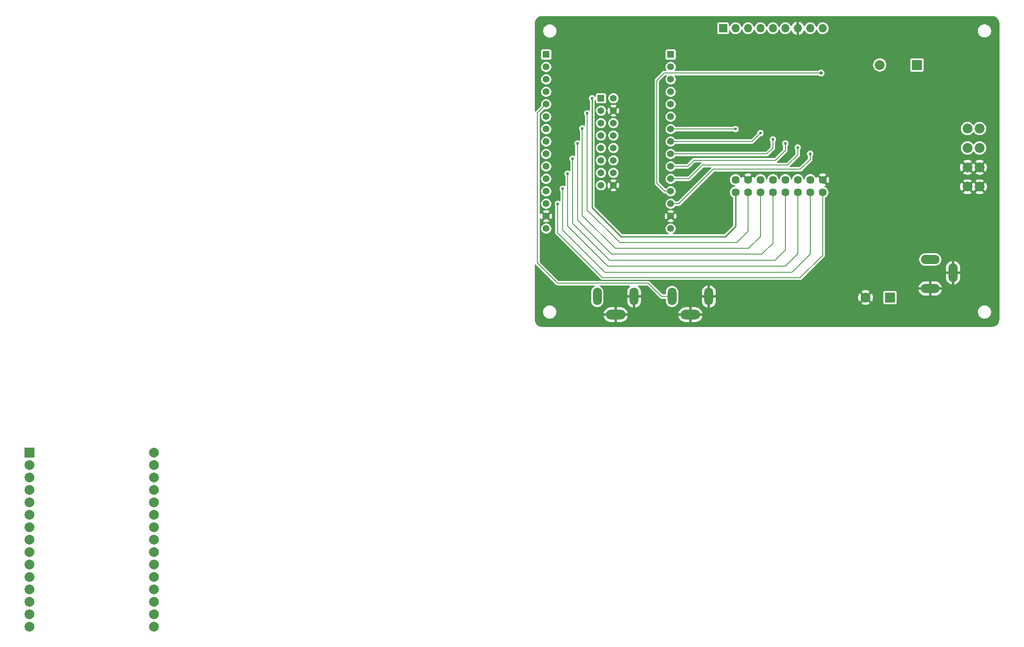
<source format=gbr>
%TF.GenerationSoftware,KiCad,Pcbnew,9.0.0*%
%TF.CreationDate,2025-04-23T05:04:15-04:00*%
%TF.ProjectId,W4MLB_Band_Display_V2,57344d4c-425f-4426-916e-645f44697370,1.0*%
%TF.SameCoordinates,Original*%
%TF.FileFunction,Copper,L2,Bot*%
%TF.FilePolarity,Positive*%
%FSLAX46Y46*%
G04 Gerber Fmt 4.6, Leading zero omitted, Abs format (unit mm)*
G04 Created by KiCad (PCBNEW 9.0.0) date 2025-04-23 05:04:15*
%MOMM*%
%LPD*%
G01*
G04 APERTURE LIST*
%TA.AperFunction,ComponentPad*%
%ADD10C,1.620010*%
%TD*%
%TA.AperFunction,ComponentPad*%
%ADD11O,1.800000X3.600000*%
%TD*%
%TA.AperFunction,ComponentPad*%
%ADD12O,4.000000X2.000000*%
%TD*%
%TA.AperFunction,ComponentPad*%
%ADD13C,2.019300*%
%TD*%
%TA.AperFunction,ComponentPad*%
%ADD14R,2.000000X2.000000*%
%TD*%
%TA.AperFunction,ComponentPad*%
%ADD15C,2.000000*%
%TD*%
%TA.AperFunction,ComponentPad*%
%ADD16R,1.390000X1.390000*%
%TD*%
%TA.AperFunction,ComponentPad*%
%ADD17C,1.390000*%
%TD*%
%TA.AperFunction,ComponentPad*%
%ADD18O,3.800000X1.900000*%
%TD*%
%TA.AperFunction,ComponentPad*%
%ADD19O,1.900000X3.800000*%
%TD*%
%TA.AperFunction,ComponentPad*%
%ADD20R,1.700000X1.700000*%
%TD*%
%TA.AperFunction,ComponentPad*%
%ADD21O,1.700000X1.700000*%
%TD*%
%TA.AperFunction,ComponentPad*%
%ADD22R,1.370000X1.370000*%
%TD*%
%TA.AperFunction,ComponentPad*%
%ADD23C,1.370000*%
%TD*%
%TA.AperFunction,ViaPad*%
%ADD24C,0.700000*%
%TD*%
%TA.AperFunction,ViaPad*%
%ADD25C,0.600000*%
%TD*%
%TA.AperFunction,Conductor*%
%ADD26C,0.200000*%
%TD*%
%TA.AperFunction,Conductor*%
%ADD27C,0.254000*%
%TD*%
G04 APERTURE END LIST*
D10*
%TO.P,J4,16,16*%
%TO.N,GND*%
X178250000Y-97460000D03*
%TO.P,J4,15,15*%
%TO.N,GPIO13*%
X178250000Y-100000000D03*
%TO.P,J4,14,14*%
%TO.N,GPIO15*%
X175710000Y-97460000D03*
%TO.P,J4,13,13*%
%TO.N,GPIO12*%
X175710000Y-100000000D03*
%TO.P,J4,12,12*%
%TO.N,GPIO4*%
X173170000Y-97460000D03*
%TO.P,J4,11,11*%
%TO.N,GPIO14*%
X173170000Y-100000000D03*
%TO.P,J4,10,10*%
%TO.N,GPIO16*%
X170630000Y-97460000D03*
%TO.P,J4,9,9*%
%TO.N,GPIO27*%
X170630000Y-100000000D03*
%TO.P,J4,8,8*%
%TO.N,GPIO17*%
X168090000Y-97460000D03*
%TO.P,J4,7,7*%
%TO.N,GPIO26*%
X168090000Y-100000000D03*
%TO.P,J4,6,6*%
%TO.N,GPIO5*%
X165550000Y-97460000D03*
%TO.P,J4,5,5*%
%TO.N,GPIO25*%
X165550000Y-100000000D03*
%TO.P,J4,4,4*%
%TO.N,GND*%
X163010000Y-97460000D03*
%TO.P,J4,3,3*%
%TO.N,GPIO33*%
X163010000Y-100000000D03*
%TO.P,J4,2,2*%
%TO.N,GPIO18*%
X160470000Y-97460000D03*
%TO.P,J4,1,1*%
%TO.N,GPIO32*%
X160470000Y-100000000D03*
%TD*%
D11*
%TO.P,J6,3*%
%TO.N,GND*%
X155017500Y-121300000D03*
%TO.P,J6,2*%
%TO.N,GPIO35*%
X147517500Y-121300000D03*
D12*
%TO.P,J6,1*%
%TO.N,GND*%
X151267500Y-125000000D03*
%TD*%
D11*
%TO.P,J5,3*%
%TO.N,GND*%
X139767500Y-121300000D03*
%TO.P,J5,2*%
%TO.N,GPIO34*%
X132267500Y-121300000D03*
D12*
%TO.P,J5,1*%
%TO.N,GND*%
X136017500Y-125000000D03*
%TD*%
D13*
%TO.P,J7,01_1,01*%
%TO.N,+5V*%
X210260000Y-86990000D03*
%TO.P,J7,02_1,02*%
X210260000Y-90950000D03*
%TO.P,J7,03_1,03*%
%TO.N,GND*%
X210260000Y-94910000D03*
%TO.P,J7,04_1,04*%
X210260000Y-98870000D03*
%TO.P,J7,01_2,01__1*%
%TO.N,+5V*%
X207800000Y-86990000D03*
%TO.P,J7,02_2,02__1*%
X207800000Y-90950000D03*
%TO.P,J7,03_2,03__1*%
%TO.N,GND*%
X207800000Y-94910000D03*
%TO.P,J7,04_2,04__1*%
X207800000Y-98870000D03*
%TD*%
D14*
%TO.P,BZ1,1,+*%
%TO.N,+5V*%
X197500000Y-74000000D03*
D15*
%TO.P,BZ1,2,-*%
%TO.N,Net-(BZ1--)*%
X189900000Y-74000000D03*
%TD*%
D16*
%TO.P,J2,01,01*%
%TO.N,GPIO23*%
X147230000Y-71860000D03*
D17*
%TO.P,J2,02,02*%
%TO.N,GPIO22*%
X147230000Y-74400000D03*
%TO.P,J2,03,03*%
%TO.N,GPIO1*%
X147230000Y-76940000D03*
%TO.P,J2,04,04*%
%TO.N,GPIO3*%
X147230000Y-79480000D03*
%TO.P,J2,05,05*%
%TO.N,GPIO21*%
X147230000Y-82020000D03*
%TO.P,J2,06,06*%
%TO.N,GPIO19*%
X147230000Y-84560000D03*
%TO.P,J2,07,07*%
%TO.N,GPIO18*%
X147230000Y-87100000D03*
%TO.P,J2,08,08*%
%TO.N,GPIO5*%
X147230000Y-89640000D03*
%TO.P,J2,09,09*%
%TO.N,GPIO17*%
X147230000Y-92180000D03*
%TO.P,J2,10,10*%
%TO.N,GPIO16*%
X147230000Y-94720000D03*
%TO.P,J2,11,11*%
%TO.N,GPIO4*%
X147230000Y-97260000D03*
%TO.P,J2,12,12*%
%TO.N,GPIO2*%
X147230000Y-99800000D03*
%TO.P,J2,13,13*%
%TO.N,GPIO15*%
X147230000Y-102340000D03*
%TO.P,J2,14,14*%
%TO.N,GND*%
X147230000Y-104880000D03*
%TO.P,J2,15,15*%
%TO.N,/+3.3VDC*%
X147230000Y-107420000D03*
%TD*%
D18*
%TO.P,J8,1*%
%TO.N,/PWR IN*%
X200200000Y-113737500D03*
%TO.P,J8,2*%
%TO.N,GND*%
X200200000Y-119667500D03*
D19*
%TO.P,J8,3*%
X204850000Y-116417500D03*
%TD*%
D20*
%TO.P,J9,1,Pin_1*%
%TO.N,GPIO36*%
X157930000Y-66500000D03*
D21*
%TO.P,J9,2,Pin_2*%
%TO.N,GPIO39*%
X160470000Y-66500000D03*
%TO.P,J9,3,Pin_3*%
%TO.N,GPIO21*%
X163010000Y-66500000D03*
%TO.P,J9,4,Pin_4*%
%TO.N,GPIO22*%
X165550000Y-66500000D03*
%TO.P,J9,5,Pin_5*%
%TO.N,GPIO1*%
X168090000Y-66500000D03*
%TO.P,J9,6,Pin_6*%
%TO.N,GPIO3*%
X170630000Y-66500000D03*
%TO.P,J9,7,Pin_7*%
%TO.N,GND*%
X173170000Y-66500000D03*
%TO.P,J9,8,Pin_8*%
%TO.N,/+3.3VDC*%
X175710000Y-66500000D03*
%TO.P,J9,9,Pin_9*%
%TO.N,+5V*%
X178250000Y-66500000D03*
%TD*%
D14*
%TO.P,U1,1,3V3*%
%TO.N,unconnected-(U1-3V3-Pad1)*%
X16350000Y-153190000D03*
D15*
%TO.P,U1,2,GND*%
%TO.N,unconnected-(U1-GND-Pad2)*%
X16350000Y-155730000D03*
%TO.P,U1,3,D15*%
%TO.N,unconnected-(U1-D15-Pad3)*%
X16350000Y-158270000D03*
%TO.P,U1,4,D2*%
%TO.N,unconnected-(U1-D2-Pad4)*%
X16350000Y-160810000D03*
%TO.P,U1,5,D4*%
%TO.N,unconnected-(U1-D4-Pad5)*%
X16350000Y-163350000D03*
%TO.P,U1,6,RX2*%
%TO.N,unconnected-(U1-RX2-Pad6)*%
X16350000Y-165890000D03*
%TO.P,U1,7,TX2*%
%TO.N,unconnected-(U1-TX2-Pad7)*%
X16350000Y-168430000D03*
%TO.P,U1,8,D5*%
%TO.N,unconnected-(U1-D5-Pad8)*%
X16350000Y-170970000D03*
%TO.P,U1,9,D18*%
%TO.N,unconnected-(U1-D18-Pad9)*%
X16350000Y-173510000D03*
%TO.P,U1,10,D19*%
%TO.N,unconnected-(U1-D19-Pad10)*%
X16350000Y-176050000D03*
%TO.P,U1,11,D21*%
%TO.N,unconnected-(U1-D21-Pad11)*%
X16350000Y-178590000D03*
%TO.P,U1,12,RX0*%
%TO.N,unconnected-(U1-RX0-Pad12)*%
X16350000Y-181130000D03*
%TO.P,U1,13,TX0*%
%TO.N,unconnected-(U1-TX0-Pad13)*%
X16350000Y-183670000D03*
%TO.P,U1,14,D22*%
%TO.N,unconnected-(U1-D22-Pad14)*%
X16350000Y-186210000D03*
%TO.P,U1,15,D23*%
%TO.N,unconnected-(U1-D23-Pad15)*%
X16350000Y-188750000D03*
%TO.P,U1,16,EN*%
%TO.N,unconnected-(U1-EN-Pad16)*%
X41750000Y-188750000D03*
%TO.P,U1,17,VP*%
%TO.N,unconnected-(U1-VP-Pad17)*%
X41750000Y-186210000D03*
%TO.P,U1,18,VN*%
%TO.N,unconnected-(U1-VN-Pad18)*%
X41750000Y-183670000D03*
%TO.P,U1,19,D34*%
%TO.N,unconnected-(U1-D34-Pad19)*%
X41750000Y-181130000D03*
%TO.P,U1,20,D35*%
%TO.N,unconnected-(U1-D35-Pad20)*%
X41750000Y-178590000D03*
%TO.P,U1,21,D32*%
%TO.N,unconnected-(U1-D32-Pad21)*%
X41750000Y-176050000D03*
%TO.P,U1,22,D33*%
%TO.N,unconnected-(U1-D33-Pad22)*%
X41750000Y-173510000D03*
%TO.P,U1,23,D25*%
%TO.N,unconnected-(U1-D25-Pad23)*%
X41750000Y-170970000D03*
%TO.P,U1,24,D26*%
%TO.N,unconnected-(U1-D26-Pad24)*%
X41750000Y-168430000D03*
%TO.P,U1,25,D27*%
%TO.N,unconnected-(U1-D27-Pad25)*%
X41750000Y-165890000D03*
%TO.P,U1,26,D14*%
%TO.N,unconnected-(U1-D14-Pad26)*%
X41750000Y-163350000D03*
%TO.P,U1,27,D12*%
%TO.N,unconnected-(U1-D12-Pad27)*%
X41750000Y-160810000D03*
%TO.P,U1,28,D13*%
%TO.N,unconnected-(U1-D13-Pad28)*%
X41750000Y-158270000D03*
%TO.P,U1,29,GND__1*%
%TO.N,unconnected-(U1-GND__1-Pad29)*%
X41750000Y-155730000D03*
%TO.P,U1,30,VIN*%
%TO.N,unconnected-(U1-VIN-Pad30)*%
X41750000Y-153190000D03*
%TD*%
D14*
%TO.P,C2,1*%
%TO.N,+5V*%
X192000000Y-121500000D03*
D15*
%TO.P,C2,2*%
%TO.N,GND*%
X187000000Y-121500000D03*
%TD*%
D16*
%TO.P,J1,01,01*%
%TO.N,unconnected-(J1-Pad01)*%
X121830000Y-71860000D03*
D17*
%TO.P,J1,02,02*%
%TO.N,GPIO36*%
X121830000Y-74400000D03*
%TO.P,J1,03,03*%
%TO.N,GPIO39*%
X121830000Y-76940000D03*
%TO.P,J1,04,04*%
%TO.N,GPIO34*%
X121830000Y-79480000D03*
%TO.P,J1,05,05*%
%TO.N,GPIO35*%
X121830000Y-82020000D03*
%TO.P,J1,06,06*%
%TO.N,GPIO32*%
X121830000Y-84560000D03*
%TO.P,J1,07,07*%
%TO.N,GPIO33*%
X121830000Y-87100000D03*
%TO.P,J1,08,08*%
%TO.N,GPIO25*%
X121830000Y-89640000D03*
%TO.P,J1,09,09*%
%TO.N,GPIO26*%
X121830000Y-92180000D03*
%TO.P,J1,10,10*%
%TO.N,GPIO27*%
X121830000Y-94720000D03*
%TO.P,J1,11,11*%
%TO.N,GPIO14*%
X121830000Y-97260000D03*
%TO.P,J1,12,12*%
%TO.N,GPIO12*%
X121830000Y-99800000D03*
%TO.P,J1,13,13*%
%TO.N,GPIO13*%
X121830000Y-102340000D03*
%TO.P,J1,14,14*%
%TO.N,GND*%
X121830000Y-104880000D03*
%TO.P,J1,15,15*%
%TO.N,+5V*%
X121830000Y-107420000D03*
%TD*%
D22*
%TO.P,J3,01,01*%
%TO.N,GPIO32*%
X133010000Y-80802500D03*
D23*
%TO.P,J3,02,02*%
%TO.N,GPIO18*%
X135550000Y-80802500D03*
%TO.P,J3,03,03*%
%TO.N,GPIO33*%
X133010000Y-83342500D03*
%TO.P,J3,04,04*%
%TO.N,GND*%
X135550000Y-83342500D03*
%TO.P,J3,05,05*%
%TO.N,GPIO25*%
X133010000Y-85882500D03*
%TO.P,J3,06,06*%
%TO.N,GPIO5*%
X135550000Y-85882500D03*
%TO.P,J3,07,07*%
%TO.N,GPIO26*%
X133010000Y-88422500D03*
%TO.P,J3,08,08*%
%TO.N,GPIO17*%
X135550000Y-88422500D03*
%TO.P,J3,09,09*%
%TO.N,GPIO27*%
X133010000Y-90962500D03*
%TO.P,J3,10,10*%
%TO.N,GPIO16*%
X135550000Y-90962500D03*
%TO.P,J3,11,11*%
%TO.N,GPIO14*%
X133010000Y-93502500D03*
%TO.P,J3,12,12*%
%TO.N,GPIO4*%
X135550000Y-93502500D03*
%TO.P,J3,13,13*%
%TO.N,GPIO12*%
X133010000Y-96042500D03*
%TO.P,J3,14,14*%
%TO.N,GPIO15*%
X135550000Y-96042500D03*
%TO.P,J3,15,15*%
%TO.N,GPIO13*%
X133010000Y-98582500D03*
%TO.P,J3,16,16*%
%TO.N,GND*%
X135550000Y-98582500D03*
%TD*%
D24*
%TO.N,GND*%
X209875000Y-74500000D03*
D25*
%TO.N,GPIO5*%
X165550000Y-87922857D03*
%TO.N,GPIO17*%
X168090000Y-89218571D03*
%TO.N,GPIO4*%
X173150000Y-90864286D03*
D24*
%TO.N,GND*%
X183630000Y-76140000D03*
%TO.N,GPIO2*%
X177900000Y-75650000D03*
%TO.N,GND*%
X127980000Y-82000000D03*
X128000000Y-79450000D03*
X204500000Y-102600000D03*
D25*
%TO.N,GPIO32*%
X131200000Y-80802500D03*
%TO.N,GPIO13*%
X124200000Y-102362500D03*
%TO.N,GPIO33*%
X130200000Y-83882500D03*
%TO.N,GPIO25*%
X129200000Y-86962500D03*
%TO.N,GPIO27*%
X127200000Y-93122500D03*
%TO.N,GPIO26*%
X128200000Y-90042500D03*
%TO.N,GPIO14*%
X126200000Y-96202500D03*
%TO.N,GPIO12*%
X125200000Y-99282500D03*
%TO.N,GPIO18*%
X160470000Y-87100000D03*
%TO.N,GPIO15*%
X175710000Y-92130000D03*
%TO.N,GPIO16*%
X170630000Y-90041429D03*
%TD*%
D26*
%TO.N,GPIO2*%
X144400000Y-77150000D02*
X144400000Y-98150000D01*
X145900000Y-75650000D02*
X144400000Y-77150000D01*
X177900000Y-75650000D02*
X145900000Y-75650000D01*
X144400000Y-98150000D02*
X146050000Y-99800000D01*
X146050000Y-99800000D02*
X147230000Y-99800000D01*
%TO.N,GPIO35*%
X120050000Y-83800000D02*
X121830000Y-82020000D01*
X120050000Y-114450000D02*
X120050000Y-83800000D01*
X124200000Y-118600000D02*
X120050000Y-114450000D01*
X142650000Y-118600000D02*
X124200000Y-118600000D01*
X145350000Y-121300000D02*
X142650000Y-118600000D01*
X147517500Y-121300000D02*
X145350000Y-121300000D01*
%TO.N,GPIO15*%
X148910000Y-102340000D02*
X155950000Y-95300000D01*
X155950000Y-95300000D02*
X173700000Y-95300000D01*
X173700000Y-95300000D02*
X175710000Y-93290000D01*
X147230000Y-102340000D02*
X148910000Y-102340000D01*
X175710000Y-93290000D02*
X175710000Y-92130000D01*
%TO.N,GPIO4*%
X173150000Y-92400000D02*
X173150000Y-90864286D01*
X153740000Y-94460000D02*
X171090000Y-94460000D01*
X150940000Y-97260000D02*
X153740000Y-94460000D01*
X171090000Y-94460000D02*
X173150000Y-92400000D01*
X147230000Y-97260000D02*
X150940000Y-97260000D01*
%TO.N,GPIO16*%
X170630000Y-91470000D02*
X170630000Y-90041429D01*
X168640000Y-93460000D02*
X170630000Y-91470000D01*
X150730000Y-94720000D02*
X151990000Y-93460000D01*
X151990000Y-93460000D02*
X168640000Y-93460000D01*
X147230000Y-94720000D02*
X150730000Y-94720000D01*
%TO.N,GPIO17*%
X168090000Y-90960000D02*
X168090000Y-89218571D01*
X166870000Y-92180000D02*
X168090000Y-90960000D01*
X147230000Y-92180000D02*
X166870000Y-92180000D01*
%TO.N,GPIO18*%
X147230000Y-87100000D02*
X160470000Y-87100000D01*
%TO.N,GPIO5*%
X163832857Y-89640000D02*
X155090000Y-89640000D01*
X165550000Y-87922857D02*
X163832857Y-89640000D01*
X147230000Y-89640000D02*
X155090000Y-89640000D01*
%TO.N,GPIO33*%
X160726857Y-110273143D02*
X163010000Y-107990000D01*
X163010000Y-107990000D02*
X163010000Y-100000000D01*
X136823143Y-110273143D02*
X160726857Y-110273143D01*
X130200000Y-103650000D02*
X136823143Y-110273143D01*
X130200000Y-83882500D02*
X130200000Y-103650000D01*
%TO.N,GPIO25*%
X165550000Y-109050000D02*
X165550000Y-100000000D01*
X163130714Y-111469286D02*
X165550000Y-109050000D01*
X135919286Y-111469286D02*
X163130714Y-111469286D01*
X129200000Y-104750000D02*
X135919286Y-111469286D01*
X129200000Y-86962500D02*
X129200000Y-104750000D01*
%TO.N,GPIO26*%
X168090000Y-110410000D02*
X168090000Y-100000000D01*
X165834571Y-112665429D02*
X168090000Y-110410000D01*
X128200000Y-105700000D02*
X135165429Y-112665429D01*
X135165429Y-112665429D02*
X165834571Y-112665429D01*
X128200000Y-90042500D02*
X128200000Y-105700000D01*
%TO.N,GPIO27*%
X170630000Y-111770000D02*
X170630000Y-100000000D01*
X168538429Y-113861571D02*
X170630000Y-111770000D01*
X127200000Y-93122500D02*
X127200000Y-106350000D01*
X127200000Y-106350000D02*
X134711571Y-113861571D01*
X134711571Y-113861571D02*
X168538429Y-113861571D01*
%TO.N,GPIO12*%
X171953857Y-116350000D02*
X172050000Y-116253857D01*
X133850000Y-116350000D02*
X171953857Y-116350000D01*
X125200000Y-107700000D02*
X133850000Y-116350000D01*
X125200000Y-99282500D02*
X125200000Y-107700000D01*
%TO.N,GPIO15*%
X175710000Y-97460000D02*
X175710000Y-97490000D01*
%TO.N,GPIO14*%
X170650000Y-115050000D02*
X173170000Y-112530000D01*
%TO.N,GPIO12*%
X172050000Y-116300000D02*
X175710000Y-112640000D01*
D27*
%TO.N,GPIO32*%
X158400000Y-109050000D02*
X160470000Y-106980000D01*
X137150000Y-109050000D02*
X158400000Y-109050000D01*
X160470000Y-106980000D02*
X160470000Y-100000000D01*
X131220000Y-103120000D02*
X137150000Y-109050000D01*
X131220000Y-80802500D02*
X131220000Y-103120000D01*
D26*
%TO.N,GPIO14*%
X126200000Y-106850000D02*
X134400000Y-115050000D01*
X134400000Y-115057714D02*
X170650000Y-115057714D01*
X126200000Y-96202500D02*
X126200000Y-106850000D01*
X173170000Y-112530000D02*
X173170000Y-100000000D01*
%TO.N,GPIO12*%
X175710000Y-112640000D02*
X175710000Y-100000000D01*
%TO.N,GPIO13*%
X178250000Y-112850000D02*
X178250000Y-100000000D01*
X173650000Y-117450000D02*
X178250000Y-112850000D01*
X133300000Y-117450000D02*
X173650000Y-117450000D01*
X124140000Y-108290000D02*
X133300000Y-117450000D01*
X124140000Y-102340000D02*
X124140000Y-108290000D01*
%TO.N,GND*%
X181960000Y-102250000D02*
X182000000Y-102290000D01*
%TD*%
%TA.AperFunction,Conductor*%
%TO.N,GND*%
G36*
X212804418Y-64000816D02*
G01*
X213004561Y-64015130D01*
X213022063Y-64017647D01*
X213213797Y-64059355D01*
X213230755Y-64064334D01*
X213414609Y-64132909D01*
X213430701Y-64140259D01*
X213602904Y-64234288D01*
X213617784Y-64243849D01*
X213774867Y-64361441D01*
X213788237Y-64373027D01*
X213926972Y-64511762D01*
X213938558Y-64525132D01*
X214056146Y-64682210D01*
X214065711Y-64697095D01*
X214159740Y-64869298D01*
X214167090Y-64885390D01*
X214235662Y-65069236D01*
X214240646Y-65086212D01*
X214282351Y-65277931D01*
X214284869Y-65295442D01*
X214299184Y-65495580D01*
X214299500Y-65504427D01*
X214299500Y-125995572D01*
X214299184Y-126004419D01*
X214284869Y-126204557D01*
X214282351Y-126222068D01*
X214240646Y-126413787D01*
X214235662Y-126430763D01*
X214167090Y-126614609D01*
X214159740Y-126630701D01*
X214065711Y-126802904D01*
X214056146Y-126817789D01*
X213938558Y-126974867D01*
X213926972Y-126988237D01*
X213788237Y-127126972D01*
X213774867Y-127138558D01*
X213617789Y-127256146D01*
X213602904Y-127265711D01*
X213430701Y-127359740D01*
X213414609Y-127367090D01*
X213230763Y-127435662D01*
X213213787Y-127440646D01*
X213022068Y-127482351D01*
X213004557Y-127484869D01*
X212823779Y-127497799D01*
X212804417Y-127499184D01*
X212795572Y-127499500D01*
X121004428Y-127499500D01*
X120995582Y-127499184D01*
X120973622Y-127497613D01*
X120795442Y-127484869D01*
X120777931Y-127482351D01*
X120586212Y-127440646D01*
X120569236Y-127435662D01*
X120385390Y-127367090D01*
X120369298Y-127359740D01*
X120197095Y-127265711D01*
X120182210Y-127256146D01*
X120025132Y-127138558D01*
X120011762Y-127126972D01*
X119873027Y-126988237D01*
X119861441Y-126974867D01*
X119743849Y-126817784D01*
X119734288Y-126802904D01*
X119640259Y-126630701D01*
X119632909Y-126614609D01*
X119564334Y-126430755D01*
X119559355Y-126413797D01*
X119517647Y-126222063D01*
X119515130Y-126204556D01*
X119500816Y-126004418D01*
X119500500Y-125995572D01*
X119500500Y-124358179D01*
X121185034Y-124358179D01*
X121185034Y-124570753D01*
X121218288Y-124780709D01*
X121268739Y-124935981D01*
X121283978Y-124982880D01*
X121380485Y-125172286D01*
X121505424Y-125344252D01*
X121655747Y-125494575D01*
X121827713Y-125619514D01*
X121827715Y-125619515D01*
X121827718Y-125619517D01*
X122017122Y-125716023D01*
X122219291Y-125781712D01*
X122429247Y-125814966D01*
X122429248Y-125814966D01*
X122641820Y-125814966D01*
X122641821Y-125814966D01*
X122851777Y-125781712D01*
X123053946Y-125716023D01*
X123243350Y-125619517D01*
X123303519Y-125575802D01*
X123415320Y-125494575D01*
X123415322Y-125494572D01*
X123415326Y-125494570D01*
X123565638Y-125344258D01*
X123565640Y-125344254D01*
X123565643Y-125344252D01*
X123690584Y-125172283D01*
X123698555Y-125156641D01*
X123729439Y-125096026D01*
X123787091Y-124982878D01*
X123852780Y-124780709D01*
X123857644Y-124750000D01*
X133538398Y-124750000D01*
X134817499Y-124750000D01*
X134792479Y-124810402D01*
X134767500Y-124935981D01*
X134767500Y-125064019D01*
X134792479Y-125189598D01*
X134817499Y-125250000D01*
X133538398Y-125250000D01*
X133554434Y-125351247D01*
X133627397Y-125575802D01*
X133734585Y-125786171D01*
X133873366Y-125977186D01*
X134040313Y-126144133D01*
X134231328Y-126282914D01*
X134441697Y-126390102D01*
X134666252Y-126463065D01*
X134666251Y-126463065D01*
X134899448Y-126500000D01*
X135767500Y-126500000D01*
X135767500Y-125650000D01*
X136267500Y-125650000D01*
X136267500Y-126500000D01*
X137135552Y-126500000D01*
X137368747Y-126463065D01*
X137593302Y-126390102D01*
X137803671Y-126282914D01*
X137994686Y-126144133D01*
X138161633Y-125977186D01*
X138300414Y-125786171D01*
X138407602Y-125575802D01*
X138480565Y-125351247D01*
X138496602Y-125250000D01*
X137217501Y-125250000D01*
X137242521Y-125189598D01*
X137267500Y-125064019D01*
X137267500Y-124935981D01*
X137242521Y-124810402D01*
X137217501Y-124750000D01*
X138496602Y-124750000D01*
X148788398Y-124750000D01*
X150067499Y-124750000D01*
X150042479Y-124810402D01*
X150017500Y-124935981D01*
X150017500Y-125064019D01*
X150042479Y-125189598D01*
X150067499Y-125250000D01*
X148788398Y-125250000D01*
X148804434Y-125351247D01*
X148877397Y-125575802D01*
X148984585Y-125786171D01*
X149123366Y-125977186D01*
X149290313Y-126144133D01*
X149481328Y-126282914D01*
X149691697Y-126390102D01*
X149916252Y-126463065D01*
X149916251Y-126463065D01*
X150149448Y-126500000D01*
X151017500Y-126500000D01*
X151017500Y-125650000D01*
X151517500Y-125650000D01*
X151517500Y-126500000D01*
X152385552Y-126500000D01*
X152618747Y-126463065D01*
X152843302Y-126390102D01*
X153053671Y-126282914D01*
X153244686Y-126144133D01*
X153411633Y-125977186D01*
X153550414Y-125786171D01*
X153657602Y-125575802D01*
X153730565Y-125351247D01*
X153746602Y-125250000D01*
X152467501Y-125250000D01*
X152492521Y-125189598D01*
X152517500Y-125064019D01*
X152517500Y-124935981D01*
X152492521Y-124810402D01*
X152467501Y-124750000D01*
X153746602Y-124750000D01*
X153730565Y-124648752D01*
X153657602Y-124424197D01*
X153650166Y-124409602D01*
X153623965Y-124358179D01*
X209913966Y-124358179D01*
X209913966Y-124570753D01*
X209947220Y-124780709D01*
X209997671Y-124935981D01*
X210012910Y-124982880D01*
X210109417Y-125172286D01*
X210234356Y-125344252D01*
X210384679Y-125494575D01*
X210556645Y-125619514D01*
X210556647Y-125619515D01*
X210556650Y-125619517D01*
X210746054Y-125716023D01*
X210948223Y-125781712D01*
X211158179Y-125814966D01*
X211158180Y-125814966D01*
X211370752Y-125814966D01*
X211370753Y-125814966D01*
X211580709Y-125781712D01*
X211782878Y-125716023D01*
X211972282Y-125619517D01*
X212032451Y-125575802D01*
X212144252Y-125494575D01*
X212144254Y-125494572D01*
X212144258Y-125494570D01*
X212294570Y-125344258D01*
X212294572Y-125344254D01*
X212294575Y-125344252D01*
X212419514Y-125172286D01*
X212419516Y-125172283D01*
X212419517Y-125172282D01*
X212516023Y-124982878D01*
X212581712Y-124780709D01*
X212614966Y-124570753D01*
X212614966Y-124358179D01*
X212581712Y-124148223D01*
X212516023Y-123946054D01*
X212419517Y-123756650D01*
X212419515Y-123756647D01*
X212419514Y-123756645D01*
X212294575Y-123584679D01*
X212144252Y-123434356D01*
X211972286Y-123309417D01*
X211782880Y-123212910D01*
X211782879Y-123212909D01*
X211782878Y-123212909D01*
X211580709Y-123147220D01*
X211580707Y-123147219D01*
X211580706Y-123147219D01*
X211419423Y-123121674D01*
X211370753Y-123113966D01*
X211158179Y-123113966D01*
X211109508Y-123121674D01*
X210948226Y-123147219D01*
X210746051Y-123212910D01*
X210556645Y-123309417D01*
X210384679Y-123434356D01*
X210234356Y-123584679D01*
X210109417Y-123756645D01*
X210012910Y-123946051D01*
X209947219Y-124148226D01*
X209936829Y-124213828D01*
X209913966Y-124358179D01*
X153623965Y-124358179D01*
X153550414Y-124213828D01*
X153411633Y-124022813D01*
X153244686Y-123855866D01*
X153053671Y-123717085D01*
X152843302Y-123609897D01*
X152618747Y-123536934D01*
X152618748Y-123536934D01*
X152385552Y-123500000D01*
X151517500Y-123500000D01*
X151517500Y-124350000D01*
X151017500Y-124350000D01*
X151017500Y-123500000D01*
X150149448Y-123500000D01*
X149916252Y-123536934D01*
X149691697Y-123609897D01*
X149481328Y-123717085D01*
X149290313Y-123855866D01*
X149123366Y-124022813D01*
X148984585Y-124213828D01*
X148877397Y-124424197D01*
X148804434Y-124648752D01*
X148788398Y-124750000D01*
X138496602Y-124750000D01*
X138480565Y-124648752D01*
X138407602Y-124424197D01*
X138300414Y-124213828D01*
X138161633Y-124022813D01*
X137994686Y-123855866D01*
X137803671Y-123717085D01*
X137593302Y-123609897D01*
X137368747Y-123536934D01*
X137368748Y-123536934D01*
X137135552Y-123500000D01*
X136267500Y-123500000D01*
X136267500Y-124350000D01*
X135767500Y-124350000D01*
X135767500Y-123500000D01*
X134899448Y-123500000D01*
X134666252Y-123536934D01*
X134441697Y-123609897D01*
X134231328Y-123717085D01*
X134040313Y-123855866D01*
X133873366Y-124022813D01*
X133734585Y-124213828D01*
X133627397Y-124424197D01*
X133554434Y-124648752D01*
X133538398Y-124750000D01*
X123857644Y-124750000D01*
X123886034Y-124570753D01*
X123886034Y-124358179D01*
X123852780Y-124148223D01*
X123787091Y-123946054D01*
X123690585Y-123756650D01*
X123690583Y-123756647D01*
X123690582Y-123756645D01*
X123565643Y-123584679D01*
X123415320Y-123434356D01*
X123243354Y-123309417D01*
X123053948Y-123212910D01*
X123053947Y-123212909D01*
X123053946Y-123212909D01*
X122851777Y-123147220D01*
X122851775Y-123147219D01*
X122851774Y-123147219D01*
X122690491Y-123121674D01*
X122641821Y-123113966D01*
X122429247Y-123113966D01*
X122380576Y-123121674D01*
X122219294Y-123147219D01*
X122017119Y-123212910D01*
X121827713Y-123309417D01*
X121655747Y-123434356D01*
X121505424Y-123584679D01*
X121380485Y-123756645D01*
X121283978Y-123946051D01*
X121218287Y-124148226D01*
X121207897Y-124213828D01*
X121185034Y-124358179D01*
X119500500Y-124358179D01*
X119500500Y-114836965D01*
X119520185Y-114769926D01*
X119572989Y-114724171D01*
X119642147Y-114714227D01*
X119705703Y-114743252D01*
X119712181Y-114749284D01*
X123923386Y-118960489D01*
X123923387Y-118960490D01*
X123923389Y-118960491D01*
X123982693Y-118994729D01*
X123982696Y-118994732D01*
X124016937Y-119014500D01*
X124026114Y-119019799D01*
X124140691Y-119050500D01*
X131645082Y-119050500D01*
X131712121Y-119070185D01*
X131757876Y-119122989D01*
X131767820Y-119192147D01*
X131738795Y-119255703D01*
X131701377Y-119284985D01*
X131612094Y-119330476D01*
X131566746Y-119363424D01*
X131452854Y-119446172D01*
X131452852Y-119446174D01*
X131452851Y-119446174D01*
X131313674Y-119585351D01*
X131313674Y-119585352D01*
X131313672Y-119585354D01*
X131290337Y-119617472D01*
X131197976Y-119744594D01*
X131108617Y-119919970D01*
X131047790Y-120107173D01*
X131017000Y-120301577D01*
X131017000Y-122298422D01*
X131047790Y-122492826D01*
X131108617Y-122680029D01*
X131161040Y-122782914D01*
X131197976Y-122855405D01*
X131313672Y-123014646D01*
X131452854Y-123153828D01*
X131612095Y-123269524D01*
X131690386Y-123309415D01*
X131787470Y-123358882D01*
X131787472Y-123358882D01*
X131787475Y-123358884D01*
X131887817Y-123391487D01*
X131974673Y-123419709D01*
X132169078Y-123450500D01*
X132169083Y-123450500D01*
X132365922Y-123450500D01*
X132560326Y-123419709D01*
X132747525Y-123358884D01*
X132922905Y-123269524D01*
X133082146Y-123153828D01*
X133221328Y-123014646D01*
X133337024Y-122855405D01*
X133426384Y-122680025D01*
X133487209Y-122492826D01*
X133493976Y-122450099D01*
X133518000Y-122298422D01*
X133518000Y-120301577D01*
X133487209Y-120107173D01*
X133426382Y-119919970D01*
X133379243Y-119827455D01*
X133337024Y-119744595D01*
X133221328Y-119585354D01*
X133082146Y-119446172D01*
X132922905Y-119330476D01*
X132833622Y-119284984D01*
X132782827Y-119237011D01*
X132766032Y-119169190D01*
X132788569Y-119103055D01*
X132843284Y-119059603D01*
X132889918Y-119050500D01*
X138861473Y-119050500D01*
X138928512Y-119070185D01*
X138974267Y-119122989D01*
X138984211Y-119192147D01*
X138955186Y-119255703D01*
X138934358Y-119274818D01*
X138855464Y-119332137D01*
X138855458Y-119332142D01*
X138699642Y-119487958D01*
X138570113Y-119666239D01*
X138470067Y-119862589D01*
X138401973Y-120072164D01*
X138367500Y-120289818D01*
X138367500Y-121050000D01*
X139267500Y-121050000D01*
X139267500Y-121550000D01*
X138367500Y-121550000D01*
X138367500Y-122310181D01*
X138401973Y-122527835D01*
X138470067Y-122737410D01*
X138570113Y-122933760D01*
X138699642Y-123112041D01*
X138855458Y-123267857D01*
X139033739Y-123397386D01*
X139230089Y-123497432D01*
X139439663Y-123565526D01*
X139517499Y-123577854D01*
X139517500Y-123577854D01*
X139517500Y-122483012D01*
X139574507Y-122515925D01*
X139701674Y-122550000D01*
X139833326Y-122550000D01*
X139960493Y-122515925D01*
X140017500Y-122483012D01*
X140017500Y-123577854D01*
X140095334Y-123565526D01*
X140095337Y-123565526D01*
X140304910Y-123497432D01*
X140501260Y-123397386D01*
X140679541Y-123267857D01*
X140835357Y-123112041D01*
X140964886Y-122933760D01*
X141064932Y-122737410D01*
X141133026Y-122527835D01*
X141167500Y-122310181D01*
X141167500Y-121550000D01*
X140267500Y-121550000D01*
X140267500Y-121050000D01*
X141167500Y-121050000D01*
X141167500Y-120289818D01*
X141133026Y-120072164D01*
X141064932Y-119862589D01*
X140964886Y-119666239D01*
X140835357Y-119487958D01*
X140679541Y-119332142D01*
X140679535Y-119332137D01*
X140600642Y-119274818D01*
X140557976Y-119219488D01*
X140551997Y-119149875D01*
X140584603Y-119088080D01*
X140645441Y-119053723D01*
X140673527Y-119050500D01*
X142412035Y-119050500D01*
X142479074Y-119070185D01*
X142499715Y-119086818D01*
X145073386Y-121660490D01*
X145176114Y-121719799D01*
X145290691Y-121750500D01*
X146143000Y-121750500D01*
X146210039Y-121770185D01*
X146255794Y-121822989D01*
X146267000Y-121874500D01*
X146267000Y-122298422D01*
X146297790Y-122492826D01*
X146358617Y-122680029D01*
X146411040Y-122782914D01*
X146447976Y-122855405D01*
X146563672Y-123014646D01*
X146702854Y-123153828D01*
X146862095Y-123269524D01*
X146940386Y-123309415D01*
X147037470Y-123358882D01*
X147037472Y-123358882D01*
X147037475Y-123358884D01*
X147137817Y-123391487D01*
X147224673Y-123419709D01*
X147419078Y-123450500D01*
X147419083Y-123450500D01*
X147615922Y-123450500D01*
X147810326Y-123419709D01*
X147997525Y-123358884D01*
X148172905Y-123269524D01*
X148332146Y-123153828D01*
X148471328Y-123014646D01*
X148587024Y-122855405D01*
X148676384Y-122680025D01*
X148737209Y-122492826D01*
X148743976Y-122450099D01*
X148768000Y-122298422D01*
X148768000Y-120301578D01*
X148766137Y-120289818D01*
X153617500Y-120289818D01*
X153617500Y-121050000D01*
X154517500Y-121050000D01*
X154517500Y-121550000D01*
X153617500Y-121550000D01*
X153617500Y-122310181D01*
X153651973Y-122527835D01*
X153720067Y-122737410D01*
X153820113Y-122933760D01*
X153949642Y-123112041D01*
X154105458Y-123267857D01*
X154283739Y-123397386D01*
X154480089Y-123497432D01*
X154689663Y-123565526D01*
X154767499Y-123577854D01*
X154767500Y-123577854D01*
X154767500Y-122483012D01*
X154824507Y-122515925D01*
X154951674Y-122550000D01*
X155083326Y-122550000D01*
X155210493Y-122515925D01*
X155267500Y-122483012D01*
X155267500Y-123577854D01*
X155345334Y-123565526D01*
X155345337Y-123565526D01*
X155554910Y-123497432D01*
X155751260Y-123397386D01*
X155929541Y-123267857D01*
X156085357Y-123112041D01*
X156214886Y-122933760D01*
X156314932Y-122737410D01*
X156347531Y-122637081D01*
X156383026Y-122527835D01*
X156417500Y-122310181D01*
X156417500Y-121550000D01*
X155517500Y-121550000D01*
X155517500Y-121381947D01*
X185500000Y-121381947D01*
X185500000Y-121618052D01*
X185536934Y-121851247D01*
X185609897Y-122075802D01*
X185717087Y-122286174D01*
X185777338Y-122369104D01*
X185777340Y-122369105D01*
X186517037Y-121629408D01*
X186534075Y-121692993D01*
X186599901Y-121807007D01*
X186692993Y-121900099D01*
X186807007Y-121965925D01*
X186870590Y-121982962D01*
X186130893Y-122722658D01*
X186213828Y-122782914D01*
X186424197Y-122890102D01*
X186648752Y-122963065D01*
X186648751Y-122963065D01*
X186881948Y-123000000D01*
X187118052Y-123000000D01*
X187351247Y-122963065D01*
X187575802Y-122890102D01*
X187786163Y-122782918D01*
X187786169Y-122782914D01*
X187869104Y-122722658D01*
X187869105Y-122722658D01*
X187129408Y-121982962D01*
X187192993Y-121965925D01*
X187307007Y-121900099D01*
X187400099Y-121807007D01*
X187465925Y-121692993D01*
X187482962Y-121629408D01*
X188222658Y-122369105D01*
X188222658Y-122369104D01*
X188282914Y-122286169D01*
X188282918Y-122286163D01*
X188390102Y-122075802D01*
X188463065Y-121851247D01*
X188500000Y-121618052D01*
X188500000Y-121381947D01*
X188463065Y-121148752D01*
X188390102Y-120924197D01*
X188282914Y-120713828D01*
X188222658Y-120630894D01*
X188222658Y-120630893D01*
X187482962Y-121370590D01*
X187465925Y-121307007D01*
X187400099Y-121192993D01*
X187307007Y-121099901D01*
X187192993Y-121034075D01*
X187129409Y-121017037D01*
X187679707Y-120466739D01*
X190649500Y-120466739D01*
X190649500Y-122533260D01*
X190659426Y-122601391D01*
X190710803Y-122706485D01*
X190793514Y-122789196D01*
X190793515Y-122789196D01*
X190793517Y-122789198D01*
X190898607Y-122840573D01*
X190932673Y-122845536D01*
X190966739Y-122850500D01*
X190966740Y-122850500D01*
X193033261Y-122850500D01*
X193055971Y-122847191D01*
X193101393Y-122840573D01*
X193206483Y-122789198D01*
X193289198Y-122706483D01*
X193340573Y-122601393D01*
X193350500Y-122533260D01*
X193350500Y-120466740D01*
X193340573Y-120398607D01*
X193289198Y-120293517D01*
X193289196Y-120293515D01*
X193289196Y-120293514D01*
X193206485Y-120210803D01*
X193101391Y-120159426D01*
X193033261Y-120149500D01*
X193033260Y-120149500D01*
X190966740Y-120149500D01*
X190966739Y-120149500D01*
X190898608Y-120159426D01*
X190793514Y-120210803D01*
X190710803Y-120293514D01*
X190659426Y-120398608D01*
X190649500Y-120466739D01*
X187679707Y-120466739D01*
X187771874Y-120374572D01*
X187869105Y-120277340D01*
X187869104Y-120277338D01*
X187786174Y-120217087D01*
X187575802Y-120109897D01*
X187351247Y-120036934D01*
X187351248Y-120036934D01*
X187136425Y-120002910D01*
X187118052Y-120000000D01*
X186881948Y-120000000D01*
X186648752Y-120036934D01*
X186424197Y-120109897D01*
X186213830Y-120217084D01*
X186130894Y-120277340D01*
X186870591Y-121017037D01*
X186807007Y-121034075D01*
X186692993Y-121099901D01*
X186599901Y-121192993D01*
X186534075Y-121307007D01*
X186517037Y-121370590D01*
X185777340Y-120630894D01*
X185717084Y-120713830D01*
X185609897Y-120924197D01*
X185536934Y-121148752D01*
X185500000Y-121381947D01*
X155517500Y-121381947D01*
X155517500Y-121050000D01*
X156417500Y-121050000D01*
X156417500Y-120289818D01*
X156383026Y-120072164D01*
X156314932Y-119862589D01*
X156214886Y-119666239D01*
X156114049Y-119527449D01*
X156114048Y-119527447D01*
X156085362Y-119487964D01*
X156085357Y-119487958D01*
X156014899Y-119417500D01*
X197821522Y-119417500D01*
X198767599Y-119417500D01*
X198750924Y-119434175D01*
X198700896Y-119520825D01*
X198675000Y-119617472D01*
X198675000Y-119717528D01*
X198700896Y-119814175D01*
X198750924Y-119900825D01*
X198767599Y-119917500D01*
X197821522Y-119917500D01*
X197835704Y-120007044D01*
X197906230Y-120224104D01*
X198009849Y-120427466D01*
X198144004Y-120612114D01*
X198305385Y-120773495D01*
X198490033Y-120907650D01*
X198693395Y-121011269D01*
X198910455Y-121081795D01*
X199135884Y-121117500D01*
X199950000Y-121117500D01*
X199950000Y-120047500D01*
X200450000Y-120047500D01*
X200450000Y-121117500D01*
X201264116Y-121117500D01*
X201489544Y-121081795D01*
X201706604Y-121011269D01*
X201909966Y-120907650D01*
X202094614Y-120773495D01*
X202255995Y-120612114D01*
X202390150Y-120427466D01*
X202493769Y-120224104D01*
X202564295Y-120007044D01*
X202578478Y-119917500D01*
X201632401Y-119917500D01*
X201649076Y-119900825D01*
X201699104Y-119814175D01*
X201725000Y-119717528D01*
X201725000Y-119617472D01*
X201699104Y-119520825D01*
X201649076Y-119434175D01*
X201632401Y-119417500D01*
X202578478Y-119417500D01*
X202564295Y-119327955D01*
X202493769Y-119110895D01*
X202390150Y-118907533D01*
X202255995Y-118722885D01*
X202094614Y-118561504D01*
X201909966Y-118427349D01*
X201706604Y-118323730D01*
X201489544Y-118253204D01*
X201264116Y-118217500D01*
X200450000Y-118217500D01*
X200450000Y-119287500D01*
X199950000Y-119287500D01*
X199950000Y-118217500D01*
X199135884Y-118217500D01*
X198910455Y-118253204D01*
X198693395Y-118323730D01*
X198490033Y-118427349D01*
X198305385Y-118561504D01*
X198144004Y-118722885D01*
X198009849Y-118907533D01*
X197906230Y-119110895D01*
X197835704Y-119327955D01*
X197821522Y-119417500D01*
X156014899Y-119417500D01*
X155929541Y-119332142D01*
X155751260Y-119202613D01*
X155554910Y-119102567D01*
X155345336Y-119034473D01*
X155267500Y-119022144D01*
X155267500Y-120116988D01*
X155210493Y-120084075D01*
X155083326Y-120050000D01*
X154951674Y-120050000D01*
X154824507Y-120084075D01*
X154767500Y-120116988D01*
X154767500Y-119022144D01*
X154689664Y-119034473D01*
X154689661Y-119034473D01*
X154480089Y-119102567D01*
X154283739Y-119202613D01*
X154105458Y-119332142D01*
X153949642Y-119487958D01*
X153820113Y-119666239D01*
X153720067Y-119862589D01*
X153651973Y-120072164D01*
X153617500Y-120289818D01*
X148766137Y-120289818D01*
X148737209Y-120107173D01*
X148676382Y-119919970D01*
X148629243Y-119827455D01*
X148587024Y-119744595D01*
X148471328Y-119585354D01*
X148332146Y-119446172D01*
X148172905Y-119330476D01*
X148167957Y-119327955D01*
X147997529Y-119241117D01*
X147810326Y-119180290D01*
X147615922Y-119149500D01*
X147615917Y-119149500D01*
X147419083Y-119149500D01*
X147419078Y-119149500D01*
X147224673Y-119180290D01*
X147037470Y-119241117D01*
X146862094Y-119330476D01*
X146816746Y-119363424D01*
X146702854Y-119446172D01*
X146702852Y-119446174D01*
X146702851Y-119446174D01*
X146563674Y-119585351D01*
X146563674Y-119585352D01*
X146563672Y-119585354D01*
X146540337Y-119617472D01*
X146447976Y-119744594D01*
X146358617Y-119919970D01*
X146297790Y-120107173D01*
X146267000Y-120301577D01*
X146267000Y-120725500D01*
X146247315Y-120792539D01*
X146194511Y-120838294D01*
X146143000Y-120849500D01*
X145587966Y-120849500D01*
X145520927Y-120829815D01*
X145500285Y-120813181D01*
X142926616Y-118239513D01*
X142926614Y-118239511D01*
X142875250Y-118209856D01*
X142823888Y-118180201D01*
X142811780Y-118176957D01*
X142799673Y-118173713D01*
X142799670Y-118173712D01*
X142761478Y-118163478D01*
X142709309Y-118149500D01*
X142709308Y-118149500D01*
X124437965Y-118149500D01*
X124370926Y-118129815D01*
X124350284Y-118113181D01*
X120536819Y-114299716D01*
X120503334Y-114238393D01*
X120500500Y-114212035D01*
X120500500Y-107317022D01*
X120784500Y-107317022D01*
X120784500Y-107522977D01*
X120824676Y-107724953D01*
X120824678Y-107724961D01*
X120903490Y-107915232D01*
X121017903Y-108086463D01*
X121017909Y-108086471D01*
X121163528Y-108232090D01*
X121163536Y-108232096D01*
X121334767Y-108346509D01*
X121341527Y-108349309D01*
X121525039Y-108425322D01*
X121718903Y-108463884D01*
X121727022Y-108465499D01*
X121727025Y-108465500D01*
X121727027Y-108465500D01*
X121932975Y-108465500D01*
X121932976Y-108465499D01*
X122134961Y-108425322D01*
X122325230Y-108346510D01*
X122325230Y-108346509D01*
X122325232Y-108346509D01*
X122444814Y-108266607D01*
X122496468Y-108232093D01*
X122642093Y-108086468D01*
X122715497Y-107976610D01*
X122756509Y-107915232D01*
X122764768Y-107895294D01*
X122835322Y-107724961D01*
X122875500Y-107522973D01*
X122875500Y-107317027D01*
X122875500Y-107317024D01*
X122875499Y-107317022D01*
X122866780Y-107273188D01*
X122835322Y-107115039D01*
X122756510Y-106924770D01*
X122756509Y-106924767D01*
X122642096Y-106753536D01*
X122642090Y-106753528D01*
X122496471Y-106607909D01*
X122496463Y-106607903D01*
X122325232Y-106493490D01*
X122134961Y-106414678D01*
X122134953Y-106414676D01*
X121932976Y-106374500D01*
X121932973Y-106374500D01*
X121727027Y-106374500D01*
X121727024Y-106374500D01*
X121525046Y-106414676D01*
X121525038Y-106414678D01*
X121334767Y-106493490D01*
X121163536Y-106607903D01*
X121163528Y-106607909D01*
X121017909Y-106753528D01*
X121017903Y-106753536D01*
X120903490Y-106924767D01*
X120824678Y-107115038D01*
X120824676Y-107115046D01*
X120784500Y-107317022D01*
X120500500Y-107317022D01*
X120500500Y-105419421D01*
X120520185Y-105352382D01*
X120572989Y-105306627D01*
X120642147Y-105296683D01*
X120705703Y-105325708D01*
X120734985Y-105363126D01*
X120807942Y-105506312D01*
X120825696Y-105530749D01*
X121330707Y-105025738D01*
X121345437Y-105080712D01*
X121413896Y-105199287D01*
X121510713Y-105296104D01*
X121629288Y-105364563D01*
X121684259Y-105379292D01*
X121179248Y-105884302D01*
X121179249Y-105884303D01*
X121203680Y-105902053D01*
X121371281Y-105987451D01*
X121550166Y-106045574D01*
X121735952Y-106075000D01*
X121924048Y-106075000D01*
X122109831Y-106045574D01*
X122109834Y-106045574D01*
X122288718Y-105987451D01*
X122456316Y-105902055D01*
X122480749Y-105884303D01*
X122480749Y-105884302D01*
X121975740Y-105379292D01*
X122030712Y-105364563D01*
X122149287Y-105296104D01*
X122246104Y-105199287D01*
X122314563Y-105080712D01*
X122329292Y-105025739D01*
X122834302Y-105530749D01*
X122834303Y-105530749D01*
X122852055Y-105506316D01*
X122937451Y-105338718D01*
X122995574Y-105159834D01*
X122995574Y-105159831D01*
X123025000Y-104974048D01*
X123025000Y-104785951D01*
X122995574Y-104600168D01*
X122995574Y-104600165D01*
X122937451Y-104421281D01*
X122852053Y-104253680D01*
X122834303Y-104229249D01*
X122834302Y-104229248D01*
X122329292Y-104734259D01*
X122314563Y-104679288D01*
X122246104Y-104560713D01*
X122149287Y-104463896D01*
X122030712Y-104395437D01*
X121975739Y-104380707D01*
X122480749Y-103875696D01*
X122456312Y-103857942D01*
X122288718Y-103772548D01*
X122109833Y-103714425D01*
X121924048Y-103685000D01*
X121735952Y-103685000D01*
X121550168Y-103714425D01*
X121550165Y-103714425D01*
X121371281Y-103772548D01*
X121203681Y-103857945D01*
X121179249Y-103875696D01*
X121179248Y-103875696D01*
X121684260Y-104380707D01*
X121629288Y-104395437D01*
X121510713Y-104463896D01*
X121413896Y-104560713D01*
X121345437Y-104679288D01*
X121330707Y-104734260D01*
X120825696Y-104229248D01*
X120825696Y-104229249D01*
X120807944Y-104253684D01*
X120734984Y-104396874D01*
X120687010Y-104447669D01*
X120619189Y-104464464D01*
X120553054Y-104441926D01*
X120509603Y-104387211D01*
X120500500Y-104340578D01*
X120500500Y-102237022D01*
X120784500Y-102237022D01*
X120784500Y-102442977D01*
X120824676Y-102644953D01*
X120824678Y-102644961D01*
X120903490Y-102835232D01*
X121017903Y-103006463D01*
X121017909Y-103006471D01*
X121163528Y-103152090D01*
X121163536Y-103152096D01*
X121334767Y-103266509D01*
X121390496Y-103289592D01*
X121525039Y-103345322D01*
X121727022Y-103385499D01*
X121727025Y-103385500D01*
X121727027Y-103385500D01*
X121932975Y-103385500D01*
X121932976Y-103385499D01*
X122134961Y-103345322D01*
X122325230Y-103266510D01*
X122325230Y-103266509D01*
X122325232Y-103266509D01*
X122410275Y-103209684D01*
X122496468Y-103152093D01*
X122642093Y-103006468D01*
X122756510Y-102835230D01*
X122835322Y-102644961D01*
X122875500Y-102442973D01*
X122875500Y-102426571D01*
X123549499Y-102426571D01*
X123574497Y-102552238D01*
X123574499Y-102552244D01*
X123623533Y-102670624D01*
X123623534Y-102670626D01*
X123623535Y-102670627D01*
X123668602Y-102738075D01*
X123689480Y-102804750D01*
X123689500Y-102806964D01*
X123689500Y-108349309D01*
X123709868Y-108425322D01*
X123709867Y-108425322D01*
X123709868Y-108425324D01*
X123720199Y-108463884D01*
X123721132Y-108465500D01*
X123779511Y-108566614D01*
X133023386Y-117810489D01*
X133126113Y-117869799D01*
X133150321Y-117876284D01*
X133150324Y-117876286D01*
X133150325Y-117876286D01*
X133180447Y-117884357D01*
X133240691Y-117900500D01*
X133240693Y-117900500D01*
X173709308Y-117900500D01*
X173709309Y-117900500D01*
X173799673Y-117876286D01*
X173823887Y-117869799D01*
X173926614Y-117810489D01*
X176383720Y-115353383D01*
X203400000Y-115353383D01*
X203400000Y-116167500D01*
X204470000Y-116167500D01*
X204470000Y-116667500D01*
X203400000Y-116667500D01*
X203400000Y-117481616D01*
X203435704Y-117707044D01*
X203506230Y-117924104D01*
X203609849Y-118127466D01*
X203744004Y-118312114D01*
X203905385Y-118473495D01*
X204090033Y-118607650D01*
X204293395Y-118711269D01*
X204510455Y-118781795D01*
X204600000Y-118795978D01*
X204600000Y-117849901D01*
X204616675Y-117866576D01*
X204703325Y-117916604D01*
X204799972Y-117942500D01*
X204900028Y-117942500D01*
X204996675Y-117916604D01*
X205083325Y-117866576D01*
X205100000Y-117849901D01*
X205100000Y-118795977D01*
X205189544Y-118781795D01*
X205406604Y-118711269D01*
X205609966Y-118607650D01*
X205794614Y-118473495D01*
X205955995Y-118312114D01*
X206090150Y-118127466D01*
X206193769Y-117924104D01*
X206264295Y-117707044D01*
X206300000Y-117481616D01*
X206300000Y-116667500D01*
X205230000Y-116667500D01*
X205230000Y-116167500D01*
X206300000Y-116167500D01*
X206300000Y-115353383D01*
X206264295Y-115127955D01*
X206193769Y-114910895D01*
X206090150Y-114707533D01*
X205955995Y-114522885D01*
X205794614Y-114361504D01*
X205609966Y-114227349D01*
X205406602Y-114123729D01*
X205189541Y-114053203D01*
X205100000Y-114039021D01*
X205100000Y-114985099D01*
X205083325Y-114968424D01*
X204996675Y-114918396D01*
X204900028Y-114892500D01*
X204799972Y-114892500D01*
X204703325Y-114918396D01*
X204616675Y-114968424D01*
X204600000Y-114985099D01*
X204600000Y-114039021D01*
X204599999Y-114039021D01*
X204510458Y-114053203D01*
X204293397Y-114123729D01*
X204090033Y-114227349D01*
X203905385Y-114361504D01*
X203744004Y-114522885D01*
X203609849Y-114707533D01*
X203506230Y-114910895D01*
X203435704Y-115127955D01*
X203400000Y-115353383D01*
X176383720Y-115353383D01*
X178101955Y-113635148D01*
X197949500Y-113635148D01*
X197949500Y-113839851D01*
X197981522Y-114042034D01*
X198044781Y-114236723D01*
X198137715Y-114419113D01*
X198258028Y-114584713D01*
X198402786Y-114729471D01*
X198550742Y-114836965D01*
X198568390Y-114849787D01*
X198652219Y-114892500D01*
X198750776Y-114942718D01*
X198750778Y-114942718D01*
X198750781Y-114942720D01*
X198829890Y-114968424D01*
X198945465Y-115005977D01*
X199046557Y-115021988D01*
X199147648Y-115038000D01*
X199147649Y-115038000D01*
X201252351Y-115038000D01*
X201252352Y-115038000D01*
X201454534Y-115005977D01*
X201649219Y-114942720D01*
X201831610Y-114849787D01*
X201969942Y-114749284D01*
X201997213Y-114729471D01*
X201997215Y-114729468D01*
X201997219Y-114729466D01*
X202141966Y-114584719D01*
X202141968Y-114584715D01*
X202141971Y-114584713D01*
X202240761Y-114448738D01*
X202262287Y-114419110D01*
X202355220Y-114236719D01*
X202418477Y-114042034D01*
X202450500Y-113839852D01*
X202450500Y-113635148D01*
X202418477Y-113432966D01*
X202355220Y-113238281D01*
X202355218Y-113238278D01*
X202355218Y-113238276D01*
X202298323Y-113126615D01*
X202262287Y-113055890D01*
X202239035Y-113023886D01*
X202141971Y-112890286D01*
X201997213Y-112745528D01*
X201831613Y-112625215D01*
X201831612Y-112625214D01*
X201831610Y-112625213D01*
X201761143Y-112589308D01*
X201649223Y-112532281D01*
X201454534Y-112469022D01*
X201279995Y-112441378D01*
X201252352Y-112437000D01*
X199147648Y-112437000D01*
X199123329Y-112440851D01*
X198945465Y-112469022D01*
X198750776Y-112532281D01*
X198568386Y-112625215D01*
X198402786Y-112745528D01*
X198258028Y-112890286D01*
X198137715Y-113055886D01*
X198044781Y-113238276D01*
X197981522Y-113432965D01*
X197949500Y-113635148D01*
X178101955Y-113635148D01*
X178610489Y-113126614D01*
X178651321Y-113055890D01*
X178669799Y-113023886D01*
X178700500Y-112909309D01*
X178700500Y-101148911D01*
X178720185Y-101081872D01*
X178768206Y-101038426D01*
X178858237Y-100992553D01*
X178902439Y-100960438D01*
X179006013Y-100885189D01*
X179006015Y-100885186D01*
X179006019Y-100885184D01*
X179135184Y-100756019D01*
X179135186Y-100756015D01*
X179135189Y-100756013D01*
X179239751Y-100612093D01*
X179242553Y-100608237D01*
X179325483Y-100445479D01*
X179381930Y-100271752D01*
X179398046Y-100170000D01*
X179410505Y-100091339D01*
X179410505Y-99908660D01*
X179389643Y-99776946D01*
X179381930Y-99728248D01*
X179350327Y-99630983D01*
X179325484Y-99554523D01*
X179319664Y-99543100D01*
X179242553Y-99391763D01*
X179235653Y-99382267D01*
X179135189Y-99243986D01*
X179006013Y-99114810D01*
X178858240Y-99007449D01*
X178858239Y-99007448D01*
X178858237Y-99007447D01*
X178793326Y-98974373D01*
X178695463Y-98924508D01*
X178692331Y-98923211D01*
X178691325Y-98922400D01*
X178691138Y-98922305D01*
X178691158Y-98922265D01*
X178675801Y-98909887D01*
X178656673Y-98900669D01*
X178649141Y-98888399D01*
X178637932Y-98879364D01*
X178631228Y-98859216D01*
X178620123Y-98841123D01*
X178620420Y-98826730D01*
X178615875Y-98813067D01*
X178621128Y-98792493D01*
X178621568Y-98771268D01*
X178629600Y-98759319D01*
X178631677Y-98751188D01*
X206290350Y-98751188D01*
X206290350Y-98988811D01*
X206327522Y-99223507D01*
X206400954Y-99449506D01*
X206508832Y-99661229D01*
X206570432Y-99746013D01*
X206570432Y-99746014D01*
X207181278Y-99135168D01*
X207203506Y-99188832D01*
X207277169Y-99299076D01*
X207370924Y-99392831D01*
X207481168Y-99466494D01*
X207534830Y-99488721D01*
X206923984Y-100099566D01*
X207008770Y-100161167D01*
X207220493Y-100269045D01*
X207446492Y-100342477D01*
X207681189Y-100379650D01*
X207918811Y-100379650D01*
X208153507Y-100342477D01*
X208379506Y-100269045D01*
X208591221Y-100161171D01*
X208591227Y-100161167D01*
X208676013Y-100099566D01*
X208676014Y-100099566D01*
X208065169Y-99488721D01*
X208118832Y-99466494D01*
X208229076Y-99392831D01*
X208322831Y-99299076D01*
X208396494Y-99188832D01*
X208418721Y-99135168D01*
X209029999Y-99746446D01*
X209034120Y-99742325D01*
X209641277Y-99135167D01*
X209663506Y-99188832D01*
X209737169Y-99299076D01*
X209830924Y-99392831D01*
X209941168Y-99466494D01*
X209994830Y-99488721D01*
X209383984Y-100099566D01*
X209468770Y-100161167D01*
X209680493Y-100269045D01*
X209906492Y-100342477D01*
X210141189Y-100379650D01*
X210378811Y-100379650D01*
X210613507Y-100342477D01*
X210839506Y-100269045D01*
X211051221Y-100161171D01*
X211051227Y-100161167D01*
X211136013Y-100099566D01*
X211136014Y-100099566D01*
X210525169Y-99488721D01*
X210578832Y-99466494D01*
X210689076Y-99392831D01*
X210782831Y-99299076D01*
X210856494Y-99188832D01*
X210878721Y-99135169D01*
X211489566Y-99746014D01*
X211489566Y-99746013D01*
X211551167Y-99661227D01*
X211551171Y-99661221D01*
X211659045Y-99449506D01*
X211732477Y-99223507D01*
X211769650Y-98988811D01*
X211769650Y-98751188D01*
X211732477Y-98516492D01*
X211659045Y-98290493D01*
X211551167Y-98078770D01*
X211489566Y-97993985D01*
X211489566Y-97993984D01*
X210878721Y-98604830D01*
X210856494Y-98551168D01*
X210782831Y-98440924D01*
X210689076Y-98347169D01*
X210578832Y-98273506D01*
X210525167Y-98251277D01*
X211136014Y-97640432D01*
X211051229Y-97578832D01*
X210839506Y-97470954D01*
X210613507Y-97397522D01*
X210378811Y-97360350D01*
X210141189Y-97360350D01*
X209906492Y-97397522D01*
X209680493Y-97470954D01*
X209468772Y-97578831D01*
X209468768Y-97578833D01*
X209383985Y-97640431D01*
X209383985Y-97640433D01*
X209994830Y-98251278D01*
X209941168Y-98273506D01*
X209830924Y-98347169D01*
X209737169Y-98440924D01*
X209663506Y-98551168D01*
X209641278Y-98604831D01*
X209029999Y-97993552D01*
X209025806Y-97997745D01*
X208418721Y-98604830D01*
X208396494Y-98551168D01*
X208322831Y-98440924D01*
X208229076Y-98347169D01*
X208118832Y-98273506D01*
X208065167Y-98251277D01*
X208676014Y-97640432D01*
X208591229Y-97578832D01*
X208379506Y-97470954D01*
X208153507Y-97397522D01*
X207918811Y-97360350D01*
X207681189Y-97360350D01*
X207446492Y-97397522D01*
X207220493Y-97470954D01*
X207008772Y-97578831D01*
X207008768Y-97578833D01*
X206923985Y-97640431D01*
X206923985Y-97640433D01*
X207534830Y-98251278D01*
X207481168Y-98273506D01*
X207370924Y-98347169D01*
X207277169Y-98440924D01*
X207203506Y-98551168D01*
X207181278Y-98604830D01*
X206570433Y-97993985D01*
X206570431Y-97993985D01*
X206508833Y-98078768D01*
X206508831Y-98078772D01*
X206400954Y-98290493D01*
X206327522Y-98516492D01*
X206290350Y-98751188D01*
X178631677Y-98751188D01*
X178633163Y-98745370D01*
X178648704Y-98730903D01*
X178660550Y-98713284D01*
X178677917Y-98703711D01*
X178684306Y-98697765D01*
X178690629Y-98694820D01*
X178831349Y-98634040D01*
X178936594Y-98580415D01*
X178936598Y-98580413D01*
X178983083Y-98546637D01*
X178983083Y-98546636D01*
X178387570Y-97951124D01*
X178446851Y-97935240D01*
X178563144Y-97868098D01*
X178658098Y-97773144D01*
X178725240Y-97656851D01*
X178741123Y-97597570D01*
X179336636Y-98193083D01*
X179336637Y-98193083D01*
X179370413Y-98146598D01*
X179370415Y-98146594D01*
X179464026Y-97962871D01*
X179527749Y-97766754D01*
X179543345Y-97668294D01*
X179560005Y-97563105D01*
X179560005Y-97356894D01*
X179527749Y-97153245D01*
X179464026Y-96957128D01*
X179370416Y-96773407D01*
X179336636Y-96726915D01*
X178741123Y-97322428D01*
X178725240Y-97263149D01*
X178658098Y-97146856D01*
X178563144Y-97051902D01*
X178446851Y-96984760D01*
X178387569Y-96968875D01*
X178983084Y-96373362D01*
X178983083Y-96373361D01*
X178936597Y-96339587D01*
X178936584Y-96339579D01*
X178752871Y-96245972D01*
X178642892Y-96210238D01*
X178556754Y-96182250D01*
X178353105Y-96149995D01*
X178146895Y-96149995D01*
X177943245Y-96182250D01*
X177747128Y-96245973D01*
X177563403Y-96339585D01*
X177516915Y-96373361D01*
X177516914Y-96373362D01*
X178112428Y-96968876D01*
X178053149Y-96984760D01*
X177936856Y-97051902D01*
X177841902Y-97146856D01*
X177774760Y-97263149D01*
X177758876Y-97322429D01*
X177163362Y-96726914D01*
X177163361Y-96726915D01*
X177129585Y-96773403D01*
X177035972Y-96957128D01*
X177019274Y-97008521D01*
X176979836Y-97066196D01*
X176915477Y-97093394D01*
X176846630Y-97081479D01*
X176795155Y-97034234D01*
X176786784Y-97017661D01*
X176785483Y-97014521D01*
X176757776Y-96960144D01*
X176702553Y-96851763D01*
X176695653Y-96842267D01*
X176595189Y-96703986D01*
X176466017Y-96574814D01*
X176466012Y-96574810D01*
X176391889Y-96520956D01*
X176391866Y-96520941D01*
X176318236Y-96467446D01*
X176155476Y-96384515D01*
X175981753Y-96328070D01*
X175801339Y-96299495D01*
X175801334Y-96299495D01*
X175618666Y-96299495D01*
X175618661Y-96299495D01*
X175438246Y-96328070D01*
X175264523Y-96384515D01*
X175101759Y-96467449D01*
X174953986Y-96574810D01*
X174824810Y-96703986D01*
X174717449Y-96851759D01*
X174634515Y-97014523D01*
X174578070Y-97188246D01*
X174562473Y-97286721D01*
X174532544Y-97349856D01*
X174473232Y-97386787D01*
X174403369Y-97385789D01*
X174345137Y-97347179D01*
X174317527Y-97286721D01*
X174310047Y-97239499D01*
X174301930Y-97188248D01*
X174267239Y-97081479D01*
X174245484Y-97014523D01*
X174217776Y-96960144D01*
X174162553Y-96851763D01*
X174155653Y-96842267D01*
X174055189Y-96703986D01*
X173926013Y-96574810D01*
X173778240Y-96467449D01*
X173778239Y-96467448D01*
X173778237Y-96467447D01*
X173684431Y-96419650D01*
X173615476Y-96384515D01*
X173441753Y-96328070D01*
X173261339Y-96299495D01*
X173261334Y-96299495D01*
X173078666Y-96299495D01*
X173078661Y-96299495D01*
X172898246Y-96328070D01*
X172724523Y-96384515D01*
X172561759Y-96467449D01*
X172413986Y-96574810D01*
X172284810Y-96703986D01*
X172177449Y-96851759D01*
X172094515Y-97014523D01*
X172038070Y-97188246D01*
X172022473Y-97286721D01*
X171992544Y-97349856D01*
X171933232Y-97386787D01*
X171863369Y-97385789D01*
X171805137Y-97347179D01*
X171777527Y-97286721D01*
X171770047Y-97239499D01*
X171761930Y-97188248D01*
X171727239Y-97081479D01*
X171705484Y-97014523D01*
X171677776Y-96960144D01*
X171622553Y-96851763D01*
X171615653Y-96842267D01*
X171515189Y-96703986D01*
X171386013Y-96574810D01*
X171238240Y-96467449D01*
X171238239Y-96467448D01*
X171238237Y-96467447D01*
X171144431Y-96419650D01*
X171075476Y-96384515D01*
X170901753Y-96328070D01*
X170721339Y-96299495D01*
X170721334Y-96299495D01*
X170538666Y-96299495D01*
X170538661Y-96299495D01*
X170358246Y-96328070D01*
X170184523Y-96384515D01*
X170021759Y-96467449D01*
X169873986Y-96574810D01*
X169744810Y-96703986D01*
X169637449Y-96851759D01*
X169554515Y-97014523D01*
X169498070Y-97188246D01*
X169482473Y-97286721D01*
X169452544Y-97349856D01*
X169393232Y-97386787D01*
X169323369Y-97385789D01*
X169265137Y-97347179D01*
X169237527Y-97286721D01*
X169230047Y-97239499D01*
X169221930Y-97188248D01*
X169187239Y-97081479D01*
X169165484Y-97014523D01*
X169137776Y-96960144D01*
X169082553Y-96851763D01*
X169075653Y-96842267D01*
X168975189Y-96703986D01*
X168846013Y-96574810D01*
X168698240Y-96467449D01*
X168698239Y-96467448D01*
X168698237Y-96467447D01*
X168604431Y-96419650D01*
X168535476Y-96384515D01*
X168361753Y-96328070D01*
X168181339Y-96299495D01*
X168181334Y-96299495D01*
X167998666Y-96299495D01*
X167998661Y-96299495D01*
X167818246Y-96328070D01*
X167644523Y-96384515D01*
X167481759Y-96467449D01*
X167333986Y-96574810D01*
X167204810Y-96703986D01*
X167097449Y-96851759D01*
X167014515Y-97014523D01*
X166958070Y-97188246D01*
X166942473Y-97286721D01*
X166912544Y-97349856D01*
X166853232Y-97386787D01*
X166783369Y-97385789D01*
X166725137Y-97347179D01*
X166697527Y-97286721D01*
X166690047Y-97239499D01*
X166681930Y-97188248D01*
X166647239Y-97081479D01*
X166625484Y-97014523D01*
X166597776Y-96960144D01*
X166542553Y-96851763D01*
X166535653Y-96842267D01*
X166435189Y-96703986D01*
X166306013Y-96574810D01*
X166158240Y-96467449D01*
X166158239Y-96467448D01*
X166158237Y-96467447D01*
X166064431Y-96419650D01*
X165995476Y-96384515D01*
X165821753Y-96328070D01*
X165641339Y-96299495D01*
X165641334Y-96299495D01*
X165458666Y-96299495D01*
X165458661Y-96299495D01*
X165278246Y-96328070D01*
X165104523Y-96384515D01*
X164941759Y-96467449D01*
X164793986Y-96574810D01*
X164664810Y-96703986D01*
X164557449Y-96851759D01*
X164474510Y-97014534D01*
X164473209Y-97017674D01*
X164472397Y-97018681D01*
X164472305Y-97018862D01*
X164472266Y-97018842D01*
X164429359Y-97072070D01*
X164363061Y-97094124D01*
X164295365Y-97076833D01*
X164247763Y-97025688D01*
X164240725Y-97008519D01*
X164224028Y-96957132D01*
X164130416Y-96773407D01*
X164096636Y-96726915D01*
X163501123Y-97322428D01*
X163485240Y-97263149D01*
X163418098Y-97146856D01*
X163323144Y-97051902D01*
X163206851Y-96984760D01*
X163147569Y-96968875D01*
X163743084Y-96373362D01*
X163743083Y-96373361D01*
X163696597Y-96339587D01*
X163696584Y-96339579D01*
X163512871Y-96245973D01*
X163316754Y-96182250D01*
X163113105Y-96149995D01*
X162906895Y-96149995D01*
X162703245Y-96182250D01*
X162507128Y-96245973D01*
X162323403Y-96339585D01*
X162276915Y-96373361D01*
X162276914Y-96373362D01*
X162872428Y-96968876D01*
X162813149Y-96984760D01*
X162696856Y-97051902D01*
X162601902Y-97146856D01*
X162534760Y-97263149D01*
X162518876Y-97322428D01*
X161923362Y-96726914D01*
X161923361Y-96726915D01*
X161889585Y-96773403D01*
X161795972Y-96957128D01*
X161779274Y-97008521D01*
X161739836Y-97066196D01*
X161675477Y-97093394D01*
X161606630Y-97081479D01*
X161555155Y-97034234D01*
X161546784Y-97017661D01*
X161545483Y-97014521D01*
X161517776Y-96960144D01*
X161462553Y-96851763D01*
X161455653Y-96842267D01*
X161355189Y-96703986D01*
X161226017Y-96574814D01*
X161226012Y-96574810D01*
X161151889Y-96520956D01*
X161151866Y-96520941D01*
X161078236Y-96467446D01*
X160915476Y-96384515D01*
X160741753Y-96328070D01*
X160561339Y-96299495D01*
X160561334Y-96299495D01*
X160378666Y-96299495D01*
X160378661Y-96299495D01*
X160198246Y-96328070D01*
X160024523Y-96384515D01*
X159861759Y-96467449D01*
X159713986Y-96574810D01*
X159584810Y-96703986D01*
X159477449Y-96851759D01*
X159394515Y-97014523D01*
X159338070Y-97188246D01*
X159309495Y-97368660D01*
X159309495Y-97551339D01*
X159338070Y-97731753D01*
X159394515Y-97905476D01*
X159477449Y-98068240D01*
X159584810Y-98216013D01*
X159713986Y-98345189D01*
X159826063Y-98426616D01*
X159861763Y-98452553D01*
X160024521Y-98535483D01*
X160024523Y-98535484D01*
X160099977Y-98560000D01*
X160198248Y-98591930D01*
X160249499Y-98600047D01*
X160296721Y-98607527D01*
X160359856Y-98637456D01*
X160396787Y-98696768D01*
X160395789Y-98766631D01*
X160357179Y-98824863D01*
X160296721Y-98852473D01*
X160198246Y-98868070D01*
X160024523Y-98924515D01*
X159861759Y-99007449D01*
X159713986Y-99114810D01*
X159584810Y-99243986D01*
X159477449Y-99391759D01*
X159394515Y-99554523D01*
X159338070Y-99728246D01*
X159309495Y-99908660D01*
X159309495Y-100091339D01*
X159338070Y-100271753D01*
X159394515Y-100445476D01*
X159477449Y-100608240D01*
X159584810Y-100756013D01*
X159713986Y-100885189D01*
X159861761Y-100992552D01*
X159924794Y-101024669D01*
X159975591Y-101072643D01*
X159992500Y-101135154D01*
X159992500Y-106730851D01*
X159972815Y-106797890D01*
X159956181Y-106818532D01*
X158238532Y-108536181D01*
X158177209Y-108569666D01*
X158150851Y-108572500D01*
X147795785Y-108572500D01*
X147728746Y-108552815D01*
X147682991Y-108500011D01*
X147673047Y-108430853D01*
X147702072Y-108367297D01*
X147726892Y-108345399D01*
X147896468Y-108232093D01*
X148042093Y-108086468D01*
X148115497Y-107976610D01*
X148156509Y-107915232D01*
X148164768Y-107895294D01*
X148235322Y-107724961D01*
X148275500Y-107522973D01*
X148275500Y-107317027D01*
X148275500Y-107317024D01*
X148275499Y-107317022D01*
X148266780Y-107273188D01*
X148235322Y-107115039D01*
X148156510Y-106924770D01*
X148156509Y-106924767D01*
X148042096Y-106753536D01*
X148042090Y-106753528D01*
X147896471Y-106607909D01*
X147896463Y-106607903D01*
X147725232Y-106493490D01*
X147534961Y-106414678D01*
X147534953Y-106414676D01*
X147332976Y-106374500D01*
X147332973Y-106374500D01*
X147127027Y-106374500D01*
X147127024Y-106374500D01*
X146925046Y-106414676D01*
X146925038Y-106414678D01*
X146734767Y-106493490D01*
X146563536Y-106607903D01*
X146563528Y-106607909D01*
X146417909Y-106753528D01*
X146417903Y-106753536D01*
X146303490Y-106924767D01*
X146224678Y-107115038D01*
X146224676Y-107115046D01*
X146184500Y-107317022D01*
X146184500Y-107522977D01*
X146224676Y-107724953D01*
X146224678Y-107724961D01*
X146303490Y-107915232D01*
X146417903Y-108086463D01*
X146417909Y-108086471D01*
X146563529Y-108232091D01*
X146563532Y-108232093D01*
X146733105Y-108345398D01*
X146777911Y-108399010D01*
X146786618Y-108468334D01*
X146756464Y-108531362D01*
X146697021Y-108568082D01*
X146664215Y-108572500D01*
X137399149Y-108572500D01*
X137332110Y-108552815D01*
X137311468Y-108536181D01*
X133561238Y-104785951D01*
X146035000Y-104785951D01*
X146035000Y-104974048D01*
X146064425Y-105159831D01*
X146064425Y-105159834D01*
X146122548Y-105338718D01*
X146207942Y-105506312D01*
X146225696Y-105530749D01*
X146730707Y-105025738D01*
X146745437Y-105080712D01*
X146813896Y-105199287D01*
X146910713Y-105296104D01*
X147029288Y-105364563D01*
X147084259Y-105379292D01*
X146579248Y-105884302D01*
X146579249Y-105884303D01*
X146603680Y-105902053D01*
X146771281Y-105987451D01*
X146950166Y-106045574D01*
X147135952Y-106075000D01*
X147324048Y-106075000D01*
X147509831Y-106045574D01*
X147509834Y-106045574D01*
X147688718Y-105987451D01*
X147856316Y-105902055D01*
X147880749Y-105884303D01*
X147880749Y-105884302D01*
X147375740Y-105379292D01*
X147430712Y-105364563D01*
X147549287Y-105296104D01*
X147646104Y-105199287D01*
X147714563Y-105080712D01*
X147729292Y-105025739D01*
X148234302Y-105530749D01*
X148234303Y-105530749D01*
X148252055Y-105506316D01*
X148337451Y-105338718D01*
X148395574Y-105159834D01*
X148395574Y-105159831D01*
X148425000Y-104974048D01*
X148425000Y-104785951D01*
X148395574Y-104600168D01*
X148395574Y-104600165D01*
X148337451Y-104421281D01*
X148252053Y-104253680D01*
X148234303Y-104229249D01*
X148234302Y-104229248D01*
X147729292Y-104734259D01*
X147714563Y-104679288D01*
X147646104Y-104560713D01*
X147549287Y-104463896D01*
X147430712Y-104395437D01*
X147375739Y-104380707D01*
X147880749Y-103875696D01*
X147856312Y-103857942D01*
X147688718Y-103772548D01*
X147509833Y-103714425D01*
X147324048Y-103685000D01*
X147135952Y-103685000D01*
X146950168Y-103714425D01*
X146950165Y-103714425D01*
X146771281Y-103772548D01*
X146603681Y-103857945D01*
X146579249Y-103875696D01*
X146579248Y-103875696D01*
X147084260Y-104380707D01*
X147029288Y-104395437D01*
X146910713Y-104463896D01*
X146813896Y-104560713D01*
X146745437Y-104679288D01*
X146730707Y-104734260D01*
X146225696Y-104229248D01*
X146225696Y-104229249D01*
X146207945Y-104253681D01*
X146122548Y-104421281D01*
X146064425Y-104600165D01*
X146064425Y-104600168D01*
X146035000Y-104785951D01*
X133561238Y-104785951D01*
X131733819Y-102958532D01*
X131700334Y-102897209D01*
X131697500Y-102870851D01*
X131697500Y-98684490D01*
X131974499Y-98684490D01*
X132014292Y-98884538D01*
X132014295Y-98884548D01*
X132092348Y-99072986D01*
X132092355Y-99072999D01*
X132205674Y-99242592D01*
X132205677Y-99242596D01*
X132349903Y-99386822D01*
X132349907Y-99386825D01*
X132519500Y-99500144D01*
X132519513Y-99500151D01*
X132623202Y-99543100D01*
X132707956Y-99578206D01*
X132707960Y-99578206D01*
X132707961Y-99578207D01*
X132908009Y-99618000D01*
X132908012Y-99618000D01*
X133111990Y-99618000D01*
X133249615Y-99590624D01*
X133312044Y-99578206D01*
X133500493Y-99500148D01*
X133508141Y-99495038D01*
X133606551Y-99429283D01*
X133661104Y-99392831D01*
X133670093Y-99386825D01*
X133814325Y-99242593D01*
X133927648Y-99072993D01*
X134005706Y-98884544D01*
X134027053Y-98777226D01*
X134045500Y-98684490D01*
X134045500Y-98489238D01*
X134365000Y-98489238D01*
X134365000Y-98675761D01*
X134394178Y-98859984D01*
X134451819Y-99037384D01*
X134536498Y-99203577D01*
X134552854Y-99226090D01*
X134552855Y-99226090D01*
X135058871Y-98720074D01*
X135074755Y-98779353D01*
X135141898Y-98895647D01*
X135236853Y-98990602D01*
X135353147Y-99057745D01*
X135412424Y-99073628D01*
X134906408Y-99579643D01*
X134906408Y-99579644D01*
X134928918Y-99595999D01*
X135095115Y-99680680D01*
X135272515Y-99738321D01*
X135456739Y-99767500D01*
X135643261Y-99767500D01*
X135827484Y-99738321D01*
X136004884Y-99680680D01*
X136171075Y-99596002D01*
X136193590Y-99579643D01*
X136193591Y-99579643D01*
X135687575Y-99073627D01*
X135746853Y-99057745D01*
X135863147Y-98990602D01*
X135958102Y-98895647D01*
X136025245Y-98779353D01*
X136041128Y-98720075D01*
X136547143Y-99226091D01*
X136547143Y-99226090D01*
X136563502Y-99203575D01*
X136648180Y-99037384D01*
X136705821Y-98859984D01*
X136735000Y-98675761D01*
X136735000Y-98489238D01*
X136705821Y-98305015D01*
X136648180Y-98127615D01*
X136563499Y-97961418D01*
X136547144Y-97938908D01*
X136547143Y-97938908D01*
X136041127Y-98444923D01*
X136025245Y-98385647D01*
X135958102Y-98269353D01*
X135863147Y-98174398D01*
X135746853Y-98107255D01*
X135687574Y-98091371D01*
X136193590Y-97585355D01*
X136193590Y-97585354D01*
X136171077Y-97568998D01*
X136004884Y-97484319D01*
X135827484Y-97426678D01*
X135643261Y-97397500D01*
X135456739Y-97397500D01*
X135272515Y-97426678D01*
X135095115Y-97484319D01*
X134928927Y-97568995D01*
X134928923Y-97568998D01*
X134906408Y-97585354D01*
X134906408Y-97585356D01*
X135412425Y-98091371D01*
X135353147Y-98107255D01*
X135236853Y-98174398D01*
X135141898Y-98269353D01*
X135074755Y-98385647D01*
X135058871Y-98444924D01*
X134552856Y-97938908D01*
X134552854Y-97938908D01*
X134536498Y-97961423D01*
X134536495Y-97961427D01*
X134451819Y-98127615D01*
X134394178Y-98305015D01*
X134365000Y-98489238D01*
X134045500Y-98489238D01*
X134045500Y-98480509D01*
X134005707Y-98280461D01*
X134005706Y-98280460D01*
X134005706Y-98280456D01*
X133984370Y-98228946D01*
X133927651Y-98092013D01*
X133927644Y-98092000D01*
X133814325Y-97922407D01*
X133814322Y-97922403D01*
X133670093Y-97778174D01*
X133606549Y-97735716D01*
X133500499Y-97664855D01*
X133500486Y-97664848D01*
X133312048Y-97586795D01*
X133312038Y-97586792D01*
X133111990Y-97547000D01*
X133111988Y-97547000D01*
X132908012Y-97547000D01*
X132908010Y-97547000D01*
X132707961Y-97586792D01*
X132707951Y-97586795D01*
X132519513Y-97664848D01*
X132519500Y-97664855D01*
X132349907Y-97778174D01*
X132349903Y-97778177D01*
X132205677Y-97922403D01*
X132205674Y-97922407D01*
X132092355Y-98092000D01*
X132092348Y-98092013D01*
X132014295Y-98280451D01*
X132014292Y-98280461D01*
X131974500Y-98480509D01*
X131974500Y-98480512D01*
X131974500Y-98684488D01*
X131974500Y-98684490D01*
X131974499Y-98684490D01*
X131697500Y-98684490D01*
X131697500Y-96144490D01*
X131974499Y-96144490D01*
X132014292Y-96344538D01*
X132014295Y-96344548D01*
X132092348Y-96532986D01*
X132092355Y-96532999D01*
X132205674Y-96702592D01*
X132205677Y-96702596D01*
X132349903Y-96846822D01*
X132349907Y-96846825D01*
X132519500Y-96960144D01*
X132519513Y-96960151D01*
X132698367Y-97034234D01*
X132707956Y-97038206D01*
X132707960Y-97038206D01*
X132707961Y-97038207D01*
X132908009Y-97078000D01*
X132908012Y-97078000D01*
X133111990Y-97078000D01*
X133246579Y-97051227D01*
X133312044Y-97038206D01*
X133500493Y-96960148D01*
X133670093Y-96846825D01*
X133814325Y-96702593D01*
X133927648Y-96532993D01*
X134005706Y-96344544D01*
X134031574Y-96214500D01*
X134045500Y-96144490D01*
X134514499Y-96144490D01*
X134554292Y-96344538D01*
X134554295Y-96344548D01*
X134632348Y-96532986D01*
X134632355Y-96532999D01*
X134745674Y-96702592D01*
X134745677Y-96702596D01*
X134889903Y-96846822D01*
X134889907Y-96846825D01*
X135059500Y-96960144D01*
X135059513Y-96960151D01*
X135238367Y-97034234D01*
X135247956Y-97038206D01*
X135247960Y-97038206D01*
X135247961Y-97038207D01*
X135448009Y-97078000D01*
X135448012Y-97078000D01*
X135651990Y-97078000D01*
X135786579Y-97051227D01*
X135852044Y-97038206D01*
X136040493Y-96960148D01*
X136210093Y-96846825D01*
X136354325Y-96702593D01*
X136467648Y-96532993D01*
X136545706Y-96344544D01*
X136571574Y-96214500D01*
X136585500Y-96144490D01*
X136585500Y-95940509D01*
X136545707Y-95740461D01*
X136545706Y-95740460D01*
X136545706Y-95740456D01*
X136529457Y-95701227D01*
X136467651Y-95552013D01*
X136467644Y-95552000D01*
X136354325Y-95382407D01*
X136354322Y-95382403D01*
X136210096Y-95238177D01*
X136210092Y-95238174D01*
X136040499Y-95124855D01*
X136040486Y-95124848D01*
X135852048Y-95046795D01*
X135852038Y-95046792D01*
X135651990Y-95007000D01*
X135651988Y-95007000D01*
X135448012Y-95007000D01*
X135448010Y-95007000D01*
X135247961Y-95046792D01*
X135247951Y-95046795D01*
X135059513Y-95124848D01*
X135059500Y-95124855D01*
X134889907Y-95238174D01*
X134889903Y-95238177D01*
X134745677Y-95382403D01*
X134745674Y-95382407D01*
X134632355Y-95552000D01*
X134632348Y-95552013D01*
X134554295Y-95740451D01*
X134554292Y-95740461D01*
X134514500Y-95940509D01*
X134514500Y-95940512D01*
X134514500Y-96144488D01*
X134514500Y-96144490D01*
X134514499Y-96144490D01*
X134045500Y-96144490D01*
X134045500Y-95940509D01*
X134005707Y-95740461D01*
X134005706Y-95740460D01*
X134005706Y-95740456D01*
X133989457Y-95701227D01*
X133927651Y-95552013D01*
X133927644Y-95552000D01*
X133814325Y-95382407D01*
X133814322Y-95382403D01*
X133670096Y-95238177D01*
X133670092Y-95238174D01*
X133500499Y-95124855D01*
X133500486Y-95124848D01*
X133312048Y-95046795D01*
X133312038Y-95046792D01*
X133111990Y-95007000D01*
X133111988Y-95007000D01*
X132908012Y-95007000D01*
X132908010Y-95007000D01*
X132707961Y-95046792D01*
X132707951Y-95046795D01*
X132519513Y-95124848D01*
X132519500Y-95124855D01*
X132349907Y-95238174D01*
X132349903Y-95238177D01*
X132205677Y-95382403D01*
X132205674Y-95382407D01*
X132092355Y-95552000D01*
X132092348Y-95552013D01*
X132014295Y-95740451D01*
X132014292Y-95740461D01*
X131974500Y-95940509D01*
X131974500Y-95940512D01*
X131974500Y-96144488D01*
X131974500Y-96144490D01*
X131974499Y-96144490D01*
X131697500Y-96144490D01*
X131697500Y-93604490D01*
X131974499Y-93604490D01*
X132014292Y-93804538D01*
X132014295Y-93804548D01*
X132092348Y-93992986D01*
X132092355Y-93992999D01*
X132205674Y-94162592D01*
X132205677Y-94162596D01*
X132349903Y-94306822D01*
X132349907Y-94306825D01*
X132519500Y-94420144D01*
X132519513Y-94420151D01*
X132666233Y-94480924D01*
X132707956Y-94498206D01*
X132707960Y-94498206D01*
X132707961Y-94498207D01*
X132908009Y-94538000D01*
X132908012Y-94538000D01*
X133111990Y-94538000D01*
X133246579Y-94511227D01*
X133312044Y-94498206D01*
X133500493Y-94420148D01*
X133670093Y-94306825D01*
X133814325Y-94162593D01*
X133927648Y-93992993D01*
X134005706Y-93804544D01*
X134023582Y-93714676D01*
X134045500Y-93604490D01*
X134514499Y-93604490D01*
X134554292Y-93804538D01*
X134554295Y-93804548D01*
X134632348Y-93992986D01*
X134632355Y-93992999D01*
X134745674Y-94162592D01*
X134745677Y-94162596D01*
X134889903Y-94306822D01*
X134889907Y-94306825D01*
X135059500Y-94420144D01*
X135059513Y-94420151D01*
X135206233Y-94480924D01*
X135247956Y-94498206D01*
X135247960Y-94498206D01*
X135247961Y-94498207D01*
X135448009Y-94538000D01*
X135448012Y-94538000D01*
X135651990Y-94538000D01*
X135786579Y-94511227D01*
X135852044Y-94498206D01*
X136040493Y-94420148D01*
X136210093Y-94306825D01*
X136354325Y-94162593D01*
X136467648Y-93992993D01*
X136545706Y-93804544D01*
X136563582Y-93714676D01*
X136585500Y-93604490D01*
X136585500Y-93400509D01*
X136545707Y-93200461D01*
X136545706Y-93200460D01*
X136545706Y-93200456D01*
X136511997Y-93119074D01*
X136467651Y-93012013D01*
X136467644Y-93012000D01*
X136354325Y-92842407D01*
X136354322Y-92842403D01*
X136210096Y-92698177D01*
X136210092Y-92698174D01*
X136040499Y-92584855D01*
X136040486Y-92584848D01*
X135852048Y-92506795D01*
X135852038Y-92506792D01*
X135651990Y-92467000D01*
X135651988Y-92467000D01*
X135448012Y-92467000D01*
X135448010Y-92467000D01*
X135247961Y-92506792D01*
X135247951Y-92506795D01*
X135059513Y-92584848D01*
X135059500Y-92584855D01*
X134889907Y-92698174D01*
X134889903Y-92698177D01*
X134745677Y-92842403D01*
X134745674Y-92842407D01*
X134632355Y-93012000D01*
X134632348Y-93012013D01*
X134554295Y-93200451D01*
X134554292Y-93200461D01*
X134514500Y-93400509D01*
X134514500Y-93400512D01*
X134514500Y-93604488D01*
X134514500Y-93604490D01*
X134514499Y-93604490D01*
X134045500Y-93604490D01*
X134045500Y-93400509D01*
X134005707Y-93200461D01*
X134005706Y-93200460D01*
X134005706Y-93200456D01*
X133971997Y-93119074D01*
X133927651Y-93012013D01*
X133927644Y-93012000D01*
X133814325Y-92842407D01*
X133814322Y-92842403D01*
X133670096Y-92698177D01*
X133670092Y-92698174D01*
X133500499Y-92584855D01*
X133500486Y-92584848D01*
X133312048Y-92506795D01*
X133312038Y-92506792D01*
X133111990Y-92467000D01*
X133111988Y-92467000D01*
X132908012Y-92467000D01*
X132908010Y-92467000D01*
X132707961Y-92506792D01*
X132707951Y-92506795D01*
X132519513Y-92584848D01*
X132519500Y-92584855D01*
X132349907Y-92698174D01*
X132349903Y-92698177D01*
X132205677Y-92842403D01*
X132205674Y-92842407D01*
X132092355Y-93012000D01*
X132092348Y-93012013D01*
X132014295Y-93200451D01*
X132014292Y-93200461D01*
X131974500Y-93400509D01*
X131974500Y-93400512D01*
X131974500Y-93604488D01*
X131974500Y-93604490D01*
X131974499Y-93604490D01*
X131697500Y-93604490D01*
X131697500Y-91064490D01*
X131974499Y-91064490D01*
X132014292Y-91264538D01*
X132014295Y-91264548D01*
X132092348Y-91452986D01*
X132092355Y-91452999D01*
X132205674Y-91622592D01*
X132205677Y-91622596D01*
X132349903Y-91766822D01*
X132349907Y-91766825D01*
X132519500Y-91880144D01*
X132519513Y-91880151D01*
X132707951Y-91958204D01*
X132707956Y-91958206D01*
X132707960Y-91958206D01*
X132707961Y-91958207D01*
X132908009Y-91998000D01*
X132908012Y-91998000D01*
X133111990Y-91998000D01*
X133246579Y-91971227D01*
X133312044Y-91958206D01*
X133500493Y-91880148D01*
X133670093Y-91766825D01*
X133814325Y-91622593D01*
X133927648Y-91452993D01*
X134005706Y-91264544D01*
X134045500Y-91064490D01*
X134514499Y-91064490D01*
X134554292Y-91264538D01*
X134554295Y-91264548D01*
X134632348Y-91452986D01*
X134632355Y-91452999D01*
X134745674Y-91622592D01*
X134745677Y-91622596D01*
X134889903Y-91766822D01*
X134889907Y-91766825D01*
X135059500Y-91880144D01*
X135059513Y-91880151D01*
X135247951Y-91958204D01*
X135247956Y-91958206D01*
X135247960Y-91958206D01*
X135247961Y-91958207D01*
X135448009Y-91998000D01*
X135448012Y-91998000D01*
X135651990Y-91998000D01*
X135786579Y-91971227D01*
X135852044Y-91958206D01*
X136040493Y-91880148D01*
X136210093Y-91766825D01*
X136354325Y-91622593D01*
X136467648Y-91452993D01*
X136545706Y-91264544D01*
X136585500Y-91064488D01*
X136585500Y-90860512D01*
X136585500Y-90860509D01*
X136545707Y-90660461D01*
X136545706Y-90660460D01*
X136545706Y-90660456D01*
X136533711Y-90631497D01*
X136467651Y-90472013D01*
X136467644Y-90472000D01*
X136354325Y-90302407D01*
X136354322Y-90302403D01*
X136210096Y-90158177D01*
X136210092Y-90158174D01*
X136040499Y-90044855D01*
X136040486Y-90044848D01*
X135852048Y-89966795D01*
X135852038Y-89966792D01*
X135651990Y-89927000D01*
X135651988Y-89927000D01*
X135448012Y-89927000D01*
X135448010Y-89927000D01*
X135247961Y-89966792D01*
X135247951Y-89966795D01*
X135059513Y-90044848D01*
X135059500Y-90044855D01*
X134889907Y-90158174D01*
X134889903Y-90158177D01*
X134745677Y-90302403D01*
X134745674Y-90302407D01*
X134632355Y-90472000D01*
X134632348Y-90472013D01*
X134554295Y-90660451D01*
X134554292Y-90660461D01*
X134514500Y-90860509D01*
X134514500Y-90860512D01*
X134514500Y-91064488D01*
X134514500Y-91064490D01*
X134514499Y-91064490D01*
X134045500Y-91064490D01*
X134045500Y-91064488D01*
X134045500Y-90860512D01*
X134045500Y-90860509D01*
X134005707Y-90660461D01*
X134005706Y-90660460D01*
X134005706Y-90660456D01*
X133993711Y-90631497D01*
X133927651Y-90472013D01*
X133927644Y-90472000D01*
X133814325Y-90302407D01*
X133814322Y-90302403D01*
X133670096Y-90158177D01*
X133670092Y-90158174D01*
X133500499Y-90044855D01*
X133500486Y-90044848D01*
X133312048Y-89966795D01*
X133312038Y-89966792D01*
X133111990Y-89927000D01*
X133111988Y-89927000D01*
X132908012Y-89927000D01*
X132908010Y-89927000D01*
X132707961Y-89966792D01*
X132707951Y-89966795D01*
X132519513Y-90044848D01*
X132519500Y-90044855D01*
X132349907Y-90158174D01*
X132349903Y-90158177D01*
X132205677Y-90302403D01*
X132205674Y-90302407D01*
X132092355Y-90472000D01*
X132092348Y-90472013D01*
X132014295Y-90660451D01*
X132014292Y-90660461D01*
X131974500Y-90860509D01*
X131974500Y-90860512D01*
X131974500Y-91064488D01*
X131974500Y-91064490D01*
X131974499Y-91064490D01*
X131697500Y-91064490D01*
X131697500Y-88524490D01*
X131974499Y-88524490D01*
X132014292Y-88724538D01*
X132014295Y-88724548D01*
X132092348Y-88912986D01*
X132092355Y-88912999D01*
X132205674Y-89082592D01*
X132205677Y-89082596D01*
X132349903Y-89226822D01*
X132349907Y-89226825D01*
X132519500Y-89340144D01*
X132519513Y-89340151D01*
X132702456Y-89415928D01*
X132707956Y-89418206D01*
X132707960Y-89418206D01*
X132707961Y-89418207D01*
X132908009Y-89458000D01*
X132908012Y-89458000D01*
X133111990Y-89458000D01*
X133246579Y-89431227D01*
X133312044Y-89418206D01*
X133500493Y-89340148D01*
X133670093Y-89226825D01*
X133814325Y-89082593D01*
X133927648Y-88912993D01*
X134005706Y-88724544D01*
X134022104Y-88642106D01*
X134045500Y-88524490D01*
X134514499Y-88524490D01*
X134554292Y-88724538D01*
X134554295Y-88724548D01*
X134632348Y-88912986D01*
X134632355Y-88912999D01*
X134745674Y-89082592D01*
X134745677Y-89082596D01*
X134889903Y-89226822D01*
X134889907Y-89226825D01*
X135059500Y-89340144D01*
X135059513Y-89340151D01*
X135242456Y-89415928D01*
X135247956Y-89418206D01*
X135247960Y-89418206D01*
X135247961Y-89418207D01*
X135448009Y-89458000D01*
X135448012Y-89458000D01*
X135651990Y-89458000D01*
X135786579Y-89431227D01*
X135852044Y-89418206D01*
X136040493Y-89340148D01*
X136210093Y-89226825D01*
X136354325Y-89082593D01*
X136467648Y-88912993D01*
X136545706Y-88724544D01*
X136562104Y-88642106D01*
X136585500Y-88524490D01*
X136585500Y-88320509D01*
X136545707Y-88120461D01*
X136545706Y-88120460D01*
X136545706Y-88120456D01*
X136507187Y-88027462D01*
X136467651Y-87932013D01*
X136467644Y-87932000D01*
X136354325Y-87762407D01*
X136354322Y-87762403D01*
X136210096Y-87618177D01*
X136210092Y-87618174D01*
X136040499Y-87504855D01*
X136040486Y-87504848D01*
X135852048Y-87426795D01*
X135852038Y-87426792D01*
X135651990Y-87387000D01*
X135651988Y-87387000D01*
X135448012Y-87387000D01*
X135448010Y-87387000D01*
X135247961Y-87426792D01*
X135247951Y-87426795D01*
X135059513Y-87504848D01*
X135059500Y-87504855D01*
X134889907Y-87618174D01*
X134889903Y-87618177D01*
X134745677Y-87762403D01*
X134745674Y-87762407D01*
X134632355Y-87932000D01*
X134632348Y-87932013D01*
X134554295Y-88120451D01*
X134554292Y-88120461D01*
X134514500Y-88320509D01*
X134514500Y-88320512D01*
X134514500Y-88524488D01*
X134514500Y-88524490D01*
X134514499Y-88524490D01*
X134045500Y-88524490D01*
X134045500Y-88320509D01*
X134005707Y-88120461D01*
X134005706Y-88120460D01*
X134005706Y-88120456D01*
X133967187Y-88027462D01*
X133927651Y-87932013D01*
X133927644Y-87932000D01*
X133814325Y-87762407D01*
X133814322Y-87762403D01*
X133670096Y-87618177D01*
X133670092Y-87618174D01*
X133500499Y-87504855D01*
X133500486Y-87504848D01*
X133312048Y-87426795D01*
X133312038Y-87426792D01*
X133111990Y-87387000D01*
X133111988Y-87387000D01*
X132908012Y-87387000D01*
X132908010Y-87387000D01*
X132707961Y-87426792D01*
X132707951Y-87426795D01*
X132519513Y-87504848D01*
X132519500Y-87504855D01*
X132349907Y-87618174D01*
X132349903Y-87618177D01*
X132205677Y-87762403D01*
X132205674Y-87762407D01*
X132092355Y-87932000D01*
X132092348Y-87932013D01*
X132014295Y-88120451D01*
X132014292Y-88120461D01*
X131974500Y-88320509D01*
X131974500Y-88320512D01*
X131974500Y-88524488D01*
X131974500Y-88524490D01*
X131974499Y-88524490D01*
X131697500Y-88524490D01*
X131697500Y-85984490D01*
X131974499Y-85984490D01*
X132014292Y-86184538D01*
X132014295Y-86184548D01*
X132092348Y-86372986D01*
X132092355Y-86372999D01*
X132205674Y-86542592D01*
X132205677Y-86542596D01*
X132349903Y-86686822D01*
X132349907Y-86686825D01*
X132519500Y-86800144D01*
X132519513Y-86800151D01*
X132707951Y-86878204D01*
X132707956Y-86878206D01*
X132707960Y-86878206D01*
X132707961Y-86878207D01*
X132908009Y-86918000D01*
X132908012Y-86918000D01*
X133111990Y-86918000D01*
X133288174Y-86882954D01*
X133312044Y-86878206D01*
X133500493Y-86800148D01*
X133670093Y-86686825D01*
X133814325Y-86542593D01*
X133927648Y-86372993D01*
X134005706Y-86184544D01*
X134045500Y-85984490D01*
X134514499Y-85984490D01*
X134554292Y-86184538D01*
X134554295Y-86184548D01*
X134632348Y-86372986D01*
X134632355Y-86372999D01*
X134745674Y-86542592D01*
X134745677Y-86542596D01*
X134889903Y-86686822D01*
X134889907Y-86686825D01*
X135059500Y-86800144D01*
X135059513Y-86800151D01*
X135247951Y-86878204D01*
X135247956Y-86878206D01*
X135247960Y-86878206D01*
X135247961Y-86878207D01*
X135448009Y-86918000D01*
X135448012Y-86918000D01*
X135651990Y-86918000D01*
X135828174Y-86882954D01*
X135852044Y-86878206D01*
X136040493Y-86800148D01*
X136210093Y-86686825D01*
X136354325Y-86542593D01*
X136467648Y-86372993D01*
X136545706Y-86184544D01*
X136585500Y-85984488D01*
X136585500Y-85780512D01*
X136585500Y-85780509D01*
X136545707Y-85580461D01*
X136545706Y-85580460D01*
X136545706Y-85580456D01*
X136539437Y-85565321D01*
X136467651Y-85392013D01*
X136467644Y-85392000D01*
X136354325Y-85222407D01*
X136354322Y-85222403D01*
X136210096Y-85078177D01*
X136210092Y-85078174D01*
X136040499Y-84964855D01*
X136040486Y-84964848D01*
X135852048Y-84886795D01*
X135852038Y-84886792D01*
X135651990Y-84847000D01*
X135651988Y-84847000D01*
X135448012Y-84847000D01*
X135448010Y-84847000D01*
X135247961Y-84886792D01*
X135247951Y-84886795D01*
X135059513Y-84964848D01*
X135059500Y-84964855D01*
X134889907Y-85078174D01*
X134889903Y-85078177D01*
X134745677Y-85222403D01*
X134745674Y-85222407D01*
X134632355Y-85392000D01*
X134632348Y-85392013D01*
X134554295Y-85580451D01*
X134554292Y-85580461D01*
X134514500Y-85780509D01*
X134514500Y-85780512D01*
X134514500Y-85984488D01*
X134514500Y-85984490D01*
X134514499Y-85984490D01*
X134045500Y-85984490D01*
X134045500Y-85984488D01*
X134045500Y-85780512D01*
X134045500Y-85780509D01*
X134005707Y-85580461D01*
X134005706Y-85580460D01*
X134005706Y-85580456D01*
X133999437Y-85565321D01*
X133927651Y-85392013D01*
X133927644Y-85392000D01*
X133814325Y-85222407D01*
X133814322Y-85222403D01*
X133670096Y-85078177D01*
X133670092Y-85078174D01*
X133500499Y-84964855D01*
X133500486Y-84964848D01*
X133312048Y-84886795D01*
X133312038Y-84886792D01*
X133111990Y-84847000D01*
X133111988Y-84847000D01*
X132908012Y-84847000D01*
X132908010Y-84847000D01*
X132707961Y-84886792D01*
X132707951Y-84886795D01*
X132519513Y-84964848D01*
X132519500Y-84964855D01*
X132349907Y-85078174D01*
X132349903Y-85078177D01*
X132205677Y-85222403D01*
X132205674Y-85222407D01*
X132092355Y-85392000D01*
X132092348Y-85392013D01*
X132014295Y-85580451D01*
X132014292Y-85580461D01*
X131974500Y-85780509D01*
X131974500Y-85780512D01*
X131974500Y-85984488D01*
X131974500Y-85984490D01*
X131974499Y-85984490D01*
X131697500Y-85984490D01*
X131697500Y-83444490D01*
X131974499Y-83444490D01*
X132014292Y-83644538D01*
X132014295Y-83644548D01*
X132092348Y-83832986D01*
X132092355Y-83832999D01*
X132205674Y-84002592D01*
X132205677Y-84002596D01*
X132349903Y-84146822D01*
X132349907Y-84146825D01*
X132519500Y-84260144D01*
X132519513Y-84260151D01*
X132653438Y-84315624D01*
X132707956Y-84338206D01*
X132707960Y-84338206D01*
X132707961Y-84338207D01*
X132908009Y-84378000D01*
X132908012Y-84378000D01*
X133111990Y-84378000D01*
X133246579Y-84351227D01*
X133312044Y-84338206D01*
X133500493Y-84260148D01*
X133528463Y-84241459D01*
X133606551Y-84189283D01*
X133637370Y-84168689D01*
X133670093Y-84146825D01*
X133814325Y-84002593D01*
X133927648Y-83832993D01*
X134005706Y-83644544D01*
X134027655Y-83534200D01*
X134045500Y-83444490D01*
X134045500Y-83249238D01*
X134365000Y-83249238D01*
X134365000Y-83435761D01*
X134394178Y-83619984D01*
X134451819Y-83797384D01*
X134536498Y-83963577D01*
X134552854Y-83986090D01*
X134552855Y-83986090D01*
X135058871Y-83480074D01*
X135074755Y-83539353D01*
X135141898Y-83655647D01*
X135236853Y-83750602D01*
X135353147Y-83817745D01*
X135412424Y-83833628D01*
X134906408Y-84339643D01*
X134906408Y-84339644D01*
X134928918Y-84355999D01*
X135095115Y-84440680D01*
X135272515Y-84498321D01*
X135456739Y-84527500D01*
X135643261Y-84527500D01*
X135827484Y-84498321D01*
X136004884Y-84440680D01*
X136171075Y-84356002D01*
X136193590Y-84339643D01*
X136193591Y-84339643D01*
X135687575Y-83833627D01*
X135746853Y-83817745D01*
X135863147Y-83750602D01*
X135958102Y-83655647D01*
X136025245Y-83539353D01*
X136041128Y-83480075D01*
X136547143Y-83986091D01*
X136547143Y-83986090D01*
X136563502Y-83963575D01*
X136648180Y-83797384D01*
X136705821Y-83619984D01*
X136735000Y-83435761D01*
X136735000Y-83249238D01*
X136705821Y-83065015D01*
X136648180Y-82887615D01*
X136563499Y-82721418D01*
X136547144Y-82698908D01*
X136547143Y-82698908D01*
X136041127Y-83204923D01*
X136025245Y-83145647D01*
X135958102Y-83029353D01*
X135863147Y-82934398D01*
X135746853Y-82867255D01*
X135687574Y-82851371D01*
X136193590Y-82345355D01*
X136193590Y-82345354D01*
X136171077Y-82328998D01*
X136004884Y-82244319D01*
X135827484Y-82186678D01*
X135643261Y-82157500D01*
X135456739Y-82157500D01*
X135272515Y-82186678D01*
X135095115Y-82244319D01*
X134928927Y-82328995D01*
X134928923Y-82328998D01*
X134906408Y-82345354D01*
X134906408Y-82345356D01*
X135412425Y-82851371D01*
X135353147Y-82867255D01*
X135236853Y-82934398D01*
X135141898Y-83029353D01*
X135074755Y-83145647D01*
X135058871Y-83204924D01*
X134552856Y-82698908D01*
X134552854Y-82698908D01*
X134536498Y-82721423D01*
X134536495Y-82721427D01*
X134451819Y-82887615D01*
X134394178Y-83065015D01*
X134365000Y-83249238D01*
X134045500Y-83249238D01*
X134045500Y-83240509D01*
X134005707Y-83040461D01*
X134005706Y-83040460D01*
X134005706Y-83040456D01*
X133984370Y-82988946D01*
X133927651Y-82852013D01*
X133927644Y-82852000D01*
X133814325Y-82682407D01*
X133814322Y-82682403D01*
X133670093Y-82538174D01*
X133606549Y-82495716D01*
X133500499Y-82424855D01*
X133500486Y-82424848D01*
X133312048Y-82346795D01*
X133312038Y-82346792D01*
X133111990Y-82307000D01*
X133111988Y-82307000D01*
X132908012Y-82307000D01*
X132908010Y-82307000D01*
X132707961Y-82346792D01*
X132707951Y-82346795D01*
X132519513Y-82424848D01*
X132519500Y-82424855D01*
X132349907Y-82538174D01*
X132349903Y-82538177D01*
X132205677Y-82682403D01*
X132205674Y-82682407D01*
X132092355Y-82852000D01*
X132092348Y-82852013D01*
X132014295Y-83040451D01*
X132014292Y-83040461D01*
X131974500Y-83240509D01*
X131974500Y-83240512D01*
X131974500Y-83444488D01*
X131974500Y-83444490D01*
X131974499Y-83444490D01*
X131697500Y-83444490D01*
X131697500Y-81266422D01*
X131717185Y-81199383D01*
X131718397Y-81197532D01*
X131747397Y-81154130D01*
X131801009Y-81109324D01*
X131870334Y-81100617D01*
X131933362Y-81130771D01*
X131970082Y-81190214D01*
X131974500Y-81223020D01*
X131974500Y-81520760D01*
X131984426Y-81588891D01*
X132035803Y-81693985D01*
X132118514Y-81776696D01*
X132118515Y-81776696D01*
X132118517Y-81776698D01*
X132223607Y-81828073D01*
X132257673Y-81833036D01*
X132291739Y-81838000D01*
X132291740Y-81838000D01*
X133728261Y-81838000D01*
X133750971Y-81834691D01*
X133796393Y-81828073D01*
X133901483Y-81776698D01*
X133984198Y-81693983D01*
X134035573Y-81588893D01*
X134045500Y-81520760D01*
X134045500Y-80904490D01*
X134514499Y-80904490D01*
X134554292Y-81104538D01*
X134554295Y-81104548D01*
X134632348Y-81292986D01*
X134632355Y-81292999D01*
X134745674Y-81462592D01*
X134745677Y-81462596D01*
X134889903Y-81606822D01*
X134889907Y-81606825D01*
X135059500Y-81720144D01*
X135059513Y-81720151D01*
X135196026Y-81776696D01*
X135247956Y-81798206D01*
X135247960Y-81798206D01*
X135247961Y-81798207D01*
X135448009Y-81838000D01*
X135448012Y-81838000D01*
X135651990Y-81838000D01*
X135786579Y-81811227D01*
X135852044Y-81798206D01*
X136040493Y-81720148D01*
X136210093Y-81606825D01*
X136354325Y-81462593D01*
X136467648Y-81292993D01*
X136545706Y-81104544D01*
X136585500Y-80904488D01*
X136585500Y-80700512D01*
X136585500Y-80700509D01*
X136545707Y-80500461D01*
X136545706Y-80500460D01*
X136545706Y-80500456D01*
X136543186Y-80494373D01*
X136467651Y-80312013D01*
X136467644Y-80312000D01*
X136354325Y-80142407D01*
X136354322Y-80142403D01*
X136210096Y-79998177D01*
X136210092Y-79998174D01*
X136040499Y-79884855D01*
X136040486Y-79884848D01*
X135852048Y-79806795D01*
X135852038Y-79806792D01*
X135651990Y-79767000D01*
X135651988Y-79767000D01*
X135448012Y-79767000D01*
X135448010Y-79767000D01*
X135247961Y-79806792D01*
X135247951Y-79806795D01*
X135059513Y-79884848D01*
X135059500Y-79884855D01*
X134889907Y-79998174D01*
X134889903Y-79998177D01*
X134745677Y-80142403D01*
X134745674Y-80142407D01*
X134632355Y-80312000D01*
X134632348Y-80312013D01*
X134554295Y-80500451D01*
X134554292Y-80500461D01*
X134514500Y-80700509D01*
X134514500Y-80700512D01*
X134514500Y-80904488D01*
X134514500Y-80904490D01*
X134514499Y-80904490D01*
X134045500Y-80904490D01*
X134045500Y-80084240D01*
X134035573Y-80016107D01*
X133984198Y-79911017D01*
X133984196Y-79911015D01*
X133984196Y-79911014D01*
X133901485Y-79828303D01*
X133796391Y-79776926D01*
X133728261Y-79767000D01*
X133728260Y-79767000D01*
X132291740Y-79767000D01*
X132291739Y-79767000D01*
X132223608Y-79776926D01*
X132118514Y-79828303D01*
X132035803Y-79911014D01*
X131984426Y-80016108D01*
X131974500Y-80084239D01*
X131974500Y-80381979D01*
X131954815Y-80449018D01*
X131902011Y-80494773D01*
X131832853Y-80504717D01*
X131769297Y-80475692D01*
X131747398Y-80450870D01*
X131705276Y-80387831D01*
X131705273Y-80387827D01*
X131614672Y-80297226D01*
X131614668Y-80297223D01*
X131508133Y-80226038D01*
X131508124Y-80226033D01*
X131389744Y-80176999D01*
X131389738Y-80176997D01*
X131264071Y-80152000D01*
X131264069Y-80152000D01*
X131135931Y-80152000D01*
X131135929Y-80152000D01*
X131010261Y-80176997D01*
X131010255Y-80176999D01*
X130891875Y-80226033D01*
X130891866Y-80226038D01*
X130785331Y-80297223D01*
X130785327Y-80297226D01*
X130694726Y-80387827D01*
X130694723Y-80387831D01*
X130623538Y-80494366D01*
X130623533Y-80494375D01*
X130574499Y-80612755D01*
X130574497Y-80612761D01*
X130549500Y-80738428D01*
X130549500Y-80738431D01*
X130549500Y-80866569D01*
X130549500Y-80866571D01*
X130549499Y-80866571D01*
X130574497Y-80992238D01*
X130574499Y-80992244D01*
X130623533Y-81110624D01*
X130623538Y-81110633D01*
X130694723Y-81217168D01*
X130694725Y-81217171D01*
X130706178Y-81228623D01*
X130739665Y-81289945D01*
X130742500Y-81316307D01*
X130742500Y-83230649D01*
X130722815Y-83297688D01*
X130670011Y-83343443D01*
X130600853Y-83353387D01*
X130549610Y-83333752D01*
X130508131Y-83306037D01*
X130508124Y-83306033D01*
X130389744Y-83256999D01*
X130389738Y-83256997D01*
X130264071Y-83232000D01*
X130264069Y-83232000D01*
X130135931Y-83232000D01*
X130135929Y-83232000D01*
X130010261Y-83256997D01*
X130010255Y-83256999D01*
X129891875Y-83306033D01*
X129891866Y-83306038D01*
X129785331Y-83377223D01*
X129785327Y-83377226D01*
X129694726Y-83467827D01*
X129694723Y-83467831D01*
X129623538Y-83574366D01*
X129623533Y-83574375D01*
X129574499Y-83692755D01*
X129574497Y-83692761D01*
X129549500Y-83818428D01*
X129549500Y-83818431D01*
X129549500Y-83946569D01*
X129549500Y-83946571D01*
X129549499Y-83946571D01*
X129574497Y-84072238D01*
X129574499Y-84072244D01*
X129623533Y-84190624D01*
X129623538Y-84190633D01*
X129694723Y-84297168D01*
X129694725Y-84297171D01*
X129713179Y-84315624D01*
X129746666Y-84376946D01*
X129749500Y-84403307D01*
X129749500Y-86315327D01*
X129729815Y-86382366D01*
X129677011Y-86428121D01*
X129607853Y-86438065D01*
X129556609Y-86418429D01*
X129508133Y-86386038D01*
X129508124Y-86386033D01*
X129389744Y-86336999D01*
X129389738Y-86336997D01*
X129264071Y-86312000D01*
X129264069Y-86312000D01*
X129135931Y-86312000D01*
X129135929Y-86312000D01*
X129010261Y-86336997D01*
X129010255Y-86336999D01*
X128891875Y-86386033D01*
X128891866Y-86386038D01*
X128785331Y-86457223D01*
X128785327Y-86457226D01*
X128694726Y-86547827D01*
X128694723Y-86547831D01*
X128623538Y-86654366D01*
X128623533Y-86654375D01*
X128574499Y-86772755D01*
X128574497Y-86772761D01*
X128549500Y-86898428D01*
X128549500Y-86898431D01*
X128549500Y-87026569D01*
X128549500Y-87026571D01*
X128549499Y-87026571D01*
X128574497Y-87152238D01*
X128574499Y-87152244D01*
X128623533Y-87270624D01*
X128623538Y-87270633D01*
X128694723Y-87377168D01*
X128694725Y-87377171D01*
X128713179Y-87395624D01*
X128746666Y-87456946D01*
X128749500Y-87483307D01*
X128749500Y-89395327D01*
X128729815Y-89462366D01*
X128677011Y-89508121D01*
X128607853Y-89518065D01*
X128556609Y-89498429D01*
X128508133Y-89466038D01*
X128508124Y-89466033D01*
X128389744Y-89416999D01*
X128389738Y-89416997D01*
X128264071Y-89392000D01*
X128264069Y-89392000D01*
X128135931Y-89392000D01*
X128135929Y-89392000D01*
X128010261Y-89416997D01*
X128010255Y-89416999D01*
X127891875Y-89466033D01*
X127891866Y-89466038D01*
X127785331Y-89537223D01*
X127785327Y-89537226D01*
X127694726Y-89627827D01*
X127694723Y-89627831D01*
X127623538Y-89734366D01*
X127623533Y-89734375D01*
X127574499Y-89852755D01*
X127574497Y-89852761D01*
X127549500Y-89978428D01*
X127549500Y-89978431D01*
X127549500Y-90106569D01*
X127549500Y-90106571D01*
X127549499Y-90106571D01*
X127574497Y-90232238D01*
X127574499Y-90232244D01*
X127623533Y-90350624D01*
X127623538Y-90350633D01*
X127694723Y-90457168D01*
X127694725Y-90457171D01*
X127713179Y-90475624D01*
X127746666Y-90536946D01*
X127749500Y-90563307D01*
X127749500Y-92475327D01*
X127729815Y-92542366D01*
X127677011Y-92588121D01*
X127607853Y-92598065D01*
X127556609Y-92578429D01*
X127508133Y-92546038D01*
X127508124Y-92546033D01*
X127389744Y-92496999D01*
X127389738Y-92496997D01*
X127264071Y-92472000D01*
X127264069Y-92472000D01*
X127135931Y-92472000D01*
X127135929Y-92472000D01*
X127010261Y-92496997D01*
X127010255Y-92496999D01*
X126891875Y-92546033D01*
X126891866Y-92546038D01*
X126785331Y-92617223D01*
X126785327Y-92617226D01*
X126694726Y-92707827D01*
X126694723Y-92707831D01*
X126623538Y-92814366D01*
X126623533Y-92814375D01*
X126574499Y-92932755D01*
X126574497Y-92932761D01*
X126549500Y-93058428D01*
X126549500Y-93058431D01*
X126549500Y-93186569D01*
X126549500Y-93186571D01*
X126549499Y-93186571D01*
X126574497Y-93312238D01*
X126574499Y-93312244D01*
X126623533Y-93430624D01*
X126623538Y-93430633D01*
X126694723Y-93537168D01*
X126694725Y-93537171D01*
X126713179Y-93555624D01*
X126746666Y-93616946D01*
X126749500Y-93643307D01*
X126749500Y-95555327D01*
X126729815Y-95622366D01*
X126677011Y-95668121D01*
X126607853Y-95678065D01*
X126556609Y-95658429D01*
X126508133Y-95626038D01*
X126508124Y-95626033D01*
X126389744Y-95576999D01*
X126389738Y-95576997D01*
X126264071Y-95552000D01*
X126264069Y-95552000D01*
X126135931Y-95552000D01*
X126135929Y-95552000D01*
X126010261Y-95576997D01*
X126010255Y-95576999D01*
X125891875Y-95626033D01*
X125891866Y-95626038D01*
X125785331Y-95697223D01*
X125785327Y-95697226D01*
X125694726Y-95787827D01*
X125694723Y-95787831D01*
X125623538Y-95894366D01*
X125623533Y-95894375D01*
X125574499Y-96012755D01*
X125574497Y-96012761D01*
X125549500Y-96138428D01*
X125549500Y-96138431D01*
X125549500Y-96266569D01*
X125549500Y-96266571D01*
X125549499Y-96266571D01*
X125574497Y-96392238D01*
X125574499Y-96392244D01*
X125623533Y-96510624D01*
X125623538Y-96510633D01*
X125694723Y-96617168D01*
X125694725Y-96617171D01*
X125713179Y-96635624D01*
X125746666Y-96696946D01*
X125749500Y-96723307D01*
X125749500Y-98635327D01*
X125729815Y-98702366D01*
X125677011Y-98748121D01*
X125607853Y-98758065D01*
X125556609Y-98738429D01*
X125508133Y-98706038D01*
X125508124Y-98706033D01*
X125389744Y-98656999D01*
X125389738Y-98656997D01*
X125264071Y-98632000D01*
X125264069Y-98632000D01*
X125135931Y-98632000D01*
X125135929Y-98632000D01*
X125010261Y-98656997D01*
X125010255Y-98656999D01*
X124891875Y-98706033D01*
X124891866Y-98706038D01*
X124785331Y-98777223D01*
X124785327Y-98777226D01*
X124694726Y-98867827D01*
X124694723Y-98867831D01*
X124623538Y-98974366D01*
X124623533Y-98974375D01*
X124574499Y-99092755D01*
X124574497Y-99092761D01*
X124549500Y-99218428D01*
X124549500Y-99218431D01*
X124549500Y-99346569D01*
X124549500Y-99346571D01*
X124549499Y-99346571D01*
X124574497Y-99472238D01*
X124574499Y-99472244D01*
X124623533Y-99590624D01*
X124623538Y-99590633D01*
X124694723Y-99697168D01*
X124694725Y-99697171D01*
X124713179Y-99715624D01*
X124746666Y-99776946D01*
X124749500Y-99803307D01*
X124749500Y-101715327D01*
X124729815Y-101782366D01*
X124677011Y-101828121D01*
X124607853Y-101838065D01*
X124556609Y-101818429D01*
X124508133Y-101786038D01*
X124508124Y-101786033D01*
X124389744Y-101736999D01*
X124389738Y-101736997D01*
X124264071Y-101712000D01*
X124264069Y-101712000D01*
X124135931Y-101712000D01*
X124135929Y-101712000D01*
X124010261Y-101736997D01*
X124010255Y-101736999D01*
X123891875Y-101786033D01*
X123891866Y-101786038D01*
X123785331Y-101857223D01*
X123785327Y-101857226D01*
X123694726Y-101947827D01*
X123694723Y-101947831D01*
X123623538Y-102054366D01*
X123623533Y-102054375D01*
X123574499Y-102172755D01*
X123574497Y-102172761D01*
X123549500Y-102298428D01*
X123549500Y-102298431D01*
X123549500Y-102426569D01*
X123549500Y-102426571D01*
X123549499Y-102426571D01*
X122875500Y-102426571D01*
X122875500Y-102237027D01*
X122875500Y-102237024D01*
X122875499Y-102237022D01*
X122839168Y-102054375D01*
X122835322Y-102035039D01*
X122766884Y-101869815D01*
X122756509Y-101844767D01*
X122642096Y-101673536D01*
X122642090Y-101673528D01*
X122496471Y-101527909D01*
X122496463Y-101527903D01*
X122325232Y-101413490D01*
X122134961Y-101334678D01*
X122134953Y-101334676D01*
X121932976Y-101294500D01*
X121932973Y-101294500D01*
X121727027Y-101294500D01*
X121727024Y-101294500D01*
X121525046Y-101334676D01*
X121525038Y-101334678D01*
X121334767Y-101413490D01*
X121163536Y-101527903D01*
X121163528Y-101527909D01*
X121017909Y-101673528D01*
X121017903Y-101673536D01*
X120903490Y-101844767D01*
X120824678Y-102035038D01*
X120824676Y-102035046D01*
X120784500Y-102237022D01*
X120500500Y-102237022D01*
X120500500Y-99697022D01*
X120784500Y-99697022D01*
X120784500Y-99902977D01*
X120824676Y-100104953D01*
X120824678Y-100104961D01*
X120903490Y-100295232D01*
X121017903Y-100466463D01*
X121017909Y-100466471D01*
X121163528Y-100612090D01*
X121163536Y-100612096D01*
X121334767Y-100726509D01*
X121390496Y-100749592D01*
X121525039Y-100805322D01*
X121727022Y-100845499D01*
X121727025Y-100845500D01*
X121727027Y-100845500D01*
X121932975Y-100845500D01*
X121932976Y-100845499D01*
X122134961Y-100805322D01*
X122325230Y-100726510D01*
X122325230Y-100726509D01*
X122325232Y-100726509D01*
X122410275Y-100669684D01*
X122496468Y-100612093D01*
X122642093Y-100466468D01*
X122756510Y-100295230D01*
X122835322Y-100104961D01*
X122875500Y-99902973D01*
X122875500Y-99697027D01*
X122875500Y-99697024D01*
X122875499Y-99697022D01*
X122862363Y-99630983D01*
X122835322Y-99495039D01*
X122756510Y-99304770D01*
X122756509Y-99304767D01*
X122642096Y-99133536D01*
X122642090Y-99133528D01*
X122496471Y-98987909D01*
X122496463Y-98987903D01*
X122325232Y-98873490D01*
X122134961Y-98794678D01*
X122134953Y-98794676D01*
X121932976Y-98754500D01*
X121932973Y-98754500D01*
X121727027Y-98754500D01*
X121727024Y-98754500D01*
X121525046Y-98794676D01*
X121525038Y-98794678D01*
X121334767Y-98873490D01*
X121163536Y-98987903D01*
X121163528Y-98987909D01*
X121017909Y-99133528D01*
X121017903Y-99133536D01*
X120903490Y-99304767D01*
X120824678Y-99495038D01*
X120824676Y-99495046D01*
X120784500Y-99697022D01*
X120500500Y-99697022D01*
X120500500Y-97157022D01*
X120784500Y-97157022D01*
X120784500Y-97362977D01*
X120824676Y-97564953D01*
X120824678Y-97564961D01*
X120903490Y-97755232D01*
X121017903Y-97926463D01*
X121017909Y-97926471D01*
X121163528Y-98072090D01*
X121163536Y-98072096D01*
X121334767Y-98186509D01*
X121389812Y-98209309D01*
X121525039Y-98265322D01*
X121724589Y-98305015D01*
X121727022Y-98305499D01*
X121727025Y-98305500D01*
X121727027Y-98305500D01*
X121932975Y-98305500D01*
X121932976Y-98305499D01*
X122134961Y-98265322D01*
X122325230Y-98186510D01*
X122325230Y-98186509D01*
X122325232Y-98186509D01*
X122486478Y-98078768D01*
X122496468Y-98072093D01*
X122642093Y-97926468D01*
X122699684Y-97840275D01*
X122756509Y-97755232D01*
X122766235Y-97731752D01*
X122835322Y-97564961D01*
X122875500Y-97362973D01*
X122875500Y-97157027D01*
X122875500Y-97157024D01*
X122875499Y-97157022D01*
X122862988Y-97094124D01*
X122835322Y-96955039D01*
X122756510Y-96764770D01*
X122756509Y-96764767D01*
X122642096Y-96593536D01*
X122642090Y-96593528D01*
X122496471Y-96447909D01*
X122496463Y-96447903D01*
X122325232Y-96333490D01*
X122134961Y-96254678D01*
X122134953Y-96254676D01*
X121932976Y-96214500D01*
X121932973Y-96214500D01*
X121727027Y-96214500D01*
X121727024Y-96214500D01*
X121525046Y-96254676D01*
X121525038Y-96254678D01*
X121334767Y-96333490D01*
X121163536Y-96447903D01*
X121163528Y-96447909D01*
X121017909Y-96593528D01*
X121017903Y-96593536D01*
X120903490Y-96764767D01*
X120824678Y-96955038D01*
X120824676Y-96955046D01*
X120784500Y-97157022D01*
X120500500Y-97157022D01*
X120500500Y-94617022D01*
X120784500Y-94617022D01*
X120784500Y-94822977D01*
X120824676Y-95024953D01*
X120824678Y-95024961D01*
X120903490Y-95215232D01*
X121017903Y-95386463D01*
X121017909Y-95386471D01*
X121163528Y-95532090D01*
X121163536Y-95532096D01*
X121334767Y-95646509D01*
X121363545Y-95658429D01*
X121525039Y-95725322D01*
X121665865Y-95753334D01*
X121727022Y-95765499D01*
X121727025Y-95765500D01*
X121727027Y-95765500D01*
X121932975Y-95765500D01*
X121932976Y-95765499D01*
X122134961Y-95725322D01*
X122325230Y-95646510D01*
X122325230Y-95646509D01*
X122325232Y-95646509D01*
X122458843Y-95557233D01*
X122496468Y-95532093D01*
X122642093Y-95386468D01*
X122724253Y-95263507D01*
X122756509Y-95215232D01*
X122756510Y-95215230D01*
X122835322Y-95024961D01*
X122875500Y-94822973D01*
X122875500Y-94617027D01*
X122875500Y-94617024D01*
X122875499Y-94617022D01*
X122863450Y-94556446D01*
X122835322Y-94415039D01*
X122766884Y-94249815D01*
X122756509Y-94224767D01*
X122642096Y-94053536D01*
X122642090Y-94053528D01*
X122496471Y-93907909D01*
X122496463Y-93907903D01*
X122325232Y-93793490D01*
X122134961Y-93714678D01*
X122134953Y-93714676D01*
X121932976Y-93674500D01*
X121932973Y-93674500D01*
X121727027Y-93674500D01*
X121727024Y-93674500D01*
X121525046Y-93714676D01*
X121525038Y-93714678D01*
X121334767Y-93793490D01*
X121163536Y-93907903D01*
X121163528Y-93907909D01*
X121017909Y-94053528D01*
X121017903Y-94053536D01*
X120903490Y-94224767D01*
X120824678Y-94415038D01*
X120824676Y-94415046D01*
X120784500Y-94617022D01*
X120500500Y-94617022D01*
X120500500Y-92077022D01*
X120784500Y-92077022D01*
X120784500Y-92282977D01*
X120824676Y-92484953D01*
X120824678Y-92484961D01*
X120903490Y-92675232D01*
X121017903Y-92846463D01*
X121017909Y-92846471D01*
X121163528Y-92992090D01*
X121163536Y-92992096D01*
X121334767Y-93106509D01*
X121365102Y-93119074D01*
X121525039Y-93185322D01*
X121727022Y-93225499D01*
X121727025Y-93225500D01*
X121727027Y-93225500D01*
X121932975Y-93225500D01*
X121932976Y-93225499D01*
X122134961Y-93185322D01*
X122325230Y-93106510D01*
X122325230Y-93106509D01*
X122325232Y-93106509D01*
X122470416Y-93009500D01*
X122496468Y-92992093D01*
X122642093Y-92846468D01*
X122734727Y-92707831D01*
X122756509Y-92675232D01*
X122766626Y-92650807D01*
X122835322Y-92484961D01*
X122875500Y-92282973D01*
X122875500Y-92077027D01*
X122875500Y-92077024D01*
X122875499Y-92077022D01*
X122873292Y-92065928D01*
X122835322Y-91875039D01*
X122756510Y-91684770D01*
X122756509Y-91684767D01*
X122642096Y-91513536D01*
X122642090Y-91513528D01*
X122496471Y-91367909D01*
X122496463Y-91367903D01*
X122325232Y-91253490D01*
X122134961Y-91174678D01*
X122134953Y-91174676D01*
X121932976Y-91134500D01*
X121932973Y-91134500D01*
X121727027Y-91134500D01*
X121727024Y-91134500D01*
X121525046Y-91174676D01*
X121525038Y-91174678D01*
X121334767Y-91253490D01*
X121163536Y-91367903D01*
X121163528Y-91367909D01*
X121017909Y-91513528D01*
X121017903Y-91513536D01*
X120903490Y-91684767D01*
X120824678Y-91875038D01*
X120824676Y-91875046D01*
X120784500Y-92077022D01*
X120500500Y-92077022D01*
X120500500Y-89537022D01*
X120784500Y-89537022D01*
X120784500Y-89742977D01*
X120824676Y-89944953D01*
X120824678Y-89944961D01*
X120903490Y-90135232D01*
X121017903Y-90306463D01*
X121017909Y-90306471D01*
X121163528Y-90452090D01*
X121163536Y-90452096D01*
X121334767Y-90566509D01*
X121390496Y-90589592D01*
X121525039Y-90645322D01*
X121671933Y-90674541D01*
X121727022Y-90685499D01*
X121727025Y-90685500D01*
X121727027Y-90685500D01*
X121932975Y-90685500D01*
X121932976Y-90685499D01*
X122134961Y-90645322D01*
X122325230Y-90566510D01*
X122325230Y-90566509D01*
X122325232Y-90566509D01*
X122488871Y-90457169D01*
X122496468Y-90452093D01*
X122642093Y-90306468D01*
X122708631Y-90206886D01*
X122756509Y-90135232D01*
X122768381Y-90106571D01*
X122835322Y-89944961D01*
X122875500Y-89742973D01*
X122875500Y-89537027D01*
X122875500Y-89537024D01*
X122875499Y-89537022D01*
X122860649Y-89462366D01*
X122835322Y-89335039D01*
X122756510Y-89144770D01*
X122756509Y-89144767D01*
X122642096Y-88973536D01*
X122642090Y-88973528D01*
X122496471Y-88827909D01*
X122496463Y-88827903D01*
X122325232Y-88713490D01*
X122134961Y-88634678D01*
X122134953Y-88634676D01*
X121932976Y-88594500D01*
X121932973Y-88594500D01*
X121727027Y-88594500D01*
X121727024Y-88594500D01*
X121525046Y-88634676D01*
X121525038Y-88634678D01*
X121334767Y-88713490D01*
X121163536Y-88827903D01*
X121163528Y-88827909D01*
X121017909Y-88973528D01*
X121017903Y-88973536D01*
X120903490Y-89144767D01*
X120824678Y-89335038D01*
X120824676Y-89335046D01*
X120784500Y-89537022D01*
X120500500Y-89537022D01*
X120500500Y-86997022D01*
X120784500Y-86997022D01*
X120784500Y-87202977D01*
X120824676Y-87404953D01*
X120824678Y-87404961D01*
X120903490Y-87595232D01*
X121017903Y-87766463D01*
X121017909Y-87766471D01*
X121163528Y-87912090D01*
X121163536Y-87912096D01*
X121334767Y-88026509D01*
X121337068Y-88027462D01*
X121525039Y-88105322D01*
X121727022Y-88145499D01*
X121727025Y-88145500D01*
X121727027Y-88145500D01*
X121932975Y-88145500D01*
X121932976Y-88145499D01*
X122134961Y-88105322D01*
X122325230Y-88026510D01*
X122325230Y-88026509D01*
X122325232Y-88026509D01*
X122466675Y-87932000D01*
X122496468Y-87912093D01*
X122642093Y-87766468D01*
X122702233Y-87676461D01*
X122756509Y-87595232D01*
X122759994Y-87586819D01*
X122835322Y-87404961D01*
X122875500Y-87202973D01*
X122875500Y-86997027D01*
X122875500Y-86997024D01*
X122875499Y-86997022D01*
X122835322Y-86795039D01*
X122756510Y-86604770D01*
X122756509Y-86604767D01*
X122642096Y-86433536D01*
X122642090Y-86433528D01*
X122496471Y-86287909D01*
X122496463Y-86287903D01*
X122325232Y-86173490D01*
X122134961Y-86094678D01*
X122134953Y-86094676D01*
X121932976Y-86054500D01*
X121932973Y-86054500D01*
X121727027Y-86054500D01*
X121727024Y-86054500D01*
X121525046Y-86094676D01*
X121525038Y-86094678D01*
X121334767Y-86173490D01*
X121163536Y-86287903D01*
X121163528Y-86287909D01*
X121017909Y-86433528D01*
X121017903Y-86433536D01*
X120903490Y-86604767D01*
X120824678Y-86795038D01*
X120824676Y-86795046D01*
X120784500Y-86997022D01*
X120500500Y-86997022D01*
X120500500Y-84457022D01*
X120784500Y-84457022D01*
X120784500Y-84662977D01*
X120824676Y-84864953D01*
X120824678Y-84864961D01*
X120903490Y-85055232D01*
X121017903Y-85226463D01*
X121017909Y-85226471D01*
X121163528Y-85372090D01*
X121163536Y-85372096D01*
X121334767Y-85486509D01*
X121390496Y-85509592D01*
X121525039Y-85565322D01*
X121727022Y-85605499D01*
X121727025Y-85605500D01*
X121727027Y-85605500D01*
X121932975Y-85605500D01*
X121932976Y-85605499D01*
X122134961Y-85565322D01*
X122325230Y-85486510D01*
X122325230Y-85486509D01*
X122325232Y-85486509D01*
X122466675Y-85392000D01*
X122496468Y-85372093D01*
X122642093Y-85226468D01*
X122699684Y-85140275D01*
X122756509Y-85055232D01*
X122756510Y-85055230D01*
X122835322Y-84864961D01*
X122875500Y-84662973D01*
X122875500Y-84457027D01*
X122875500Y-84457024D01*
X122875499Y-84457022D01*
X122864814Y-84403307D01*
X122835322Y-84255039D01*
X122759606Y-84072244D01*
X122756509Y-84064767D01*
X122642096Y-83893536D01*
X122642090Y-83893528D01*
X122496471Y-83747909D01*
X122496463Y-83747903D01*
X122325232Y-83633490D01*
X122134961Y-83554678D01*
X122134953Y-83554676D01*
X121932976Y-83514500D01*
X121932973Y-83514500D01*
X121727027Y-83514500D01*
X121727024Y-83514500D01*
X121525046Y-83554676D01*
X121525038Y-83554678D01*
X121334767Y-83633490D01*
X121163536Y-83747903D01*
X121163528Y-83747909D01*
X121017909Y-83893528D01*
X121017903Y-83893536D01*
X120903490Y-84064767D01*
X120824678Y-84255038D01*
X120824676Y-84255046D01*
X120784500Y-84457022D01*
X120500500Y-84457022D01*
X120500500Y-84037964D01*
X120520185Y-83970925D01*
X120536815Y-83950287D01*
X121425410Y-83061691D01*
X121486731Y-83028208D01*
X121537281Y-83027757D01*
X121727024Y-83065500D01*
X121727027Y-83065500D01*
X121932975Y-83065500D01*
X121932976Y-83065499D01*
X122134961Y-83025322D01*
X122325230Y-82946510D01*
X122325230Y-82946509D01*
X122325232Y-82946509D01*
X122466675Y-82852000D01*
X122496468Y-82832093D01*
X122642093Y-82686468D01*
X122699684Y-82600275D01*
X122756509Y-82515232D01*
X122764593Y-82495716D01*
X122835322Y-82324961D01*
X122875500Y-82122973D01*
X122875500Y-81917027D01*
X122875500Y-81917024D01*
X122875499Y-81917022D01*
X122835322Y-81715039D01*
X122756510Y-81524770D01*
X122756509Y-81524767D01*
X122642096Y-81353536D01*
X122642090Y-81353528D01*
X122496471Y-81207909D01*
X122496463Y-81207903D01*
X122325232Y-81093490D01*
X122134961Y-81014678D01*
X122134953Y-81014676D01*
X121932976Y-80974500D01*
X121932973Y-80974500D01*
X121727027Y-80974500D01*
X121727024Y-80974500D01*
X121525046Y-81014676D01*
X121525038Y-81014678D01*
X121334767Y-81093490D01*
X121163536Y-81207903D01*
X121163528Y-81207909D01*
X121017909Y-81353528D01*
X121017903Y-81353536D01*
X120903490Y-81524767D01*
X120824678Y-81715038D01*
X120824676Y-81715046D01*
X120784500Y-81917022D01*
X120784500Y-82122977D01*
X120822242Y-82312717D01*
X120816015Y-82382308D01*
X120788306Y-82424589D01*
X119712181Y-83500715D01*
X119650858Y-83534200D01*
X119581166Y-83529216D01*
X119525233Y-83487344D01*
X119500816Y-83421880D01*
X119500500Y-83413034D01*
X119500500Y-79377022D01*
X120784500Y-79377022D01*
X120784500Y-79582977D01*
X120824676Y-79784953D01*
X120824678Y-79784961D01*
X120903490Y-79975232D01*
X121017903Y-80146463D01*
X121017909Y-80146471D01*
X121163528Y-80292090D01*
X121163536Y-80292096D01*
X121334767Y-80406509D01*
X121390496Y-80429592D01*
X121525039Y-80485322D01*
X121727022Y-80525499D01*
X121727025Y-80525500D01*
X121727027Y-80525500D01*
X121932975Y-80525500D01*
X121932976Y-80525499D01*
X122134961Y-80485322D01*
X122325230Y-80406510D01*
X122325230Y-80406509D01*
X122325232Y-80406509D01*
X122466675Y-80312000D01*
X122496468Y-80292093D01*
X122642093Y-80146468D01*
X122699684Y-80060275D01*
X122756509Y-79975232D01*
X122756510Y-79975230D01*
X122835322Y-79784961D01*
X122875500Y-79582973D01*
X122875500Y-79377027D01*
X122875500Y-79377024D01*
X122875499Y-79377022D01*
X122835323Y-79175046D01*
X122835322Y-79175039D01*
X122756510Y-78984770D01*
X122756509Y-78984767D01*
X122642096Y-78813536D01*
X122642090Y-78813528D01*
X122496471Y-78667909D01*
X122496463Y-78667903D01*
X122325232Y-78553490D01*
X122134961Y-78474678D01*
X122134953Y-78474676D01*
X121932976Y-78434500D01*
X121932973Y-78434500D01*
X121727027Y-78434500D01*
X121727024Y-78434500D01*
X121525046Y-78474676D01*
X121525038Y-78474678D01*
X121334767Y-78553490D01*
X121163536Y-78667903D01*
X121163528Y-78667909D01*
X121017909Y-78813528D01*
X121017903Y-78813536D01*
X120903490Y-78984767D01*
X120824678Y-79175038D01*
X120824676Y-79175046D01*
X120784500Y-79377022D01*
X119500500Y-79377022D01*
X119500500Y-76837022D01*
X120784500Y-76837022D01*
X120784500Y-77042977D01*
X120824676Y-77244953D01*
X120824678Y-77244961D01*
X120903490Y-77435232D01*
X121017903Y-77606463D01*
X121017909Y-77606471D01*
X121163528Y-77752090D01*
X121163536Y-77752096D01*
X121334767Y-77866509D01*
X121390496Y-77889592D01*
X121525039Y-77945322D01*
X121727022Y-77985499D01*
X121727025Y-77985500D01*
X121727027Y-77985500D01*
X121932975Y-77985500D01*
X121932976Y-77985499D01*
X122134961Y-77945322D01*
X122325230Y-77866510D01*
X122325230Y-77866509D01*
X122325232Y-77866509D01*
X122410275Y-77809684D01*
X122496468Y-77752093D01*
X122642093Y-77606468D01*
X122756510Y-77435230D01*
X122835322Y-77244961D01*
X122866008Y-77090691D01*
X143949500Y-77090691D01*
X143949500Y-98209309D01*
X143964509Y-98265322D01*
X143980201Y-98323887D01*
X144039511Y-98426614D01*
X145773386Y-100160489D01*
X145789860Y-100170000D01*
X145789861Y-100170000D01*
X145801323Y-100176618D01*
X145876108Y-100219796D01*
X145876109Y-100219797D01*
X145876111Y-100219797D01*
X145876114Y-100219799D01*
X145990691Y-100250500D01*
X146207322Y-100250500D01*
X146274361Y-100270185D01*
X146310424Y-100305609D01*
X146417906Y-100466467D01*
X146417909Y-100466471D01*
X146563528Y-100612090D01*
X146563536Y-100612096D01*
X146734767Y-100726509D01*
X146790496Y-100749592D01*
X146925039Y-100805322D01*
X147127022Y-100845499D01*
X147127025Y-100845500D01*
X147127027Y-100845500D01*
X147332975Y-100845500D01*
X147332976Y-100845499D01*
X147534961Y-100805322D01*
X147725230Y-100726510D01*
X147725230Y-100726509D01*
X147725232Y-100726509D01*
X147810275Y-100669684D01*
X147896468Y-100612093D01*
X148042093Y-100466468D01*
X148156510Y-100295230D01*
X148235322Y-100104961D01*
X148275500Y-99902973D01*
X148275500Y-99697027D01*
X148275500Y-99697024D01*
X148275499Y-99697022D01*
X148262363Y-99630983D01*
X148235322Y-99495039D01*
X148156510Y-99304770D01*
X148156509Y-99304767D01*
X148042096Y-99133536D01*
X148042090Y-99133528D01*
X147896471Y-98987909D01*
X147896463Y-98987903D01*
X147725232Y-98873490D01*
X147534961Y-98794678D01*
X147534953Y-98794676D01*
X147332976Y-98754500D01*
X147332973Y-98754500D01*
X147127027Y-98754500D01*
X147127024Y-98754500D01*
X146925046Y-98794676D01*
X146925038Y-98794678D01*
X146734767Y-98873490D01*
X146563536Y-98987903D01*
X146563528Y-98987909D01*
X146417909Y-99133528D01*
X146417906Y-99133532D01*
X146342725Y-99246049D01*
X146289113Y-99290854D01*
X146219788Y-99299561D01*
X146156760Y-99269407D01*
X146151942Y-99264839D01*
X144886819Y-97999716D01*
X144853334Y-97938393D01*
X144850500Y-97912035D01*
X144850500Y-94617022D01*
X146184500Y-94617022D01*
X146184500Y-94822977D01*
X146224676Y-95024953D01*
X146224678Y-95024961D01*
X146303490Y-95215232D01*
X146417903Y-95386463D01*
X146417909Y-95386471D01*
X146563528Y-95532090D01*
X146563536Y-95532096D01*
X146734767Y-95646509D01*
X146763545Y-95658429D01*
X146925039Y-95725322D01*
X147065865Y-95753334D01*
X147127022Y-95765499D01*
X147127025Y-95765500D01*
X147127027Y-95765500D01*
X147332975Y-95765500D01*
X147332976Y-95765499D01*
X147534961Y-95725322D01*
X147725230Y-95646510D01*
X147725230Y-95646509D01*
X147725232Y-95646509D01*
X147858843Y-95557233D01*
X147896468Y-95532093D01*
X148042093Y-95386468D01*
X148124253Y-95263507D01*
X148149576Y-95225609D01*
X148203188Y-95180804D01*
X148252678Y-95170500D01*
X150789308Y-95170500D01*
X150789309Y-95170500D01*
X150879673Y-95146286D01*
X150903887Y-95139799D01*
X151006614Y-95080489D01*
X152140284Y-93946819D01*
X152201607Y-93913334D01*
X152227965Y-93910500D01*
X153353035Y-93910500D01*
X153420074Y-93930185D01*
X153465829Y-93982989D01*
X153475773Y-94052147D01*
X153446748Y-94115703D01*
X153440716Y-94122181D01*
X150789716Y-96773181D01*
X150728393Y-96806666D01*
X150702035Y-96809500D01*
X148252678Y-96809500D01*
X148185639Y-96789815D01*
X148149576Y-96754391D01*
X148042093Y-96593532D01*
X148042090Y-96593528D01*
X147896471Y-96447909D01*
X147896463Y-96447903D01*
X147725232Y-96333490D01*
X147534961Y-96254678D01*
X147534953Y-96254676D01*
X147332976Y-96214500D01*
X147332973Y-96214500D01*
X147127027Y-96214500D01*
X147127024Y-96214500D01*
X146925046Y-96254676D01*
X146925038Y-96254678D01*
X146734767Y-96333490D01*
X146563536Y-96447903D01*
X146563528Y-96447909D01*
X146417909Y-96593528D01*
X146417903Y-96593536D01*
X146303490Y-96764767D01*
X146224678Y-96955038D01*
X146224676Y-96955046D01*
X146184500Y-97157022D01*
X146184500Y-97362977D01*
X146224676Y-97564953D01*
X146224678Y-97564961D01*
X146303490Y-97755232D01*
X146417903Y-97926463D01*
X146417909Y-97926471D01*
X146563528Y-98072090D01*
X146563536Y-98072096D01*
X146734767Y-98186509D01*
X146789812Y-98209309D01*
X146925039Y-98265322D01*
X147124589Y-98305015D01*
X147127022Y-98305499D01*
X147127025Y-98305500D01*
X147127027Y-98305500D01*
X147332975Y-98305500D01*
X147332976Y-98305499D01*
X147534961Y-98265322D01*
X147725230Y-98186510D01*
X147725230Y-98186509D01*
X147725232Y-98186509D01*
X147886478Y-98078768D01*
X147896468Y-98072093D01*
X148042093Y-97926468D01*
X148085369Y-97861699D01*
X148149576Y-97765609D01*
X148203188Y-97720804D01*
X148252678Y-97710500D01*
X150999308Y-97710500D01*
X150999309Y-97710500D01*
X151089673Y-97686286D01*
X151113887Y-97679799D01*
X151216614Y-97620489D01*
X153890284Y-94946819D01*
X153951607Y-94913334D01*
X153977965Y-94910500D01*
X155403035Y-94910500D01*
X155470074Y-94930185D01*
X155515829Y-94982989D01*
X155525773Y-95052147D01*
X155496748Y-95115703D01*
X155490716Y-95122181D01*
X148759716Y-101853181D01*
X148698393Y-101886666D01*
X148672035Y-101889500D01*
X148252678Y-101889500D01*
X148185639Y-101869815D01*
X148149576Y-101834391D01*
X148042093Y-101673532D01*
X148042090Y-101673528D01*
X147896471Y-101527909D01*
X147896463Y-101527903D01*
X147725232Y-101413490D01*
X147534961Y-101334678D01*
X147534953Y-101334676D01*
X147332976Y-101294500D01*
X147332973Y-101294500D01*
X147127027Y-101294500D01*
X147127024Y-101294500D01*
X146925046Y-101334676D01*
X146925038Y-101334678D01*
X146734767Y-101413490D01*
X146563536Y-101527903D01*
X146563528Y-101527909D01*
X146417909Y-101673528D01*
X146417903Y-101673536D01*
X146303490Y-101844767D01*
X146224678Y-102035038D01*
X146224676Y-102035046D01*
X146184500Y-102237022D01*
X146184500Y-102442977D01*
X146224676Y-102644953D01*
X146224678Y-102644961D01*
X146303490Y-102835232D01*
X146417903Y-103006463D01*
X146417909Y-103006471D01*
X146563528Y-103152090D01*
X146563536Y-103152096D01*
X146734767Y-103266509D01*
X146790496Y-103289592D01*
X146925039Y-103345322D01*
X147127022Y-103385499D01*
X147127025Y-103385500D01*
X147127027Y-103385500D01*
X147332975Y-103385500D01*
X147332976Y-103385499D01*
X147534961Y-103345322D01*
X147725230Y-103266510D01*
X147725230Y-103266509D01*
X147725232Y-103266509D01*
X147810275Y-103209684D01*
X147896468Y-103152093D01*
X148042093Y-103006468D01*
X148098390Y-102922213D01*
X148149576Y-102845609D01*
X148203188Y-102800804D01*
X148252678Y-102790500D01*
X148969307Y-102790500D01*
X148969309Y-102790500D01*
X149054035Y-102767797D01*
X149071941Y-102763000D01*
X149071942Y-102762999D01*
X149083887Y-102759799D01*
X149186614Y-102700489D01*
X156100284Y-95786819D01*
X156161607Y-95753334D01*
X156187965Y-95750500D01*
X173759307Y-95750500D01*
X173759309Y-95750500D01*
X173853274Y-95725322D01*
X173873887Y-95719799D01*
X173976614Y-95660489D01*
X174845915Y-94791188D01*
X206290350Y-94791188D01*
X206290350Y-95028811D01*
X206327522Y-95263507D01*
X206400954Y-95489506D01*
X206508832Y-95701229D01*
X206570432Y-95786013D01*
X206570432Y-95786014D01*
X207181278Y-95175168D01*
X207203506Y-95228832D01*
X207277169Y-95339076D01*
X207370924Y-95432831D01*
X207481168Y-95506494D01*
X207534830Y-95528721D01*
X206923984Y-96139566D01*
X207008770Y-96201167D01*
X207220493Y-96309045D01*
X207446492Y-96382477D01*
X207681189Y-96419650D01*
X207918811Y-96419650D01*
X208153507Y-96382477D01*
X208379506Y-96309045D01*
X208591221Y-96201171D01*
X208591227Y-96201167D01*
X208676013Y-96139566D01*
X208676014Y-96139566D01*
X208065169Y-95528721D01*
X208118832Y-95506494D01*
X208229076Y-95432831D01*
X208322831Y-95339076D01*
X208396494Y-95228832D01*
X208418721Y-95175168D01*
X209029999Y-95786446D01*
X209034120Y-95782325D01*
X209641277Y-95175167D01*
X209663506Y-95228832D01*
X209737169Y-95339076D01*
X209830924Y-95432831D01*
X209941168Y-95506494D01*
X209994830Y-95528721D01*
X209383984Y-96139566D01*
X209468770Y-96201167D01*
X209680493Y-96309045D01*
X209906492Y-96382477D01*
X210141189Y-96419650D01*
X210378811Y-96419650D01*
X210613507Y-96382477D01*
X210839506Y-96309045D01*
X211051221Y-96201171D01*
X211051227Y-96201167D01*
X211136013Y-96139566D01*
X211136014Y-96139566D01*
X210525169Y-95528721D01*
X210578832Y-95506494D01*
X210689076Y-95432831D01*
X210782831Y-95339076D01*
X210856494Y-95228832D01*
X210878721Y-95175169D01*
X211489566Y-95786014D01*
X211489566Y-95786013D01*
X211551167Y-95701227D01*
X211551171Y-95701221D01*
X211659045Y-95489506D01*
X211732477Y-95263507D01*
X211769650Y-95028811D01*
X211769650Y-94791188D01*
X211732477Y-94556492D01*
X211659045Y-94330493D01*
X211551167Y-94118770D01*
X211489566Y-94033985D01*
X211489566Y-94033984D01*
X210878721Y-94644830D01*
X210856494Y-94591168D01*
X210782831Y-94480924D01*
X210689076Y-94387169D01*
X210578832Y-94313506D01*
X210525167Y-94291277D01*
X211136014Y-93680432D01*
X211051229Y-93618832D01*
X210839506Y-93510954D01*
X210613507Y-93437522D01*
X210378811Y-93400350D01*
X210141189Y-93400350D01*
X209906492Y-93437522D01*
X209680493Y-93510954D01*
X209468772Y-93618831D01*
X209468768Y-93618833D01*
X209383985Y-93680431D01*
X209383985Y-93680433D01*
X209994830Y-94291278D01*
X209941168Y-94313506D01*
X209830924Y-94387169D01*
X209737169Y-94480924D01*
X209663506Y-94591168D01*
X209641278Y-94644831D01*
X209029999Y-94033552D01*
X209025806Y-94037745D01*
X208418721Y-94644830D01*
X208396494Y-94591168D01*
X208322831Y-94480924D01*
X208229076Y-94387169D01*
X208118832Y-94313506D01*
X208065167Y-94291277D01*
X208676014Y-93680432D01*
X208591229Y-93618832D01*
X208379506Y-93510954D01*
X208153507Y-93437522D01*
X207918811Y-93400350D01*
X207681189Y-93400350D01*
X207446492Y-93437522D01*
X207220493Y-93510954D01*
X207008772Y-93618831D01*
X207008768Y-93618833D01*
X206923985Y-93680431D01*
X206923985Y-93680433D01*
X207534830Y-94291278D01*
X207481168Y-94313506D01*
X207370924Y-94387169D01*
X207277169Y-94480924D01*
X207203506Y-94591168D01*
X207181278Y-94644830D01*
X206570433Y-94033985D01*
X206570431Y-94033985D01*
X206508833Y-94118768D01*
X206508831Y-94118772D01*
X206400954Y-94330493D01*
X206327522Y-94556492D01*
X206290350Y-94791188D01*
X174845915Y-94791188D01*
X176070489Y-93566614D01*
X176129799Y-93463887D01*
X176138710Y-93430633D01*
X176138930Y-93429813D01*
X176149714Y-93389561D01*
X176160500Y-93349309D01*
X176160500Y-92650807D01*
X176180185Y-92583768D01*
X176196821Y-92563124D01*
X176215274Y-92544671D01*
X176215276Y-92544669D01*
X176286465Y-92438127D01*
X176335501Y-92319744D01*
X176353537Y-92229074D01*
X176360500Y-92194071D01*
X176360500Y-92065928D01*
X176335502Y-91940261D01*
X176335501Y-91940260D01*
X176335501Y-91940256D01*
X176286465Y-91821873D01*
X176286464Y-91821872D01*
X176286461Y-91821866D01*
X176215276Y-91715331D01*
X176215273Y-91715327D01*
X176124672Y-91624726D01*
X176124668Y-91624723D01*
X176018133Y-91553538D01*
X176018124Y-91553533D01*
X175899744Y-91504499D01*
X175899738Y-91504497D01*
X175774071Y-91479500D01*
X175774069Y-91479500D01*
X175645931Y-91479500D01*
X175645929Y-91479500D01*
X175520261Y-91504497D01*
X175520255Y-91504499D01*
X175401875Y-91553533D01*
X175401866Y-91553538D01*
X175295331Y-91624723D01*
X175295327Y-91624726D01*
X175204726Y-91715327D01*
X175204723Y-91715331D01*
X175133538Y-91821866D01*
X175133533Y-91821875D01*
X175084499Y-91940255D01*
X175084497Y-91940261D01*
X175059500Y-92065928D01*
X175059500Y-92065931D01*
X175059500Y-92194069D01*
X175059500Y-92194071D01*
X175059499Y-92194071D01*
X175084497Y-92319738D01*
X175084499Y-92319744D01*
X175133533Y-92438124D01*
X175133538Y-92438133D01*
X175204723Y-92544668D01*
X175204725Y-92544671D01*
X175223179Y-92563124D01*
X175256666Y-92624446D01*
X175259500Y-92650807D01*
X175259500Y-93052035D01*
X175239815Y-93119074D01*
X175223181Y-93139716D01*
X173549716Y-94813181D01*
X173488393Y-94846666D01*
X173462035Y-94849500D01*
X171636965Y-94849500D01*
X171569926Y-94829815D01*
X171524171Y-94777011D01*
X171514227Y-94707853D01*
X171543252Y-94644297D01*
X171549284Y-94637819D01*
X172512603Y-93674500D01*
X173510489Y-92676614D01*
X173569799Y-92573887D01*
X173587776Y-92506794D01*
X173600500Y-92459309D01*
X173600500Y-91385093D01*
X173620185Y-91318054D01*
X173636821Y-91297410D01*
X173655274Y-91278957D01*
X173655276Y-91278955D01*
X173726465Y-91172413D01*
X173775501Y-91054030D01*
X173775501Y-91054027D01*
X173775503Y-91054024D01*
X173800500Y-90928357D01*
X173800500Y-90842948D01*
X206439850Y-90842948D01*
X206439850Y-91057051D01*
X206473340Y-91268503D01*
X206539500Y-91472120D01*
X206627020Y-91643886D01*
X206636695Y-91662874D01*
X206762536Y-91836078D01*
X206913922Y-91987464D01*
X207087126Y-92113305D01*
X207177251Y-92159226D01*
X207277879Y-92210499D01*
X207277881Y-92210499D01*
X207277884Y-92210501D01*
X207335046Y-92229074D01*
X207481496Y-92276659D01*
X207692949Y-92310150D01*
X207692954Y-92310150D01*
X207907051Y-92310150D01*
X208118503Y-92276659D01*
X208322116Y-92210501D01*
X208512874Y-92113305D01*
X208686078Y-91987464D01*
X208837464Y-91836078D01*
X208929683Y-91709150D01*
X208985012Y-91666486D01*
X209054626Y-91660507D01*
X209116421Y-91693113D01*
X209130314Y-91709147D01*
X209222536Y-91836078D01*
X209373922Y-91987464D01*
X209547126Y-92113305D01*
X209637251Y-92159226D01*
X209737879Y-92210499D01*
X209737881Y-92210499D01*
X209737884Y-92210501D01*
X209795046Y-92229074D01*
X209941496Y-92276659D01*
X210152949Y-92310150D01*
X210152954Y-92310150D01*
X210367051Y-92310150D01*
X210578503Y-92276659D01*
X210782116Y-92210501D01*
X210972874Y-92113305D01*
X211146078Y-91987464D01*
X211297464Y-91836078D01*
X211423305Y-91662874D01*
X211520501Y-91472116D01*
X211586659Y-91268503D01*
X211592435Y-91232035D01*
X211620150Y-91057051D01*
X211620150Y-90842948D01*
X211586659Y-90631496D01*
X211542372Y-90495197D01*
X211520501Y-90427884D01*
X211520499Y-90427881D01*
X211520499Y-90427879D01*
X211449134Y-90287819D01*
X211423305Y-90237126D01*
X211297464Y-90063922D01*
X211146078Y-89912536D01*
X210972874Y-89786695D01*
X210887073Y-89742977D01*
X210782120Y-89689500D01*
X210578503Y-89623340D01*
X210367051Y-89589850D01*
X210367046Y-89589850D01*
X210152954Y-89589850D01*
X210152949Y-89589850D01*
X209941496Y-89623340D01*
X209737879Y-89689500D01*
X209547125Y-89786695D01*
X209373920Y-89912537D01*
X209222538Y-90063919D01*
X209130318Y-90190848D01*
X209074987Y-90233513D01*
X209005374Y-90239492D01*
X208943579Y-90206886D01*
X208929682Y-90190848D01*
X208905943Y-90158174D01*
X208837464Y-90063922D01*
X208686078Y-89912536D01*
X208512874Y-89786695D01*
X208427073Y-89742977D01*
X208322120Y-89689500D01*
X208118503Y-89623340D01*
X207907051Y-89589850D01*
X207907046Y-89589850D01*
X207692954Y-89589850D01*
X207692949Y-89589850D01*
X207481496Y-89623340D01*
X207277879Y-89689500D01*
X207087125Y-89786695D01*
X206913920Y-89912537D01*
X206762538Y-90063919D01*
X206636695Y-90237125D01*
X206539500Y-90427879D01*
X206473340Y-90631496D01*
X206439850Y-90842948D01*
X173800500Y-90842948D01*
X173800500Y-90800214D01*
X173775502Y-90674547D01*
X173775501Y-90674546D01*
X173775501Y-90674542D01*
X173726465Y-90556159D01*
X173726464Y-90556158D01*
X173726461Y-90556152D01*
X173655276Y-90449617D01*
X173655273Y-90449613D01*
X173564672Y-90359012D01*
X173564668Y-90359009D01*
X173458133Y-90287824D01*
X173458124Y-90287819D01*
X173339744Y-90238785D01*
X173339738Y-90238783D01*
X173214071Y-90213786D01*
X173214069Y-90213786D01*
X173085931Y-90213786D01*
X173085929Y-90213786D01*
X172960261Y-90238783D01*
X172960255Y-90238785D01*
X172841875Y-90287819D01*
X172841866Y-90287824D01*
X172735331Y-90359009D01*
X172735327Y-90359012D01*
X172644726Y-90449613D01*
X172644723Y-90449617D01*
X172573538Y-90556152D01*
X172573533Y-90556161D01*
X172524499Y-90674541D01*
X172524497Y-90674547D01*
X172499500Y-90800214D01*
X172499500Y-90800217D01*
X172499500Y-90928355D01*
X172499500Y-90928357D01*
X172499499Y-90928357D01*
X172524497Y-91054024D01*
X172524498Y-91054027D01*
X172524499Y-91054030D01*
X172528831Y-91064488D01*
X172573533Y-91172410D01*
X172573538Y-91172419D01*
X172644723Y-91278954D01*
X172644725Y-91278957D01*
X172663179Y-91297410D01*
X172696666Y-91358732D01*
X172699500Y-91385093D01*
X172699500Y-92162035D01*
X172679815Y-92229074D01*
X172663181Y-92249716D01*
X170939716Y-93973181D01*
X170878393Y-94006666D01*
X170852035Y-94009500D01*
X169026965Y-94009500D01*
X168959926Y-93989815D01*
X168914171Y-93937011D01*
X168904227Y-93867853D01*
X168933252Y-93804297D01*
X168939284Y-93797819D01*
X169963087Y-92774016D01*
X170990489Y-91746614D01*
X171049799Y-91643887D01*
X171056285Y-91619675D01*
X171056286Y-91619675D01*
X171056286Y-91619671D01*
X171080500Y-91529309D01*
X171080500Y-90562236D01*
X171100185Y-90495197D01*
X171116821Y-90474553D01*
X171135274Y-90456100D01*
X171135276Y-90456098D01*
X171206465Y-90349556D01*
X171255501Y-90231173D01*
X171272521Y-90145609D01*
X171280500Y-90105500D01*
X171280500Y-89977357D01*
X171255502Y-89851690D01*
X171255501Y-89851689D01*
X171255501Y-89851685D01*
X171208982Y-89739378D01*
X171206466Y-89733304D01*
X171206461Y-89733295D01*
X171135276Y-89626760D01*
X171135273Y-89626756D01*
X171044672Y-89536155D01*
X171044668Y-89536152D01*
X170938133Y-89464967D01*
X170938124Y-89464962D01*
X170819744Y-89415928D01*
X170819738Y-89415926D01*
X170694071Y-89390929D01*
X170694069Y-89390929D01*
X170565931Y-89390929D01*
X170565929Y-89390929D01*
X170440261Y-89415926D01*
X170440255Y-89415928D01*
X170321875Y-89464962D01*
X170321866Y-89464967D01*
X170215331Y-89536152D01*
X170215327Y-89536155D01*
X170124726Y-89626756D01*
X170124723Y-89626760D01*
X170053538Y-89733295D01*
X170053533Y-89733304D01*
X170004499Y-89851684D01*
X170004497Y-89851690D01*
X169979500Y-89977357D01*
X169979500Y-89977360D01*
X169979500Y-90105498D01*
X169979500Y-90105500D01*
X169979499Y-90105500D01*
X170004497Y-90231167D01*
X170004499Y-90231173D01*
X170053533Y-90349553D01*
X170053538Y-90349562D01*
X170124723Y-90456097D01*
X170124725Y-90456100D01*
X170143179Y-90474553D01*
X170176666Y-90535875D01*
X170179500Y-90562236D01*
X170179500Y-91232035D01*
X170159815Y-91299074D01*
X170143181Y-91319716D01*
X168489716Y-92973181D01*
X168428393Y-93006666D01*
X168402035Y-93009500D01*
X151930691Y-93009500D01*
X151840325Y-93033713D01*
X151840324Y-93033712D01*
X151816116Y-93040199D01*
X151816113Y-93040200D01*
X151713386Y-93099511D01*
X151713383Y-93099513D01*
X150579716Y-94233181D01*
X150518393Y-94266666D01*
X150492035Y-94269500D01*
X148252678Y-94269500D01*
X148185639Y-94249815D01*
X148149576Y-94214391D01*
X148042093Y-94053532D01*
X148042090Y-94053528D01*
X147896471Y-93907909D01*
X147896463Y-93907903D01*
X147725232Y-93793490D01*
X147534961Y-93714678D01*
X147534953Y-93714676D01*
X147332976Y-93674500D01*
X147332973Y-93674500D01*
X147127027Y-93674500D01*
X147127024Y-93674500D01*
X146925046Y-93714676D01*
X146925038Y-93714678D01*
X146734767Y-93793490D01*
X146563536Y-93907903D01*
X146563528Y-93907909D01*
X146417909Y-94053528D01*
X146417903Y-94053536D01*
X146303490Y-94224767D01*
X146224678Y-94415038D01*
X146224676Y-94415046D01*
X146184500Y-94617022D01*
X144850500Y-94617022D01*
X144850500Y-92077022D01*
X146184500Y-92077022D01*
X146184500Y-92282977D01*
X146224676Y-92484953D01*
X146224678Y-92484961D01*
X146303490Y-92675232D01*
X146417903Y-92846463D01*
X146417909Y-92846471D01*
X146563528Y-92992090D01*
X146563536Y-92992096D01*
X146734767Y-93106509D01*
X146765102Y-93119074D01*
X146925039Y-93185322D01*
X147127022Y-93225499D01*
X147127025Y-93225500D01*
X147127027Y-93225500D01*
X147332975Y-93225500D01*
X147332976Y-93225499D01*
X147534961Y-93185322D01*
X147725230Y-93106510D01*
X147725230Y-93106509D01*
X147725232Y-93106509D01*
X147870416Y-93009500D01*
X147896468Y-92992093D01*
X148042093Y-92846468D01*
X148090504Y-92774016D01*
X148149576Y-92685609D01*
X148203188Y-92640804D01*
X148252678Y-92630500D01*
X166929308Y-92630500D01*
X166929309Y-92630500D01*
X167019673Y-92606286D01*
X167043887Y-92599799D01*
X167146614Y-92540489D01*
X168450490Y-91236613D01*
X168509799Y-91133886D01*
X168531196Y-91054030D01*
X168540500Y-91019309D01*
X168540500Y-89739378D01*
X168560185Y-89672339D01*
X168576821Y-89651695D01*
X168595274Y-89633242D01*
X168595276Y-89633240D01*
X168666465Y-89526698D01*
X168715501Y-89408315D01*
X168729061Y-89340148D01*
X168740500Y-89282642D01*
X168740500Y-89154499D01*
X168715502Y-89028832D01*
X168715501Y-89028831D01*
X168715501Y-89028827D01*
X168666465Y-88910444D01*
X168666464Y-88910443D01*
X168666461Y-88910437D01*
X168595276Y-88803902D01*
X168595273Y-88803898D01*
X168504672Y-88713297D01*
X168504668Y-88713294D01*
X168398133Y-88642109D01*
X168398124Y-88642104D01*
X168279744Y-88593070D01*
X168279738Y-88593068D01*
X168154071Y-88568071D01*
X168154069Y-88568071D01*
X168025931Y-88568071D01*
X168025929Y-88568071D01*
X167900261Y-88593068D01*
X167900255Y-88593070D01*
X167781875Y-88642104D01*
X167781866Y-88642109D01*
X167675331Y-88713294D01*
X167675327Y-88713297D01*
X167584726Y-88803898D01*
X167584723Y-88803902D01*
X167513538Y-88910437D01*
X167513533Y-88910446D01*
X167464499Y-89028826D01*
X167464497Y-89028832D01*
X167439500Y-89154499D01*
X167439500Y-89154502D01*
X167439500Y-89282640D01*
X167439500Y-89282642D01*
X167439499Y-89282642D01*
X167464497Y-89408309D01*
X167464499Y-89408315D01*
X167513533Y-89526695D01*
X167513538Y-89526704D01*
X167584723Y-89633239D01*
X167584725Y-89633242D01*
X167603179Y-89651695D01*
X167636666Y-89713017D01*
X167639500Y-89739378D01*
X167639500Y-90722035D01*
X167619815Y-90789074D01*
X167603181Y-90809716D01*
X166719716Y-91693181D01*
X166658393Y-91726666D01*
X166632035Y-91729500D01*
X148252678Y-91729500D01*
X148185639Y-91709815D01*
X148149576Y-91674391D01*
X148042093Y-91513532D01*
X148042090Y-91513528D01*
X147896471Y-91367909D01*
X147896463Y-91367903D01*
X147725232Y-91253490D01*
X147534961Y-91174678D01*
X147534953Y-91174676D01*
X147332976Y-91134500D01*
X147332973Y-91134500D01*
X147127027Y-91134500D01*
X147127024Y-91134500D01*
X146925046Y-91174676D01*
X146925038Y-91174678D01*
X146734767Y-91253490D01*
X146563536Y-91367903D01*
X146563528Y-91367909D01*
X146417909Y-91513528D01*
X146417903Y-91513536D01*
X146303490Y-91684767D01*
X146224678Y-91875038D01*
X146224676Y-91875046D01*
X146184500Y-92077022D01*
X144850500Y-92077022D01*
X144850500Y-89537022D01*
X146184500Y-89537022D01*
X146184500Y-89742977D01*
X146224676Y-89944953D01*
X146224678Y-89944961D01*
X146303490Y-90135232D01*
X146417903Y-90306463D01*
X146417909Y-90306471D01*
X146563528Y-90452090D01*
X146563536Y-90452096D01*
X146734767Y-90566509D01*
X146790496Y-90589592D01*
X146925039Y-90645322D01*
X147071933Y-90674541D01*
X147127022Y-90685499D01*
X147127025Y-90685500D01*
X147127027Y-90685500D01*
X147332975Y-90685500D01*
X147332976Y-90685499D01*
X147534961Y-90645322D01*
X147725230Y-90566510D01*
X147725230Y-90566509D01*
X147725232Y-90566509D01*
X147888871Y-90457169D01*
X147896468Y-90452093D01*
X148042093Y-90306468D01*
X148104021Y-90213786D01*
X148149576Y-90145609D01*
X148203188Y-90100804D01*
X148252678Y-90090500D01*
X163892164Y-90090500D01*
X163892166Y-90090500D01*
X163974052Y-90068558D01*
X163991357Y-90063922D01*
X163991358Y-90063921D01*
X164006744Y-90059799D01*
X164109471Y-90000489D01*
X165500284Y-88609676D01*
X165561607Y-88576191D01*
X165587965Y-88573357D01*
X165614071Y-88573357D01*
X165698615Y-88556539D01*
X165739744Y-88548358D01*
X165858127Y-88499322D01*
X165964669Y-88428133D01*
X166055276Y-88337526D01*
X166126465Y-88230984D01*
X166175501Y-88112601D01*
X166200500Y-87986926D01*
X166200500Y-87858788D01*
X166200500Y-87858785D01*
X166175501Y-87733113D01*
X166126465Y-87614730D01*
X166126464Y-87614729D01*
X166126461Y-87614723D01*
X166055276Y-87508188D01*
X166055273Y-87508184D01*
X165964672Y-87417583D01*
X165964668Y-87417580D01*
X165858133Y-87346395D01*
X165858124Y-87346390D01*
X165739744Y-87297356D01*
X165739738Y-87297354D01*
X165614071Y-87272357D01*
X165614069Y-87272357D01*
X165485931Y-87272357D01*
X165485929Y-87272357D01*
X165360261Y-87297354D01*
X165360255Y-87297356D01*
X165241875Y-87346390D01*
X165241866Y-87346395D01*
X165135331Y-87417580D01*
X165135327Y-87417583D01*
X165044726Y-87508184D01*
X165044723Y-87508188D01*
X164973538Y-87614723D01*
X164973533Y-87614732D01*
X164924499Y-87733112D01*
X164924499Y-87733113D01*
X164899500Y-87858785D01*
X164899500Y-87884892D01*
X164879815Y-87951931D01*
X164863181Y-87972573D01*
X163682573Y-89153181D01*
X163621250Y-89186666D01*
X163594892Y-89189500D01*
X148252678Y-89189500D01*
X148185639Y-89169815D01*
X148149576Y-89134391D01*
X148042093Y-88973532D01*
X148042090Y-88973528D01*
X147896471Y-88827909D01*
X147896463Y-88827903D01*
X147725232Y-88713490D01*
X147534961Y-88634678D01*
X147534953Y-88634676D01*
X147332976Y-88594500D01*
X147332973Y-88594500D01*
X147127027Y-88594500D01*
X147127024Y-88594500D01*
X146925046Y-88634676D01*
X146925038Y-88634678D01*
X146734767Y-88713490D01*
X146563536Y-88827903D01*
X146563528Y-88827909D01*
X146417909Y-88973528D01*
X146417903Y-88973536D01*
X146303490Y-89144767D01*
X146224678Y-89335038D01*
X146224676Y-89335046D01*
X146184500Y-89537022D01*
X144850500Y-89537022D01*
X144850500Y-86997022D01*
X146184500Y-86997022D01*
X146184500Y-87202977D01*
X146224676Y-87404953D01*
X146224678Y-87404961D01*
X146303490Y-87595232D01*
X146417903Y-87766463D01*
X146417909Y-87766471D01*
X146563528Y-87912090D01*
X146563536Y-87912096D01*
X146734767Y-88026509D01*
X146737068Y-88027462D01*
X146925039Y-88105322D01*
X147127022Y-88145499D01*
X147127025Y-88145500D01*
X147127027Y-88145500D01*
X147332975Y-88145500D01*
X147332976Y-88145499D01*
X147534961Y-88105322D01*
X147725230Y-88026510D01*
X147725230Y-88026509D01*
X147725232Y-88026509D01*
X147866675Y-87932000D01*
X147896468Y-87912093D01*
X148042093Y-87766468D01*
X148102231Y-87676465D01*
X148149576Y-87605609D01*
X148203188Y-87560804D01*
X148252678Y-87550500D01*
X159949192Y-87550500D01*
X160016231Y-87570185D01*
X160036873Y-87586819D01*
X160055327Y-87605273D01*
X160055331Y-87605276D01*
X160161866Y-87676461D01*
X160161872Y-87676464D01*
X160161873Y-87676465D01*
X160280256Y-87725501D01*
X160280260Y-87725501D01*
X160280261Y-87725502D01*
X160405928Y-87750500D01*
X160405931Y-87750500D01*
X160534071Y-87750500D01*
X160621482Y-87733112D01*
X160659744Y-87725501D01*
X160778127Y-87676465D01*
X160884669Y-87605276D01*
X160975276Y-87514669D01*
X161046465Y-87408127D01*
X161095501Y-87289744D01*
X161112761Y-87202975D01*
X161120500Y-87164071D01*
X161120500Y-87035928D01*
X161095501Y-86910258D01*
X161095501Y-86910256D01*
X161084190Y-86882948D01*
X206439850Y-86882948D01*
X206439850Y-87097051D01*
X206473340Y-87308503D01*
X206539500Y-87512120D01*
X206623237Y-87676461D01*
X206636695Y-87702874D01*
X206762536Y-87876078D01*
X206913922Y-88027464D01*
X207087126Y-88153305D01*
X207177251Y-88199226D01*
X207277879Y-88250499D01*
X207277881Y-88250499D01*
X207277884Y-88250501D01*
X207387025Y-88285963D01*
X207481496Y-88316659D01*
X207692949Y-88350150D01*
X207692954Y-88350150D01*
X207907051Y-88350150D01*
X208118503Y-88316659D01*
X208322116Y-88250501D01*
X208512874Y-88153305D01*
X208686078Y-88027464D01*
X208837464Y-87876078D01*
X208929683Y-87749150D01*
X208985012Y-87706486D01*
X209054626Y-87700507D01*
X209116421Y-87733113D01*
X209130314Y-87749147D01*
X209222536Y-87876078D01*
X209373922Y-88027464D01*
X209547126Y-88153305D01*
X209637251Y-88199226D01*
X209737879Y-88250499D01*
X209737881Y-88250499D01*
X209737884Y-88250501D01*
X209847025Y-88285963D01*
X209941496Y-88316659D01*
X210152949Y-88350150D01*
X210152954Y-88350150D01*
X210367051Y-88350150D01*
X210578503Y-88316659D01*
X210782116Y-88250501D01*
X210972874Y-88153305D01*
X211146078Y-88027464D01*
X211297464Y-87876078D01*
X211423305Y-87702874D01*
X211520501Y-87512116D01*
X211586659Y-87308503D01*
X211620150Y-87097051D01*
X211620150Y-86882948D01*
X211586659Y-86671496D01*
X211522650Y-86474499D01*
X211520501Y-86467884D01*
X211520499Y-86467881D01*
X211520499Y-86467879D01*
X211428796Y-86287903D01*
X211423305Y-86277126D01*
X211297464Y-86103922D01*
X211146078Y-85952536D01*
X210972874Y-85826695D01*
X210782120Y-85729500D01*
X210578503Y-85663340D01*
X210367051Y-85629850D01*
X210367046Y-85629850D01*
X210152954Y-85629850D01*
X210152949Y-85629850D01*
X209941496Y-85663340D01*
X209737879Y-85729500D01*
X209547125Y-85826695D01*
X209373920Y-85952537D01*
X209222537Y-86103920D01*
X209130318Y-86230848D01*
X209074987Y-86273513D01*
X209005374Y-86279492D01*
X208943579Y-86246886D01*
X208929682Y-86230848D01*
X208888008Y-86173490D01*
X208837464Y-86103922D01*
X208686078Y-85952536D01*
X208512874Y-85826695D01*
X208322120Y-85729500D01*
X208118503Y-85663340D01*
X207907051Y-85629850D01*
X207907046Y-85629850D01*
X207692954Y-85629850D01*
X207692949Y-85629850D01*
X207481496Y-85663340D01*
X207277879Y-85729500D01*
X207087125Y-85826695D01*
X206913920Y-85952537D01*
X206762537Y-86103920D01*
X206636695Y-86277125D01*
X206539500Y-86467879D01*
X206473340Y-86671496D01*
X206439850Y-86882948D01*
X161084190Y-86882948D01*
X161047779Y-86795046D01*
X161046466Y-86791875D01*
X161046461Y-86791866D01*
X160975276Y-86685331D01*
X160975273Y-86685327D01*
X160884672Y-86594726D01*
X160884668Y-86594723D01*
X160778133Y-86523538D01*
X160778124Y-86523533D01*
X160659744Y-86474499D01*
X160659738Y-86474497D01*
X160534071Y-86449500D01*
X160534069Y-86449500D01*
X160405931Y-86449500D01*
X160405929Y-86449500D01*
X160280261Y-86474497D01*
X160280255Y-86474499D01*
X160161875Y-86523533D01*
X160161866Y-86523538D01*
X160055331Y-86594723D01*
X160055327Y-86594726D01*
X160036873Y-86613181D01*
X159975550Y-86646666D01*
X159949192Y-86649500D01*
X148252678Y-86649500D01*
X148185639Y-86629815D01*
X148149576Y-86594391D01*
X148042093Y-86433532D01*
X148042090Y-86433528D01*
X147896471Y-86287909D01*
X147896463Y-86287903D01*
X147725232Y-86173490D01*
X147534961Y-86094678D01*
X147534953Y-86094676D01*
X147332976Y-86054500D01*
X147332973Y-86054500D01*
X147127027Y-86054500D01*
X147127024Y-86054500D01*
X146925046Y-86094676D01*
X146925038Y-86094678D01*
X146734767Y-86173490D01*
X146563536Y-86287903D01*
X146563528Y-86287909D01*
X146417909Y-86433528D01*
X146417903Y-86433536D01*
X146303490Y-86604767D01*
X146224678Y-86795038D01*
X146224676Y-86795046D01*
X146184500Y-86997022D01*
X144850500Y-86997022D01*
X144850500Y-84457022D01*
X146184500Y-84457022D01*
X146184500Y-84662977D01*
X146224676Y-84864953D01*
X146224678Y-84864961D01*
X146303490Y-85055232D01*
X146417903Y-85226463D01*
X146417909Y-85226471D01*
X146563528Y-85372090D01*
X146563536Y-85372096D01*
X146734767Y-85486509D01*
X146790496Y-85509592D01*
X146925039Y-85565322D01*
X147127022Y-85605499D01*
X147127025Y-85605500D01*
X147127027Y-85605500D01*
X147332975Y-85605500D01*
X147332976Y-85605499D01*
X147534961Y-85565322D01*
X147725230Y-85486510D01*
X147725230Y-85486509D01*
X147725232Y-85486509D01*
X147866675Y-85392000D01*
X147896468Y-85372093D01*
X148042093Y-85226468D01*
X148099684Y-85140275D01*
X148156509Y-85055232D01*
X148156510Y-85055230D01*
X148235322Y-84864961D01*
X148275500Y-84662973D01*
X148275500Y-84457027D01*
X148275500Y-84457024D01*
X148275499Y-84457022D01*
X148264814Y-84403307D01*
X148235322Y-84255039D01*
X148159606Y-84072244D01*
X148156509Y-84064767D01*
X148042096Y-83893536D01*
X148042090Y-83893528D01*
X147896471Y-83747909D01*
X147896463Y-83747903D01*
X147725232Y-83633490D01*
X147534961Y-83554678D01*
X147534953Y-83554676D01*
X147332976Y-83514500D01*
X147332973Y-83514500D01*
X147127027Y-83514500D01*
X147127024Y-83514500D01*
X146925046Y-83554676D01*
X146925038Y-83554678D01*
X146734767Y-83633490D01*
X146563536Y-83747903D01*
X146563528Y-83747909D01*
X146417909Y-83893528D01*
X146417903Y-83893536D01*
X146303490Y-84064767D01*
X146224678Y-84255038D01*
X146224676Y-84255046D01*
X146184500Y-84457022D01*
X144850500Y-84457022D01*
X144850500Y-81917022D01*
X146184500Y-81917022D01*
X146184500Y-82122977D01*
X146224676Y-82324953D01*
X146224678Y-82324961D01*
X146303490Y-82515232D01*
X146417903Y-82686463D01*
X146417909Y-82686471D01*
X146563528Y-82832090D01*
X146563536Y-82832096D01*
X146734767Y-82946509D01*
X146790496Y-82969592D01*
X146925039Y-83025322D01*
X147107888Y-83061693D01*
X147127022Y-83065499D01*
X147127025Y-83065500D01*
X147127027Y-83065500D01*
X147332975Y-83065500D01*
X147332976Y-83065499D01*
X147534961Y-83025322D01*
X147725230Y-82946510D01*
X147725230Y-82946509D01*
X147725232Y-82946509D01*
X147866675Y-82852000D01*
X147896468Y-82832093D01*
X148042093Y-82686468D01*
X148099684Y-82600275D01*
X148156509Y-82515232D01*
X148164593Y-82495716D01*
X148235322Y-82324961D01*
X148275500Y-82122973D01*
X148275500Y-81917027D01*
X148275500Y-81917024D01*
X148275499Y-81917022D01*
X148235322Y-81715039D01*
X148156510Y-81524770D01*
X148156509Y-81524767D01*
X148042096Y-81353536D01*
X148042090Y-81353528D01*
X147896471Y-81207909D01*
X147896463Y-81207903D01*
X147725232Y-81093490D01*
X147534961Y-81014678D01*
X147534953Y-81014676D01*
X147332976Y-80974500D01*
X147332973Y-80974500D01*
X147127027Y-80974500D01*
X147127024Y-80974500D01*
X146925046Y-81014676D01*
X146925038Y-81014678D01*
X146734767Y-81093490D01*
X146563536Y-81207903D01*
X146563528Y-81207909D01*
X146417909Y-81353528D01*
X146417903Y-81353536D01*
X146303490Y-81524767D01*
X146224678Y-81715038D01*
X146224676Y-81715046D01*
X146184500Y-81917022D01*
X144850500Y-81917022D01*
X144850500Y-79377022D01*
X146184500Y-79377022D01*
X146184500Y-79582977D01*
X146224676Y-79784953D01*
X146224678Y-79784961D01*
X146303490Y-79975232D01*
X146417903Y-80146463D01*
X146417909Y-80146471D01*
X146563528Y-80292090D01*
X146563536Y-80292096D01*
X146734767Y-80406509D01*
X146790496Y-80429592D01*
X146925039Y-80485322D01*
X147127022Y-80525499D01*
X147127025Y-80525500D01*
X147127027Y-80525500D01*
X147332975Y-80525500D01*
X147332976Y-80525499D01*
X147534961Y-80485322D01*
X147725230Y-80406510D01*
X147725230Y-80406509D01*
X147725232Y-80406509D01*
X147866675Y-80312000D01*
X147896468Y-80292093D01*
X148042093Y-80146468D01*
X148099684Y-80060275D01*
X148156509Y-79975232D01*
X148156510Y-79975230D01*
X148235322Y-79784961D01*
X148275500Y-79582973D01*
X148275500Y-79377027D01*
X148275500Y-79377024D01*
X148275499Y-79377022D01*
X148235323Y-79175046D01*
X148235322Y-79175039D01*
X148156510Y-78984770D01*
X148156509Y-78984767D01*
X148042096Y-78813536D01*
X148042090Y-78813528D01*
X147896471Y-78667909D01*
X147896463Y-78667903D01*
X147725232Y-78553490D01*
X147534961Y-78474678D01*
X147534953Y-78474676D01*
X147332976Y-78434500D01*
X147332973Y-78434500D01*
X147127027Y-78434500D01*
X147127024Y-78434500D01*
X146925046Y-78474676D01*
X146925038Y-78474678D01*
X146734767Y-78553490D01*
X146563536Y-78667903D01*
X146563528Y-78667909D01*
X146417909Y-78813528D01*
X146417903Y-78813536D01*
X146303490Y-78984767D01*
X146224678Y-79175038D01*
X146224676Y-79175046D01*
X146184500Y-79377022D01*
X144850500Y-79377022D01*
X144850500Y-77387965D01*
X144870185Y-77320926D01*
X144886819Y-77300284D01*
X146050284Y-76136819D01*
X146077211Y-76122115D01*
X146103030Y-76105523D01*
X146109230Y-76104631D01*
X146111607Y-76103334D01*
X146137965Y-76100500D01*
X146301535Y-76100500D01*
X146368574Y-76120185D01*
X146414329Y-76172989D01*
X146424273Y-76242147D01*
X146404638Y-76293390D01*
X146303489Y-76444771D01*
X146224678Y-76635038D01*
X146224676Y-76635046D01*
X146184500Y-76837022D01*
X146184500Y-77042977D01*
X146224676Y-77244953D01*
X146224678Y-77244961D01*
X146303490Y-77435232D01*
X146417903Y-77606463D01*
X146417909Y-77606471D01*
X146563528Y-77752090D01*
X146563536Y-77752096D01*
X146734767Y-77866509D01*
X146790496Y-77889592D01*
X146925039Y-77945322D01*
X147127022Y-77985499D01*
X147127025Y-77985500D01*
X147127027Y-77985500D01*
X147332975Y-77985500D01*
X147332976Y-77985499D01*
X147534961Y-77945322D01*
X147725230Y-77866510D01*
X147725230Y-77866509D01*
X147725232Y-77866509D01*
X147810275Y-77809684D01*
X147896468Y-77752093D01*
X148042093Y-77606468D01*
X148156510Y-77435230D01*
X148235322Y-77244961D01*
X148275500Y-77042973D01*
X148275500Y-76837027D01*
X148275500Y-76837024D01*
X148275499Y-76837022D01*
X148235323Y-76635046D01*
X148235322Y-76635039D01*
X148156510Y-76444770D01*
X148055362Y-76293390D01*
X148034485Y-76226713D01*
X148052970Y-76159333D01*
X148104949Y-76112643D01*
X148158465Y-76100500D01*
X177308482Y-76100500D01*
X177375521Y-76120185D01*
X177396158Y-76136814D01*
X177432333Y-76172989D01*
X177453459Y-76194115D01*
X177568182Y-76270771D01*
X177568195Y-76270778D01*
X177695667Y-76323578D01*
X177695672Y-76323580D01*
X177695676Y-76323580D01*
X177695677Y-76323581D01*
X177831004Y-76350500D01*
X177831007Y-76350500D01*
X177968995Y-76350500D01*
X178060041Y-76332389D01*
X178104328Y-76323580D01*
X178202924Y-76282740D01*
X178231804Y-76270778D01*
X178231804Y-76270777D01*
X178231811Y-76270775D01*
X178346542Y-76194114D01*
X178444114Y-76096542D01*
X178520775Y-75981811D01*
X178573580Y-75854328D01*
X178600500Y-75718993D01*
X178600500Y-75581007D01*
X178600500Y-75581004D01*
X178573581Y-75445677D01*
X178573580Y-75445676D01*
X178573580Y-75445672D01*
X178524222Y-75326510D01*
X178520778Y-75318195D01*
X178520771Y-75318182D01*
X178444114Y-75203458D01*
X178444111Y-75203454D01*
X178346545Y-75105888D01*
X178346541Y-75105885D01*
X178231817Y-75029228D01*
X178231804Y-75029221D01*
X178104332Y-74976421D01*
X178104322Y-74976418D01*
X177968995Y-74949500D01*
X177968993Y-74949500D01*
X177831007Y-74949500D01*
X177831005Y-74949500D01*
X177695677Y-74976418D01*
X177695667Y-74976421D01*
X177568195Y-75029221D01*
X177568182Y-75029228D01*
X177453459Y-75105884D01*
X177432333Y-75127011D01*
X177396161Y-75163182D01*
X177334841Y-75196666D01*
X177308482Y-75199500D01*
X148185192Y-75199500D01*
X148118153Y-75179815D01*
X148072398Y-75127011D01*
X148062454Y-75057853D01*
X148082089Y-75006610D01*
X148120248Y-74949500D01*
X148156510Y-74895230D01*
X148235322Y-74704961D01*
X148275500Y-74502973D01*
X148275500Y-74297027D01*
X148275500Y-74297024D01*
X148275499Y-74297022D01*
X148235323Y-74095046D01*
X148235322Y-74095039D01*
X148235320Y-74095034D01*
X148169568Y-73936293D01*
X148156509Y-73904768D01*
X148156509Y-73904767D01*
X148149123Y-73893713D01*
X188549500Y-73893713D01*
X188549500Y-74106286D01*
X188579709Y-74297022D01*
X188582754Y-74316243D01*
X188643427Y-74502975D01*
X188648444Y-74518414D01*
X188744951Y-74707820D01*
X188869890Y-74879786D01*
X189020213Y-75030109D01*
X189192179Y-75155048D01*
X189192181Y-75155049D01*
X189192184Y-75155051D01*
X189381588Y-75251557D01*
X189583757Y-75317246D01*
X189793713Y-75350500D01*
X189793714Y-75350500D01*
X190006286Y-75350500D01*
X190006287Y-75350500D01*
X190216243Y-75317246D01*
X190418412Y-75251557D01*
X190607816Y-75155051D01*
X190675484Y-75105888D01*
X190779786Y-75030109D01*
X190779788Y-75030106D01*
X190779792Y-75030104D01*
X190930104Y-74879792D01*
X190930106Y-74879788D01*
X190930109Y-74879786D01*
X191055048Y-74707820D01*
X191055047Y-74707820D01*
X191055051Y-74707816D01*
X191151557Y-74518412D01*
X191217246Y-74316243D01*
X191250500Y-74106287D01*
X191250500Y-73893713D01*
X191217246Y-73683757D01*
X191151557Y-73481588D01*
X191055051Y-73292184D01*
X191055049Y-73292181D01*
X191055048Y-73292179D01*
X190930109Y-73120213D01*
X190779786Y-72969890D01*
X190775449Y-72966739D01*
X196149500Y-72966739D01*
X196149500Y-75033260D01*
X196159426Y-75101391D01*
X196210803Y-75206485D01*
X196293514Y-75289196D01*
X196293515Y-75289196D01*
X196293517Y-75289198D01*
X196398607Y-75340573D01*
X196432673Y-75345536D01*
X196466739Y-75350500D01*
X196466740Y-75350500D01*
X198533261Y-75350500D01*
X198555971Y-75347191D01*
X198601393Y-75340573D01*
X198706483Y-75289198D01*
X198789198Y-75206483D01*
X198840573Y-75101393D01*
X198850500Y-75033260D01*
X198850500Y-72966740D01*
X198840573Y-72898607D01*
X198789198Y-72793517D01*
X198789196Y-72793515D01*
X198789196Y-72793514D01*
X198706485Y-72710803D01*
X198601391Y-72659426D01*
X198533261Y-72649500D01*
X198533260Y-72649500D01*
X196466740Y-72649500D01*
X196466739Y-72649500D01*
X196398608Y-72659426D01*
X196293514Y-72710803D01*
X196210803Y-72793514D01*
X196159426Y-72898608D01*
X196149500Y-72966739D01*
X190775449Y-72966739D01*
X190607820Y-72844951D01*
X190418414Y-72748444D01*
X190418413Y-72748443D01*
X190418412Y-72748443D01*
X190216243Y-72682754D01*
X190216241Y-72682753D01*
X190216240Y-72682753D01*
X190049795Y-72656391D01*
X190006287Y-72649500D01*
X189793713Y-72649500D01*
X189750205Y-72656391D01*
X189583760Y-72682753D01*
X189381585Y-72748444D01*
X189192179Y-72844951D01*
X189020213Y-72969890D01*
X188869890Y-73120213D01*
X188744951Y-73292179D01*
X188648444Y-73481585D01*
X188582753Y-73683760D01*
X188549500Y-73893713D01*
X148149123Y-73893713D01*
X148042096Y-73733536D01*
X148042090Y-73733528D01*
X147896471Y-73587909D01*
X147896463Y-73587903D01*
X147725232Y-73473490D01*
X147534961Y-73394678D01*
X147534953Y-73394676D01*
X147332976Y-73354500D01*
X147332973Y-73354500D01*
X147127027Y-73354500D01*
X147127024Y-73354500D01*
X146925046Y-73394676D01*
X146925038Y-73394678D01*
X146734767Y-73473490D01*
X146563536Y-73587903D01*
X146563528Y-73587909D01*
X146417909Y-73733528D01*
X146417903Y-73733536D01*
X146303490Y-73904767D01*
X146224678Y-74095038D01*
X146224676Y-74095046D01*
X146184500Y-74297022D01*
X146184500Y-74502977D01*
X146187571Y-74518414D01*
X146224678Y-74704961D01*
X146303490Y-74895230D01*
X146339251Y-74948750D01*
X146377911Y-75006610D01*
X146398788Y-75073288D01*
X146380303Y-75140668D01*
X146328324Y-75187357D01*
X146274808Y-75199500D01*
X145840691Y-75199500D01*
X145726114Y-75230201D01*
X145726112Y-75230201D01*
X145726112Y-75230202D01*
X145689125Y-75251557D01*
X145689124Y-75251557D01*
X145623389Y-75289508D01*
X145623384Y-75289512D01*
X144039513Y-76873383D01*
X144039509Y-76873389D01*
X143980201Y-76976112D01*
X143980200Y-76976117D01*
X143962285Y-77042977D01*
X143949500Y-77090691D01*
X122866008Y-77090691D01*
X122875500Y-77042973D01*
X122875500Y-76837027D01*
X122875500Y-76837024D01*
X122875499Y-76837022D01*
X122835323Y-76635046D01*
X122835322Y-76635039D01*
X122779592Y-76500496D01*
X122756509Y-76444767D01*
X122642096Y-76273536D01*
X122642090Y-76273528D01*
X122496471Y-76127909D01*
X122496463Y-76127903D01*
X122325232Y-76013490D01*
X122134961Y-75934678D01*
X122134953Y-75934676D01*
X121932976Y-75894500D01*
X121932973Y-75894500D01*
X121727027Y-75894500D01*
X121727024Y-75894500D01*
X121525046Y-75934676D01*
X121525038Y-75934678D01*
X121334767Y-76013490D01*
X121163536Y-76127903D01*
X121163528Y-76127909D01*
X121017909Y-76273528D01*
X121017903Y-76273536D01*
X120903490Y-76444767D01*
X120824678Y-76635038D01*
X120824676Y-76635046D01*
X120784500Y-76837022D01*
X119500500Y-76837022D01*
X119500500Y-74297022D01*
X120784500Y-74297022D01*
X120784500Y-74502977D01*
X120824676Y-74704953D01*
X120824678Y-74704961D01*
X120903490Y-74895232D01*
X121017903Y-75066463D01*
X121017909Y-75066471D01*
X121163528Y-75212090D01*
X121163536Y-75212096D01*
X121334767Y-75326509D01*
X121368721Y-75340573D01*
X121525039Y-75405322D01*
X121727022Y-75445499D01*
X121727025Y-75445500D01*
X121727027Y-75445500D01*
X121932975Y-75445500D01*
X121932976Y-75445499D01*
X122134961Y-75405322D01*
X122325230Y-75326510D01*
X122325230Y-75326509D01*
X122325232Y-75326509D01*
X122410275Y-75269684D01*
X122496468Y-75212093D01*
X122642093Y-75066468D01*
X122756510Y-74895230D01*
X122835322Y-74704961D01*
X122875500Y-74502973D01*
X122875500Y-74297027D01*
X122875500Y-74297024D01*
X122875499Y-74297022D01*
X122835323Y-74095046D01*
X122835322Y-74095039D01*
X122756510Y-73904770D01*
X122756509Y-73904768D01*
X122756509Y-73904767D01*
X122642096Y-73733536D01*
X122642090Y-73733528D01*
X122496471Y-73587909D01*
X122496463Y-73587903D01*
X122325232Y-73473490D01*
X122134961Y-73394678D01*
X122134953Y-73394676D01*
X121932976Y-73354500D01*
X121932973Y-73354500D01*
X121727027Y-73354500D01*
X121727024Y-73354500D01*
X121525046Y-73394676D01*
X121525038Y-73394678D01*
X121334767Y-73473490D01*
X121163536Y-73587903D01*
X121163528Y-73587909D01*
X121017909Y-73733528D01*
X121017903Y-73733536D01*
X120903490Y-73904767D01*
X120824678Y-74095038D01*
X120824676Y-74095046D01*
X120784500Y-74297022D01*
X119500500Y-74297022D01*
X119500500Y-71131739D01*
X120784500Y-71131739D01*
X120784500Y-72588260D01*
X120794426Y-72656391D01*
X120845803Y-72761485D01*
X120928514Y-72844196D01*
X120928515Y-72844196D01*
X120928517Y-72844198D01*
X121033607Y-72895573D01*
X121067673Y-72900536D01*
X121101739Y-72905500D01*
X121101740Y-72905500D01*
X122558261Y-72905500D01*
X122580971Y-72902191D01*
X122626393Y-72895573D01*
X122731483Y-72844198D01*
X122814198Y-72761483D01*
X122865573Y-72656393D01*
X122875500Y-72588260D01*
X122875500Y-71131740D01*
X122875500Y-71131739D01*
X146184500Y-71131739D01*
X146184500Y-72588260D01*
X146194426Y-72656391D01*
X146245803Y-72761485D01*
X146328514Y-72844196D01*
X146328515Y-72844196D01*
X146328517Y-72844198D01*
X146433607Y-72895573D01*
X146467673Y-72900536D01*
X146501739Y-72905500D01*
X146501740Y-72905500D01*
X147958261Y-72905500D01*
X147980971Y-72902191D01*
X148026393Y-72895573D01*
X148131483Y-72844198D01*
X148214198Y-72761483D01*
X148265573Y-72656393D01*
X148275500Y-72588260D01*
X148275500Y-71131740D01*
X148265573Y-71063607D01*
X148214198Y-70958517D01*
X148214196Y-70958515D01*
X148214196Y-70958514D01*
X148131485Y-70875803D01*
X148026391Y-70824426D01*
X147958261Y-70814500D01*
X147958260Y-70814500D01*
X146501740Y-70814500D01*
X146501739Y-70814500D01*
X146433608Y-70824426D01*
X146328514Y-70875803D01*
X146245803Y-70958514D01*
X146194426Y-71063608D01*
X146184500Y-71131739D01*
X122875500Y-71131739D01*
X122865573Y-71063607D01*
X122814198Y-70958517D01*
X122814196Y-70958515D01*
X122814196Y-70958514D01*
X122731485Y-70875803D01*
X122626391Y-70824426D01*
X122558261Y-70814500D01*
X122558260Y-70814500D01*
X121101740Y-70814500D01*
X121101739Y-70814500D01*
X121033608Y-70824426D01*
X120928514Y-70875803D01*
X120845803Y-70958514D01*
X120794426Y-71063608D01*
X120784500Y-71131739D01*
X119500500Y-71131739D01*
X119500500Y-66959247D01*
X121215034Y-66959247D01*
X121215034Y-67171820D01*
X121247921Y-67379464D01*
X121248288Y-67381777D01*
X121305054Y-67556485D01*
X121313978Y-67583948D01*
X121410485Y-67773354D01*
X121535424Y-67945320D01*
X121685747Y-68095643D01*
X121857713Y-68220582D01*
X121857715Y-68220583D01*
X121857718Y-68220585D01*
X122047122Y-68317091D01*
X122249291Y-68382780D01*
X122459247Y-68416034D01*
X122459248Y-68416034D01*
X122671820Y-68416034D01*
X122671821Y-68416034D01*
X122881777Y-68382780D01*
X123083946Y-68317091D01*
X123273350Y-68220585D01*
X123314646Y-68190582D01*
X123445320Y-68095643D01*
X123445322Y-68095640D01*
X123445326Y-68095638D01*
X123595638Y-67945326D01*
X123595640Y-67945322D01*
X123595643Y-67945320D01*
X123720582Y-67773354D01*
X123720581Y-67773354D01*
X123720585Y-67773350D01*
X123817091Y-67583946D01*
X123882780Y-67381777D01*
X123916034Y-67171821D01*
X123916034Y-66959247D01*
X123882780Y-66749291D01*
X123817091Y-66547122D01*
X123720585Y-66357718D01*
X123720583Y-66357715D01*
X123720582Y-66357713D01*
X123595643Y-66185747D01*
X123445320Y-66035424D01*
X123273354Y-65910485D01*
X123083948Y-65813978D01*
X123083947Y-65813977D01*
X123083946Y-65813977D01*
X122881777Y-65748288D01*
X122881775Y-65748287D01*
X122881773Y-65748287D01*
X122796151Y-65734726D01*
X122755308Y-65728257D01*
X122671821Y-65715034D01*
X122459247Y-65715034D01*
X122410576Y-65722742D01*
X122249294Y-65748287D01*
X122047119Y-65813978D01*
X121857713Y-65910485D01*
X121685747Y-66035424D01*
X121535424Y-66185747D01*
X121410485Y-66357713D01*
X121313978Y-66547119D01*
X121248287Y-66749294D01*
X121215034Y-66959247D01*
X119500500Y-66959247D01*
X119500500Y-65616739D01*
X156729500Y-65616739D01*
X156729500Y-67383260D01*
X156739426Y-67451391D01*
X156790803Y-67556485D01*
X156873514Y-67639196D01*
X156873515Y-67639196D01*
X156873517Y-67639198D01*
X156978607Y-67690573D01*
X157012673Y-67695536D01*
X157046739Y-67700500D01*
X157046740Y-67700500D01*
X158813261Y-67700500D01*
X158835971Y-67697191D01*
X158881393Y-67690573D01*
X158986483Y-67639198D01*
X159069198Y-67556483D01*
X159120573Y-67451393D01*
X159130500Y-67383260D01*
X159130500Y-67031909D01*
X159150185Y-66964870D01*
X159202989Y-66919115D01*
X159272147Y-66909171D01*
X159335703Y-66938196D01*
X159364984Y-66975613D01*
X159443240Y-67129199D01*
X159554310Y-67282073D01*
X159687927Y-67415690D01*
X159840801Y-67526760D01*
X159894157Y-67553946D01*
X160009163Y-67612545D01*
X160009165Y-67612545D01*
X160009168Y-67612547D01*
X160091185Y-67639196D01*
X160188881Y-67670940D01*
X160375514Y-67700500D01*
X160375519Y-67700500D01*
X160564486Y-67700500D01*
X160751118Y-67670940D01*
X160801345Y-67654620D01*
X160930832Y-67612547D01*
X161099199Y-67526760D01*
X161252073Y-67415690D01*
X161385690Y-67282073D01*
X161496760Y-67129199D01*
X161582547Y-66960832D01*
X161622069Y-66839195D01*
X161661507Y-66781521D01*
X161725866Y-66754323D01*
X161794712Y-66766238D01*
X161846188Y-66813482D01*
X161857931Y-66839196D01*
X161897454Y-66960836D01*
X161983237Y-67129194D01*
X161983240Y-67129199D01*
X162094310Y-67282073D01*
X162227927Y-67415690D01*
X162380801Y-67526760D01*
X162434157Y-67553946D01*
X162549163Y-67612545D01*
X162549165Y-67612545D01*
X162549168Y-67612547D01*
X162631185Y-67639196D01*
X162728881Y-67670940D01*
X162915514Y-67700500D01*
X162915519Y-67700500D01*
X163104486Y-67700500D01*
X163291118Y-67670940D01*
X163341345Y-67654620D01*
X163470832Y-67612547D01*
X163639199Y-67526760D01*
X163792073Y-67415690D01*
X163925690Y-67282073D01*
X164036760Y-67129199D01*
X164122547Y-66960832D01*
X164162069Y-66839195D01*
X164201507Y-66781521D01*
X164265866Y-66754323D01*
X164334712Y-66766238D01*
X164386188Y-66813482D01*
X164397931Y-66839196D01*
X164437454Y-66960836D01*
X164523237Y-67129194D01*
X164523240Y-67129199D01*
X164634310Y-67282073D01*
X164767927Y-67415690D01*
X164920801Y-67526760D01*
X164974157Y-67553946D01*
X165089163Y-67612545D01*
X165089165Y-67612545D01*
X165089168Y-67612547D01*
X165171185Y-67639196D01*
X165268881Y-67670940D01*
X165455514Y-67700500D01*
X165455519Y-67700500D01*
X165644486Y-67700500D01*
X165831118Y-67670940D01*
X165881345Y-67654620D01*
X166010832Y-67612547D01*
X166179199Y-67526760D01*
X166332073Y-67415690D01*
X166465690Y-67282073D01*
X166576760Y-67129199D01*
X166662547Y-66960832D01*
X166702069Y-66839195D01*
X166741507Y-66781521D01*
X166805866Y-66754323D01*
X166874712Y-66766238D01*
X166926188Y-66813482D01*
X166937931Y-66839196D01*
X166977454Y-66960836D01*
X167063237Y-67129194D01*
X167063240Y-67129199D01*
X167174310Y-67282073D01*
X167307927Y-67415690D01*
X167460801Y-67526760D01*
X167514157Y-67553946D01*
X167629163Y-67612545D01*
X167629165Y-67612545D01*
X167629168Y-67612547D01*
X167711185Y-67639196D01*
X167808881Y-67670940D01*
X167995514Y-67700500D01*
X167995519Y-67700500D01*
X168184486Y-67700500D01*
X168371118Y-67670940D01*
X168421345Y-67654620D01*
X168550832Y-67612547D01*
X168719199Y-67526760D01*
X168872073Y-67415690D01*
X169005690Y-67282073D01*
X169116760Y-67129199D01*
X169202547Y-66960832D01*
X169242069Y-66839195D01*
X169281507Y-66781521D01*
X169345866Y-66754323D01*
X169414712Y-66766238D01*
X169466188Y-66813482D01*
X169477931Y-66839196D01*
X169517454Y-66960836D01*
X169603237Y-67129194D01*
X169603240Y-67129199D01*
X169714310Y-67282073D01*
X169847927Y-67415690D01*
X170000801Y-67526760D01*
X170054157Y-67553946D01*
X170169163Y-67612545D01*
X170169165Y-67612545D01*
X170169168Y-67612547D01*
X170251185Y-67639196D01*
X170348881Y-67670940D01*
X170535514Y-67700500D01*
X170535519Y-67700500D01*
X170724486Y-67700500D01*
X170911118Y-67670940D01*
X170961345Y-67654620D01*
X171090832Y-67612547D01*
X171259199Y-67526760D01*
X171412073Y-67415690D01*
X171545690Y-67282073D01*
X171656760Y-67129199D01*
X171705621Y-67033302D01*
X171753595Y-66982507D01*
X171821416Y-66965712D01*
X171887551Y-66988249D01*
X171926591Y-67033303D01*
X172015379Y-67207557D01*
X172140272Y-67379459D01*
X172140276Y-67379464D01*
X172290535Y-67529723D01*
X172290540Y-67529727D01*
X172462442Y-67654620D01*
X172651782Y-67751095D01*
X172853871Y-67816757D01*
X172920000Y-67827231D01*
X172920000Y-66933012D01*
X172977007Y-66965925D01*
X173104174Y-67000000D01*
X173235826Y-67000000D01*
X173362993Y-66965925D01*
X173420000Y-66933012D01*
X173420000Y-67827230D01*
X173486126Y-67816757D01*
X173486129Y-67816757D01*
X173688217Y-67751095D01*
X173877557Y-67654620D01*
X174049459Y-67529727D01*
X174049464Y-67529723D01*
X174199723Y-67379464D01*
X174199727Y-67379459D01*
X174324620Y-67207557D01*
X174413408Y-67033303D01*
X174461382Y-66982507D01*
X174529203Y-66965712D01*
X174595338Y-66988249D01*
X174634377Y-67033303D01*
X174683236Y-67129194D01*
X174683240Y-67129199D01*
X174794310Y-67282073D01*
X174927927Y-67415690D01*
X175080801Y-67526760D01*
X175134157Y-67553946D01*
X175249163Y-67612545D01*
X175249165Y-67612545D01*
X175249168Y-67612547D01*
X175331185Y-67639196D01*
X175428881Y-67670940D01*
X175615514Y-67700500D01*
X175615519Y-67700500D01*
X175804486Y-67700500D01*
X175991118Y-67670940D01*
X176041345Y-67654620D01*
X176170832Y-67612547D01*
X176339199Y-67526760D01*
X176492073Y-67415690D01*
X176625690Y-67282073D01*
X176736760Y-67129199D01*
X176822547Y-66960832D01*
X176862069Y-66839195D01*
X176901507Y-66781521D01*
X176965866Y-66754323D01*
X177034712Y-66766238D01*
X177086188Y-66813482D01*
X177097931Y-66839196D01*
X177137454Y-66960836D01*
X177223237Y-67129194D01*
X177223240Y-67129199D01*
X177334310Y-67282073D01*
X177467927Y-67415690D01*
X177620801Y-67526760D01*
X177674157Y-67553946D01*
X177789163Y-67612545D01*
X177789165Y-67612545D01*
X177789168Y-67612547D01*
X177871185Y-67639196D01*
X177968881Y-67670940D01*
X178155514Y-67700500D01*
X178155519Y-67700500D01*
X178344486Y-67700500D01*
X178531118Y-67670940D01*
X178581345Y-67654620D01*
X178710832Y-67612547D01*
X178879199Y-67526760D01*
X179032073Y-67415690D01*
X179165690Y-67282073D01*
X179276760Y-67129199D01*
X179362547Y-66960832D01*
X179372810Y-66929247D01*
X209913966Y-66929247D01*
X209913966Y-67141821D01*
X209947220Y-67351777D01*
X210005038Y-67529723D01*
X210012910Y-67553948D01*
X210109417Y-67743354D01*
X210234356Y-67915320D01*
X210384679Y-68065643D01*
X210556645Y-68190582D01*
X210556647Y-68190583D01*
X210556650Y-68190585D01*
X210746054Y-68287091D01*
X210948223Y-68352780D01*
X211158179Y-68386034D01*
X211158180Y-68386034D01*
X211370752Y-68386034D01*
X211370753Y-68386034D01*
X211580709Y-68352780D01*
X211782878Y-68287091D01*
X211972282Y-68190585D01*
X211994255Y-68174620D01*
X212144252Y-68065643D01*
X212144254Y-68065640D01*
X212144258Y-68065638D01*
X212294570Y-67915326D01*
X212294572Y-67915322D01*
X212294575Y-67915320D01*
X212419514Y-67743354D01*
X212419513Y-67743354D01*
X212419517Y-67743350D01*
X212516023Y-67553946D01*
X212581712Y-67351777D01*
X212614966Y-67141821D01*
X212614966Y-66929247D01*
X212581712Y-66719291D01*
X212516023Y-66517122D01*
X212419517Y-66327718D01*
X212419515Y-66327715D01*
X212419514Y-66327713D01*
X212294575Y-66155747D01*
X212144252Y-66005424D01*
X211972286Y-65880485D01*
X211782880Y-65783978D01*
X211782879Y-65783977D01*
X211782878Y-65783977D01*
X211580709Y-65718288D01*
X211580707Y-65718287D01*
X211580706Y-65718287D01*
X211419423Y-65692742D01*
X211370753Y-65685034D01*
X211158179Y-65685034D01*
X211109508Y-65692742D01*
X210948226Y-65718287D01*
X210746051Y-65783978D01*
X210556645Y-65880485D01*
X210384679Y-66005424D01*
X210234356Y-66155747D01*
X210109417Y-66327713D01*
X210012910Y-66517119D01*
X209947219Y-66719294D01*
X209928229Y-66839196D01*
X209913966Y-66929247D01*
X179372810Y-66929247D01*
X179420940Y-66781118D01*
X179430732Y-66719294D01*
X179450500Y-66594486D01*
X179450500Y-66405513D01*
X179420940Y-66218881D01*
X179374248Y-66075181D01*
X179362547Y-66039168D01*
X179362545Y-66039165D01*
X179362545Y-66039163D01*
X179276759Y-65870800D01*
X179235475Y-65813978D01*
X179165690Y-65717927D01*
X179032073Y-65584310D01*
X178879199Y-65473240D01*
X178873374Y-65470272D01*
X178710836Y-65387454D01*
X178531118Y-65329059D01*
X178344486Y-65299500D01*
X178344481Y-65299500D01*
X178155519Y-65299500D01*
X178155514Y-65299500D01*
X177968881Y-65329059D01*
X177789163Y-65387454D01*
X177620800Y-65473240D01*
X177533579Y-65536610D01*
X177467927Y-65584310D01*
X177467925Y-65584312D01*
X177467924Y-65584312D01*
X177334312Y-65717924D01*
X177334312Y-65717925D01*
X177334310Y-65717927D01*
X177286610Y-65783579D01*
X177223240Y-65870800D01*
X177137454Y-66039163D01*
X177097931Y-66160803D01*
X177058493Y-66218478D01*
X176994134Y-66245676D01*
X176925288Y-66233761D01*
X176873812Y-66186516D01*
X176862069Y-66160803D01*
X176834248Y-66075181D01*
X176822547Y-66039168D01*
X176822545Y-66039165D01*
X176822545Y-66039163D01*
X176736759Y-65870800D01*
X176695475Y-65813978D01*
X176625690Y-65717927D01*
X176492073Y-65584310D01*
X176339199Y-65473240D01*
X176333374Y-65470272D01*
X176170836Y-65387454D01*
X175991118Y-65329059D01*
X175804486Y-65299500D01*
X175804481Y-65299500D01*
X175615519Y-65299500D01*
X175615514Y-65299500D01*
X175428881Y-65329059D01*
X175249163Y-65387454D01*
X175080800Y-65473240D01*
X174993579Y-65536610D01*
X174927927Y-65584310D01*
X174927925Y-65584312D01*
X174927924Y-65584312D01*
X174794312Y-65717924D01*
X174794312Y-65717925D01*
X174794310Y-65717927D01*
X174746322Y-65783977D01*
X174683238Y-65870803D01*
X174634377Y-65966697D01*
X174586402Y-66017492D01*
X174518581Y-66034287D01*
X174452447Y-66011749D01*
X174413408Y-65966696D01*
X174324620Y-65792442D01*
X174199727Y-65620540D01*
X174199723Y-65620535D01*
X174049464Y-65470276D01*
X174049459Y-65470272D01*
X173877557Y-65345379D01*
X173688215Y-65248903D01*
X173486124Y-65183241D01*
X173420000Y-65172768D01*
X173420000Y-66066988D01*
X173362993Y-66034075D01*
X173235826Y-66000000D01*
X173104174Y-66000000D01*
X172977007Y-66034075D01*
X172920000Y-66066988D01*
X172920000Y-65172768D01*
X172919999Y-65172768D01*
X172853875Y-65183241D01*
X172651784Y-65248903D01*
X172462442Y-65345379D01*
X172290540Y-65470272D01*
X172290535Y-65470276D01*
X172140276Y-65620535D01*
X172140272Y-65620540D01*
X172015376Y-65792446D01*
X172015375Y-65792447D01*
X171926590Y-65966696D01*
X171878616Y-66017492D01*
X171810795Y-66034287D01*
X171744660Y-66011749D01*
X171705621Y-65966696D01*
X171656759Y-65870800D01*
X171615475Y-65813978D01*
X171545690Y-65717927D01*
X171412073Y-65584310D01*
X171259199Y-65473240D01*
X171253374Y-65470272D01*
X171090836Y-65387454D01*
X170911118Y-65329059D01*
X170724486Y-65299500D01*
X170724481Y-65299500D01*
X170535519Y-65299500D01*
X170535514Y-65299500D01*
X170348881Y-65329059D01*
X170169163Y-65387454D01*
X170000800Y-65473240D01*
X169913579Y-65536610D01*
X169847927Y-65584310D01*
X169847925Y-65584312D01*
X169847924Y-65584312D01*
X169714312Y-65717924D01*
X169714312Y-65717925D01*
X169714310Y-65717927D01*
X169666610Y-65783579D01*
X169603240Y-65870800D01*
X169517454Y-66039163D01*
X169477931Y-66160803D01*
X169438493Y-66218478D01*
X169374134Y-66245676D01*
X169305288Y-66233761D01*
X169253812Y-66186516D01*
X169242069Y-66160803D01*
X169214248Y-66075181D01*
X169202547Y-66039168D01*
X169202545Y-66039165D01*
X169202545Y-66039163D01*
X169116759Y-65870800D01*
X169075475Y-65813978D01*
X169005690Y-65717927D01*
X168872073Y-65584310D01*
X168719199Y-65473240D01*
X168713374Y-65470272D01*
X168550836Y-65387454D01*
X168371118Y-65329059D01*
X168184486Y-65299500D01*
X168184481Y-65299500D01*
X167995519Y-65299500D01*
X167995514Y-65299500D01*
X167808881Y-65329059D01*
X167629163Y-65387454D01*
X167460800Y-65473240D01*
X167373579Y-65536610D01*
X167307927Y-65584310D01*
X167307925Y-65584312D01*
X167307924Y-65584312D01*
X167174312Y-65717924D01*
X167174312Y-65717925D01*
X167174310Y-65717927D01*
X167126610Y-65783579D01*
X167063240Y-65870800D01*
X166977454Y-66039163D01*
X166937931Y-66160803D01*
X166898493Y-66218478D01*
X166834134Y-66245676D01*
X166765288Y-66233761D01*
X166713812Y-66186516D01*
X166702069Y-66160803D01*
X166674248Y-66075181D01*
X166662547Y-66039168D01*
X166662545Y-66039165D01*
X166662545Y-66039163D01*
X166576759Y-65870800D01*
X166535475Y-65813978D01*
X166465690Y-65717927D01*
X166332073Y-65584310D01*
X166179199Y-65473240D01*
X166173374Y-65470272D01*
X166010836Y-65387454D01*
X165831118Y-65329059D01*
X165644486Y-65299500D01*
X165644481Y-65299500D01*
X165455519Y-65299500D01*
X165455514Y-65299500D01*
X165268881Y-65329059D01*
X165089163Y-65387454D01*
X164920800Y-65473240D01*
X164833579Y-65536610D01*
X164767927Y-65584310D01*
X164767925Y-65584312D01*
X164767924Y-65584312D01*
X164634312Y-65717924D01*
X164634312Y-65717925D01*
X164634310Y-65717927D01*
X164586610Y-65783579D01*
X164523240Y-65870800D01*
X164437454Y-66039163D01*
X164397931Y-66160803D01*
X164358493Y-66218478D01*
X164294134Y-66245676D01*
X164225288Y-66233761D01*
X164173812Y-66186516D01*
X164162069Y-66160803D01*
X164134248Y-66075181D01*
X164122547Y-66039168D01*
X164122545Y-66039165D01*
X164122545Y-66039163D01*
X164036759Y-65870800D01*
X163995475Y-65813978D01*
X163925690Y-65717927D01*
X163792073Y-65584310D01*
X163639199Y-65473240D01*
X163633374Y-65470272D01*
X163470836Y-65387454D01*
X163291118Y-65329059D01*
X163104486Y-65299500D01*
X163104481Y-65299500D01*
X162915519Y-65299500D01*
X162915514Y-65299500D01*
X162728881Y-65329059D01*
X162549163Y-65387454D01*
X162380800Y-65473240D01*
X162293579Y-65536610D01*
X162227927Y-65584310D01*
X162227925Y-65584312D01*
X162227924Y-65584312D01*
X162094312Y-65717924D01*
X162094312Y-65717925D01*
X162094310Y-65717927D01*
X162046610Y-65783579D01*
X161983240Y-65870800D01*
X161897454Y-66039163D01*
X161857931Y-66160803D01*
X161818493Y-66218478D01*
X161754134Y-66245676D01*
X161685288Y-66233761D01*
X161633812Y-66186516D01*
X161622069Y-66160803D01*
X161594248Y-66075181D01*
X161582547Y-66039168D01*
X161582545Y-66039165D01*
X161582545Y-66039163D01*
X161496759Y-65870800D01*
X161455475Y-65813978D01*
X161385690Y-65717927D01*
X161252073Y-65584310D01*
X161099199Y-65473240D01*
X161093374Y-65470272D01*
X160930836Y-65387454D01*
X160751118Y-65329059D01*
X160564486Y-65299500D01*
X160564481Y-65299500D01*
X160375519Y-65299500D01*
X160375514Y-65299500D01*
X160188881Y-65329059D01*
X160009163Y-65387454D01*
X159840800Y-65473240D01*
X159753579Y-65536610D01*
X159687927Y-65584310D01*
X159687925Y-65584312D01*
X159687924Y-65584312D01*
X159554312Y-65717924D01*
X159554312Y-65717925D01*
X159554310Y-65717927D01*
X159506610Y-65783579D01*
X159443240Y-65870800D01*
X159364985Y-66024385D01*
X159317010Y-66075181D01*
X159249189Y-66091976D01*
X159183054Y-66069439D01*
X159139603Y-66014723D01*
X159130500Y-65968090D01*
X159130500Y-65616739D01*
X159120573Y-65548608D01*
X159120573Y-65548607D01*
X159069198Y-65443517D01*
X159069196Y-65443515D01*
X159069196Y-65443514D01*
X158986485Y-65360803D01*
X158881391Y-65309426D01*
X158813261Y-65299500D01*
X158813260Y-65299500D01*
X157046740Y-65299500D01*
X157046739Y-65299500D01*
X156978608Y-65309426D01*
X156873514Y-65360803D01*
X156790803Y-65443514D01*
X156739426Y-65548608D01*
X156729500Y-65616739D01*
X119500500Y-65616739D01*
X119500500Y-65504427D01*
X119500816Y-65495581D01*
X119505213Y-65434108D01*
X119515131Y-65295434D01*
X119517646Y-65277938D01*
X119559356Y-65086199D01*
X119564333Y-65069248D01*
X119632911Y-64885385D01*
X119640259Y-64869298D01*
X119702815Y-64754734D01*
X119734291Y-64697089D01*
X119743845Y-64682221D01*
X119861448Y-64525123D01*
X119873020Y-64511769D01*
X120011769Y-64373020D01*
X120025123Y-64361448D01*
X120182221Y-64243845D01*
X120197089Y-64234291D01*
X120369298Y-64140258D01*
X120385385Y-64132911D01*
X120569248Y-64064333D01*
X120586199Y-64059356D01*
X120777938Y-64017646D01*
X120795436Y-64015130D01*
X120995582Y-64000816D01*
X121004428Y-64000500D01*
X121065892Y-64000500D01*
X187934108Y-64000500D01*
X212734108Y-64000500D01*
X212795572Y-64000500D01*
X212804418Y-64000816D01*
G37*
%TD.AperFunction*%
%TD*%
M02*

</source>
